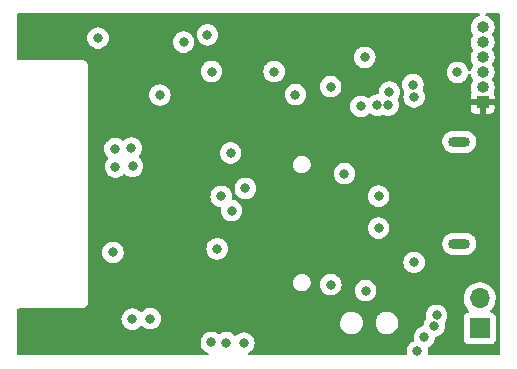
<source format=gbr>
%TF.GenerationSoftware,KiCad,Pcbnew,(6.0.2)*%
%TF.CreationDate,2022-02-22T23:34:33+08:00*%
%TF.ProjectId,screen,73637265-656e-42e6-9b69-6361645f7063,rev?*%
%TF.SameCoordinates,Original*%
%TF.FileFunction,Copper,L3,Inr*%
%TF.FilePolarity,Positive*%
%FSLAX46Y46*%
G04 Gerber Fmt 4.6, Leading zero omitted, Abs format (unit mm)*
G04 Created by KiCad (PCBNEW (6.0.2)) date 2022-02-22 23:34:33*
%MOMM*%
%LPD*%
G01*
G04 APERTURE LIST*
%TA.AperFunction,ComponentPad*%
%ADD10R,1.000000X1.000000*%
%TD*%
%TA.AperFunction,ComponentPad*%
%ADD11O,1.000000X1.000000*%
%TD*%
%TA.AperFunction,ComponentPad*%
%ADD12O,1.850000X0.850000*%
%TD*%
%TA.AperFunction,ComponentPad*%
%ADD13R,1.700000X1.700000*%
%TD*%
%TA.AperFunction,ComponentPad*%
%ADD14O,1.700000X1.700000*%
%TD*%
%TA.AperFunction,ViaPad*%
%ADD15C,0.800000*%
%TD*%
G04 APERTURE END LIST*
D10*
%TO.N,+3V3*%
%TO.C,J1*%
X137420000Y-43740000D03*
D11*
%TO.N,GND*%
X137420000Y-42470000D03*
%TO.N,/nRST*%
X137420000Y-41200000D03*
%TO.N,/GPIO0*%
X137420000Y-39930000D03*
%TO.N,/TXD*%
X137420000Y-38660000D03*
%TO.N,/RXD*%
X137420000Y-37390000D03*
%TD*%
D12*
%TO.N,GND*%
%TO.C,J2*%
X135450000Y-47080000D03*
X135450000Y-55720000D03*
%TD*%
D13*
%TO.N,+BATT*%
%TO.C,J3*%
X137170000Y-62880000D03*
D14*
%TO.N,GND*%
X137170000Y-60340000D03*
%TD*%
D15*
%TO.N,GND*%
X114950000Y-56140000D03*
%TO.N,/GPIO13*%
X117330000Y-51030000D03*
%TO.N,/GPIO5*%
X110090000Y-43120000D03*
X114120000Y-38020000D03*
%TO.N,Net-(U3-Pad2)*%
X124560000Y-42410000D03*
%TO.N,GND*%
X127440000Y-39930000D03*
%TO.N,+3V3*%
X124020000Y-39070000D03*
X126020000Y-57080000D03*
X115130000Y-39070000D03*
X106170000Y-62090000D03*
X110720000Y-62110000D03*
X130820000Y-54330000D03*
X116470000Y-55700000D03*
%TO.N,GND*%
X121570000Y-43080000D03*
X106290000Y-47660000D03*
X107680000Y-47610000D03*
X106330000Y-49200000D03*
X115720000Y-64090000D03*
X128620000Y-51680000D03*
X107760000Y-62100000D03*
X125720000Y-49780000D03*
X131520000Y-42230000D03*
X114450000Y-64070000D03*
X117210000Y-64120000D03*
X107780000Y-49150000D03*
%TO.N,/nRST*%
X135290000Y-41200000D03*
X106120000Y-56450000D03*
%TO.N,Net-(D2-Pad2)*%
X132495000Y-63605000D03*
X128520000Y-43980000D03*
%TO.N,Net-(C2-Pad1)*%
X127520000Y-59680000D03*
X128620000Y-54380000D03*
%TO.N,/GPIO0*%
X114470000Y-41130000D03*
X119770000Y-41130000D03*
X116170000Y-52900000D03*
%TO.N,/GPIO2*%
X116090000Y-48020000D03*
%TO.N,/GPIO14*%
X115290000Y-51700000D03*
%TO.N,Net-(D2-Pad1)*%
X131895000Y-64830000D03*
X127120000Y-44080000D03*
%TO.N,Net-(R7-Pad2)*%
X104860000Y-38300000D03*
X112109488Y-38632690D03*
%TO.N,+BATT*%
X124570000Y-59180000D03*
X131620000Y-57280000D03*
X109270000Y-62050000D03*
X131620000Y-43280000D03*
%TO.N,Net-(D3-Pad1)*%
X129420000Y-43980000D03*
X133320000Y-62680000D03*
%TO.N,Net-(D3-Pad2)*%
X129520000Y-42880000D03*
X133520000Y-61780000D03*
%TD*%
%TA.AperFunction,Conductor*%
%TO.N,+3V3*%
G36*
X137125715Y-36208002D02*
G01*
X137172208Y-36261658D01*
X137182312Y-36331932D01*
X137152818Y-36396512D01*
X137093168Y-36434874D01*
X137067120Y-36442540D01*
X137040381Y-36450410D01*
X137034923Y-36453263D01*
X137034919Y-36453265D01*
X136944147Y-36500720D01*
X136865110Y-36542040D01*
X136710975Y-36665968D01*
X136583846Y-36817474D01*
X136580879Y-36822872D01*
X136580875Y-36822877D01*
X136577397Y-36829204D01*
X136488567Y-36990787D01*
X136486706Y-36996654D01*
X136486705Y-36996656D01*
X136450274Y-37111500D01*
X136428765Y-37179306D01*
X136406719Y-37375851D01*
X136407235Y-37381995D01*
X136417890Y-37508882D01*
X136423268Y-37572934D01*
X136477783Y-37763050D01*
X136480602Y-37768535D01*
X136562785Y-37928444D01*
X136568187Y-37938956D01*
X136572016Y-37943787D01*
X136573839Y-37946088D01*
X136574414Y-37947509D01*
X136575353Y-37948966D01*
X136575076Y-37949144D01*
X136600474Y-38011898D01*
X136587301Y-38081662D01*
X136583846Y-38087474D01*
X136488567Y-38260787D01*
X136486706Y-38266654D01*
X136486705Y-38266656D01*
X136478210Y-38293435D01*
X136428765Y-38449306D01*
X136406719Y-38645851D01*
X136407235Y-38651995D01*
X136420271Y-38807237D01*
X136423268Y-38842934D01*
X136424967Y-38848858D01*
X136471165Y-39009969D01*
X136477783Y-39033050D01*
X136480602Y-39038535D01*
X136548252Y-39170166D01*
X136568187Y-39208956D01*
X136572016Y-39213787D01*
X136573839Y-39216088D01*
X136574414Y-39217509D01*
X136575353Y-39218966D01*
X136575076Y-39219144D01*
X136600474Y-39281898D01*
X136587301Y-39351662D01*
X136583846Y-39357474D01*
X136488567Y-39530787D01*
X136486706Y-39536654D01*
X136486705Y-39536656D01*
X136477800Y-39564729D01*
X136428765Y-39719306D01*
X136406719Y-39915851D01*
X136407235Y-39921995D01*
X136422043Y-40098342D01*
X136423268Y-40112934D01*
X136443835Y-40184658D01*
X136474974Y-40293253D01*
X136477783Y-40303050D01*
X136480602Y-40308535D01*
X136562014Y-40466944D01*
X136568187Y-40478956D01*
X136572016Y-40483787D01*
X136573839Y-40486088D01*
X136574414Y-40487509D01*
X136575353Y-40488966D01*
X136575076Y-40489144D01*
X136600474Y-40551898D01*
X136587301Y-40621662D01*
X136583846Y-40627474D01*
X136488567Y-40800787D01*
X136486706Y-40806654D01*
X136486705Y-40806656D01*
X136430757Y-40983027D01*
X136428765Y-40989306D01*
X136428079Y-40995422D01*
X136427147Y-40999807D01*
X136393419Y-41062281D01*
X136331269Y-41096602D01*
X136260430Y-41091874D01*
X136203393Y-41049598D01*
X136185109Y-41009563D01*
X136183542Y-41010072D01*
X136174754Y-40983027D01*
X136124527Y-40828444D01*
X136029040Y-40663056D01*
X136012465Y-40644647D01*
X135905675Y-40526045D01*
X135905674Y-40526044D01*
X135901253Y-40521134D01*
X135746752Y-40408882D01*
X135740724Y-40406198D01*
X135740722Y-40406197D01*
X135578319Y-40333891D01*
X135578318Y-40333891D01*
X135572288Y-40331206D01*
X135459721Y-40307279D01*
X135391944Y-40292872D01*
X135391939Y-40292872D01*
X135385487Y-40291500D01*
X135194513Y-40291500D01*
X135188061Y-40292872D01*
X135188056Y-40292872D01*
X135120279Y-40307279D01*
X135007712Y-40331206D01*
X135001682Y-40333891D01*
X135001681Y-40333891D01*
X134839278Y-40406197D01*
X134839276Y-40406198D01*
X134833248Y-40408882D01*
X134678747Y-40521134D01*
X134674326Y-40526044D01*
X134674325Y-40526045D01*
X134567536Y-40644647D01*
X134550960Y-40663056D01*
X134455473Y-40828444D01*
X134396458Y-41010072D01*
X134395768Y-41016633D01*
X134395768Y-41016635D01*
X134392304Y-41049598D01*
X134376496Y-41200000D01*
X134377186Y-41206565D01*
X134390814Y-41336224D01*
X134396458Y-41389928D01*
X134455473Y-41571556D01*
X134458776Y-41577278D01*
X134458777Y-41577279D01*
X134482023Y-41617542D01*
X134550960Y-41736944D01*
X134555378Y-41741851D01*
X134555379Y-41741852D01*
X134566125Y-41753787D01*
X134678747Y-41878866D01*
X134704359Y-41897474D01*
X134808135Y-41972872D01*
X134833248Y-41991118D01*
X134839276Y-41993802D01*
X134839278Y-41993803D01*
X135000071Y-42065392D01*
X135007712Y-42068794D01*
X135101112Y-42088647D01*
X135188056Y-42107128D01*
X135188061Y-42107128D01*
X135194513Y-42108500D01*
X135385487Y-42108500D01*
X135391939Y-42107128D01*
X135391944Y-42107128D01*
X135478888Y-42088647D01*
X135572288Y-42068794D01*
X135579929Y-42065392D01*
X135740722Y-41993803D01*
X135740724Y-41993802D01*
X135746752Y-41991118D01*
X135771866Y-41972872D01*
X135875641Y-41897474D01*
X135901253Y-41878866D01*
X136013875Y-41753787D01*
X136024621Y-41741852D01*
X136024622Y-41741851D01*
X136029040Y-41736944D01*
X136097977Y-41617542D01*
X136121223Y-41577279D01*
X136121224Y-41577278D01*
X136124527Y-41571556D01*
X136183542Y-41389928D01*
X136185383Y-41390526D01*
X136214694Y-41336224D01*
X136276841Y-41301898D01*
X136347680Y-41306620D01*
X136404721Y-41348891D01*
X136425339Y-41390157D01*
X136436869Y-41430365D01*
X136477783Y-41573050D01*
X136480602Y-41578535D01*
X136562014Y-41736944D01*
X136568187Y-41748956D01*
X136572016Y-41753787D01*
X136573839Y-41756088D01*
X136574414Y-41757509D01*
X136575353Y-41758966D01*
X136575076Y-41759144D01*
X136600474Y-41821898D01*
X136587301Y-41891662D01*
X136583846Y-41897474D01*
X136488567Y-42070787D01*
X136486706Y-42076654D01*
X136486705Y-42076656D01*
X136441211Y-42220072D01*
X136428765Y-42259306D01*
X136406719Y-42455851D01*
X136407235Y-42461995D01*
X136419941Y-42613307D01*
X136423268Y-42652934D01*
X136445906Y-42731881D01*
X136472688Y-42825281D01*
X136477783Y-42843050D01*
X136480602Y-42848535D01*
X136484402Y-42855929D01*
X136497750Y-42925660D01*
X136477667Y-42977468D01*
X136479521Y-42978483D01*
X136466677Y-43001942D01*
X136421522Y-43122394D01*
X136417895Y-43137649D01*
X136412369Y-43188514D01*
X136412000Y-43195328D01*
X136412000Y-43467885D01*
X136416475Y-43483124D01*
X136417865Y-43484329D01*
X136425548Y-43486000D01*
X138409884Y-43486000D01*
X138425123Y-43481525D01*
X138426328Y-43480135D01*
X138427999Y-43472452D01*
X138427999Y-43195331D01*
X138427629Y-43188510D01*
X138422105Y-43137648D01*
X138418479Y-43122396D01*
X138373324Y-43001946D01*
X138360478Y-42978483D01*
X138362602Y-42977320D01*
X138342313Y-42923007D01*
X138348429Y-42874183D01*
X138384346Y-42766212D01*
X138408197Y-42694513D01*
X138432985Y-42498295D01*
X138433380Y-42470000D01*
X138414080Y-42273167D01*
X138407036Y-42249834D01*
X138363950Y-42107128D01*
X138356916Y-42083831D01*
X138264066Y-41909204D01*
X138260167Y-41904424D01*
X138259715Y-41903743D01*
X138238676Y-41835935D01*
X138255105Y-41771775D01*
X138342723Y-41617542D01*
X138342725Y-41617537D01*
X138345769Y-41612179D01*
X138408197Y-41424513D01*
X138432985Y-41228295D01*
X138433380Y-41200000D01*
X138414080Y-41003167D01*
X138408124Y-40983438D01*
X138361328Y-40828444D01*
X138356916Y-40813831D01*
X138264066Y-40639204D01*
X138260167Y-40634424D01*
X138259715Y-40633743D01*
X138238676Y-40565935D01*
X138255105Y-40501775D01*
X138342723Y-40347542D01*
X138342725Y-40347537D01*
X138345769Y-40342179D01*
X138408197Y-40154513D01*
X138432985Y-39958295D01*
X138433380Y-39930000D01*
X138414080Y-39733167D01*
X138356916Y-39543831D01*
X138264066Y-39369204D01*
X138260167Y-39364424D01*
X138259715Y-39363743D01*
X138238676Y-39295935D01*
X138255105Y-39231775D01*
X138342723Y-39077542D01*
X138342725Y-39077537D01*
X138345769Y-39072179D01*
X138408197Y-38884513D01*
X138432985Y-38688295D01*
X138433219Y-38671556D01*
X138433331Y-38663523D01*
X138433331Y-38663520D01*
X138433380Y-38660000D01*
X138414080Y-38463167D01*
X138407920Y-38442762D01*
X138358697Y-38279731D01*
X138356916Y-38273831D01*
X138264066Y-38099204D01*
X138260167Y-38094424D01*
X138259715Y-38093743D01*
X138238676Y-38025935D01*
X138255105Y-37961775D01*
X138342723Y-37807542D01*
X138342725Y-37807537D01*
X138345769Y-37802179D01*
X138408197Y-37614513D01*
X138432985Y-37418295D01*
X138433380Y-37390000D01*
X138414080Y-37193167D01*
X138356916Y-37003831D01*
X138264066Y-36829204D01*
X138193709Y-36742938D01*
X138142960Y-36680713D01*
X138142957Y-36680710D01*
X138139065Y-36675938D01*
X138132724Y-36670692D01*
X137991425Y-36553799D01*
X137991421Y-36553797D01*
X137986675Y-36549870D01*
X137812701Y-36455802D01*
X137743449Y-36434365D01*
X137684289Y-36395114D01*
X137655742Y-36330109D01*
X137666871Y-36259990D01*
X137714142Y-36207019D01*
X137780708Y-36188000D01*
X138761000Y-36188000D01*
X138829121Y-36208002D01*
X138875614Y-36261658D01*
X138887000Y-36314000D01*
X138887000Y-65046000D01*
X138866998Y-65114121D01*
X138813342Y-65160614D01*
X138761000Y-65172000D01*
X132911110Y-65172000D01*
X132842989Y-65151998D01*
X132796496Y-65098342D01*
X132786392Y-65028068D01*
X132786992Y-65024698D01*
X132788542Y-65019928D01*
X132789231Y-65013373D01*
X132789232Y-65013368D01*
X132807814Y-64836565D01*
X132808504Y-64830000D01*
X132802079Y-64768866D01*
X132789232Y-64646635D01*
X132789232Y-64646633D01*
X132788542Y-64640072D01*
X132774979Y-64598329D01*
X132772951Y-64527363D01*
X132809614Y-64466565D01*
X132843563Y-64444287D01*
X132945722Y-64398803D01*
X132945724Y-64398802D01*
X132951752Y-64396118D01*
X133106253Y-64283866D01*
X133155681Y-64228971D01*
X133229621Y-64146852D01*
X133229622Y-64146851D01*
X133234040Y-64141944D01*
X133295093Y-64036197D01*
X133326223Y-63982279D01*
X133326224Y-63982278D01*
X133329527Y-63976556D01*
X133388542Y-63794928D01*
X133400549Y-63680684D01*
X133427562Y-63615028D01*
X133485783Y-63574398D01*
X133499662Y-63570608D01*
X133508397Y-63568751D01*
X133602288Y-63548794D01*
X133608319Y-63546109D01*
X133770722Y-63473803D01*
X133770724Y-63473802D01*
X133776752Y-63471118D01*
X133931253Y-63358866D01*
X133986558Y-63297444D01*
X134054621Y-63221852D01*
X134054622Y-63221851D01*
X134059040Y-63216944D01*
X134141333Y-63074409D01*
X134151223Y-63057279D01*
X134151224Y-63057278D01*
X134154527Y-63051556D01*
X134213542Y-62869928D01*
X134233504Y-62680000D01*
X134225549Y-62604315D01*
X134214233Y-62496642D01*
X134214232Y-62496635D01*
X134213542Y-62490072D01*
X134207526Y-62471556D01*
X134206750Y-62469167D01*
X134204724Y-62398199D01*
X134232948Y-62345922D01*
X134254621Y-62321852D01*
X134254622Y-62321851D01*
X134259040Y-62316944D01*
X134303505Y-62239928D01*
X134351223Y-62157279D01*
X134351224Y-62157278D01*
X134354527Y-62151556D01*
X134413542Y-61969928D01*
X134419601Y-61912285D01*
X134432814Y-61786565D01*
X134433504Y-61780000D01*
X134421600Y-61666739D01*
X134414232Y-61596635D01*
X134414232Y-61596633D01*
X134413542Y-61590072D01*
X134354527Y-61408444D01*
X134259040Y-61243056D01*
X134244707Y-61227137D01*
X134135675Y-61106045D01*
X134135674Y-61106044D01*
X134131253Y-61101134D01*
X133976752Y-60988882D01*
X133970724Y-60986198D01*
X133970722Y-60986197D01*
X133808319Y-60913891D01*
X133808318Y-60913891D01*
X133802288Y-60911206D01*
X133708887Y-60891353D01*
X133621944Y-60872872D01*
X133621939Y-60872872D01*
X133615487Y-60871500D01*
X133424513Y-60871500D01*
X133418061Y-60872872D01*
X133418056Y-60872872D01*
X133331113Y-60891353D01*
X133237712Y-60911206D01*
X133231682Y-60913891D01*
X133231681Y-60913891D01*
X133069278Y-60986197D01*
X133069276Y-60986198D01*
X133063248Y-60988882D01*
X132908747Y-61101134D01*
X132904326Y-61106044D01*
X132904325Y-61106045D01*
X132795294Y-61227137D01*
X132780960Y-61243056D01*
X132685473Y-61408444D01*
X132626458Y-61590072D01*
X132625768Y-61596633D01*
X132625768Y-61596635D01*
X132618400Y-61666739D01*
X132606496Y-61780000D01*
X132607186Y-61786565D01*
X132620857Y-61916635D01*
X132626458Y-61969928D01*
X132628500Y-61976212D01*
X132633250Y-61990833D01*
X132635276Y-62061801D01*
X132607052Y-62114078D01*
X132580960Y-62143056D01*
X132577657Y-62148777D01*
X132492539Y-62296206D01*
X132485473Y-62308444D01*
X132426458Y-62490072D01*
X132416277Y-62586944D01*
X132414451Y-62604315D01*
X132387438Y-62669972D01*
X132329217Y-62710602D01*
X132315337Y-62714392D01*
X132212712Y-62736206D01*
X132206682Y-62738891D01*
X132206681Y-62738891D01*
X132044278Y-62811197D01*
X132044276Y-62811198D01*
X132038248Y-62813882D01*
X132032907Y-62817762D01*
X132032906Y-62817763D01*
X132006103Y-62837237D01*
X131883747Y-62926134D01*
X131879326Y-62931044D01*
X131879325Y-62931045D01*
X131765664Y-63057279D01*
X131755960Y-63068056D01*
X131712700Y-63142985D01*
X131667166Y-63221852D01*
X131660473Y-63233444D01*
X131601458Y-63415072D01*
X131600768Y-63421633D01*
X131600768Y-63421635D01*
X131587686Y-63546109D01*
X131581496Y-63605000D01*
X131601458Y-63794928D01*
X131603497Y-63801203D01*
X131615021Y-63836669D01*
X131617049Y-63907637D01*
X131580386Y-63968435D01*
X131546437Y-63990713D01*
X131444278Y-64036197D01*
X131444276Y-64036198D01*
X131438248Y-64038882D01*
X131283747Y-64151134D01*
X131279326Y-64156044D01*
X131279325Y-64156045D01*
X131168657Y-64278955D01*
X131155960Y-64293056D01*
X131098698Y-64392237D01*
X131068647Y-64444287D01*
X131060473Y-64458444D01*
X131001458Y-64640072D01*
X131000768Y-64646633D01*
X131000768Y-64646635D01*
X130987921Y-64768866D01*
X130981496Y-64830000D01*
X130982186Y-64836565D01*
X131000768Y-65013368D01*
X131000769Y-65013373D01*
X131001458Y-65019928D01*
X131002000Y-65021597D01*
X130996733Y-65090597D01*
X130953915Y-65147229D01*
X130887277Y-65171721D01*
X130878890Y-65172000D01*
X117673585Y-65172000D01*
X117605464Y-65151998D01*
X117558971Y-65098342D01*
X117548867Y-65028068D01*
X117578361Y-64963488D01*
X117622337Y-64930893D01*
X117660719Y-64913805D01*
X117660726Y-64913801D01*
X117666752Y-64911118D01*
X117821253Y-64798866D01*
X117949040Y-64656944D01*
X118044527Y-64491556D01*
X118103542Y-64309928D01*
X118104715Y-64298774D01*
X118122814Y-64126565D01*
X118123504Y-64120000D01*
X118106814Y-63961206D01*
X118104232Y-63936635D01*
X118104232Y-63936633D01*
X118103542Y-63930072D01*
X118044527Y-63748444D01*
X117949040Y-63583056D01*
X117918191Y-63548794D01*
X117825675Y-63446045D01*
X117825674Y-63446044D01*
X117821253Y-63441134D01*
X117666752Y-63328882D01*
X117660724Y-63326198D01*
X117660722Y-63326197D01*
X117498319Y-63253891D01*
X117498318Y-63253891D01*
X117492288Y-63251206D01*
X117398888Y-63231353D01*
X117311944Y-63212872D01*
X117311939Y-63212872D01*
X117305487Y-63211500D01*
X117114513Y-63211500D01*
X117108061Y-63212872D01*
X117108056Y-63212872D01*
X117021112Y-63231353D01*
X116927712Y-63251206D01*
X116921682Y-63253891D01*
X116921681Y-63253891D01*
X116759278Y-63326197D01*
X116759276Y-63326198D01*
X116753248Y-63328882D01*
X116598747Y-63441134D01*
X116594326Y-63446044D01*
X116594325Y-63446045D01*
X116572142Y-63470682D01*
X116511696Y-63507922D01*
X116440713Y-63506570D01*
X116384870Y-63470682D01*
X116335675Y-63416045D01*
X116335674Y-63416044D01*
X116331253Y-63411134D01*
X116176752Y-63298882D01*
X116170724Y-63296198D01*
X116170722Y-63296197D01*
X116008319Y-63223891D01*
X116008318Y-63223891D01*
X116002288Y-63221206D01*
X115888305Y-63196978D01*
X115821944Y-63182872D01*
X115821939Y-63182872D01*
X115815487Y-63181500D01*
X115624513Y-63181500D01*
X115618061Y-63182872D01*
X115618056Y-63182872D01*
X115551695Y-63196978D01*
X115437712Y-63221206D01*
X115431682Y-63223891D01*
X115431681Y-63223891D01*
X115269278Y-63296197D01*
X115269276Y-63296198D01*
X115263248Y-63298882D01*
X115172822Y-63364580D01*
X115105958Y-63388437D01*
X115036806Y-63372357D01*
X115024703Y-63364579D01*
X115022185Y-63362749D01*
X114906752Y-63278882D01*
X114900724Y-63276198D01*
X114900722Y-63276197D01*
X114738319Y-63203891D01*
X114738318Y-63203891D01*
X114732288Y-63201206D01*
X114638887Y-63181353D01*
X114551944Y-63162872D01*
X114551939Y-63162872D01*
X114545487Y-63161500D01*
X114354513Y-63161500D01*
X114348061Y-63162872D01*
X114348056Y-63162872D01*
X114261113Y-63181353D01*
X114167712Y-63201206D01*
X114161682Y-63203891D01*
X114161681Y-63203891D01*
X113999278Y-63276197D01*
X113999276Y-63276198D01*
X113993248Y-63278882D01*
X113838747Y-63391134D01*
X113834326Y-63396044D01*
X113834325Y-63396045D01*
X113764312Y-63473803D01*
X113710960Y-63533056D01*
X113615473Y-63698444D01*
X113556458Y-63880072D01*
X113555768Y-63886633D01*
X113555768Y-63886635D01*
X113545716Y-63982279D01*
X113536496Y-64070000D01*
X113537186Y-64076565D01*
X113553586Y-64232598D01*
X113556458Y-64259928D01*
X113615473Y-64441556D01*
X113710960Y-64606944D01*
X113715378Y-64611851D01*
X113715379Y-64611852D01*
X113755980Y-64656944D01*
X113838747Y-64748866D01*
X113993248Y-64861118D01*
X113999276Y-64863802D01*
X113999278Y-64863803D01*
X114149966Y-64930893D01*
X114204062Y-64976873D01*
X114224711Y-65044800D01*
X114205359Y-65113108D01*
X114152148Y-65160110D01*
X114098717Y-65172000D01*
X98129000Y-65172000D01*
X98060879Y-65151998D01*
X98014386Y-65098342D01*
X98003000Y-65046000D01*
X98003000Y-62100000D01*
X106846496Y-62100000D01*
X106866458Y-62289928D01*
X106925473Y-62471556D01*
X106928776Y-62477278D01*
X106928777Y-62477279D01*
X106936163Y-62490072D01*
X107020960Y-62636944D01*
X107025378Y-62641851D01*
X107025379Y-62641852D01*
X107059728Y-62680000D01*
X107148747Y-62778866D01*
X107229818Y-62837768D01*
X107274083Y-62869928D01*
X107303248Y-62891118D01*
X107309276Y-62893802D01*
X107309278Y-62893803D01*
X107454591Y-62958500D01*
X107477712Y-62968794D01*
X107571113Y-62988647D01*
X107658056Y-63007128D01*
X107658061Y-63007128D01*
X107664513Y-63008500D01*
X107855487Y-63008500D01*
X107861939Y-63007128D01*
X107861944Y-63007128D01*
X107948887Y-62988647D01*
X108042288Y-62968794D01*
X108065409Y-62958500D01*
X108210722Y-62893803D01*
X108210724Y-62893802D01*
X108216752Y-62891118D01*
X108245918Y-62869928D01*
X108290182Y-62837768D01*
X108371253Y-62778866D01*
X108443874Y-62698212D01*
X108504320Y-62660972D01*
X108575303Y-62662324D01*
X108631146Y-62698212D01*
X108645715Y-62714392D01*
X108658747Y-62728866D01*
X108813248Y-62841118D01*
X108819276Y-62843802D01*
X108819278Y-62843803D01*
X108892057Y-62876206D01*
X108987712Y-62918794D01*
X109081112Y-62938647D01*
X109168056Y-62957128D01*
X109168061Y-62957128D01*
X109174513Y-62958500D01*
X109365487Y-62958500D01*
X109371939Y-62957128D01*
X109371944Y-62957128D01*
X109458888Y-62938647D01*
X109552288Y-62918794D01*
X109647943Y-62876206D01*
X109720722Y-62843803D01*
X109720724Y-62843802D01*
X109726752Y-62841118D01*
X109881253Y-62728866D01*
X109885675Y-62723955D01*
X110004621Y-62591852D01*
X110004622Y-62591851D01*
X110009040Y-62586944D01*
X110084026Y-62457064D01*
X125357707Y-62457064D01*
X125386825Y-62649599D01*
X125389028Y-62655585D01*
X125389029Y-62655591D01*
X125451860Y-62826360D01*
X125451862Y-62826365D01*
X125454063Y-62832346D01*
X125556674Y-62997840D01*
X125561055Y-63002473D01*
X125561056Y-63002474D01*
X125624312Y-63069366D01*
X125690466Y-63139322D01*
X125695696Y-63142984D01*
X125695697Y-63142985D01*
X125724099Y-63162872D01*
X125849975Y-63251011D01*
X125897987Y-63271788D01*
X126022825Y-63325810D01*
X126022829Y-63325811D01*
X126028684Y-63328345D01*
X126034931Y-63329650D01*
X126034934Y-63329651D01*
X126214557Y-63367176D01*
X126214562Y-63367177D01*
X126219293Y-63368165D01*
X126225685Y-63368500D01*
X126368663Y-63368500D01*
X126437951Y-63361462D01*
X126507378Y-63354410D01*
X126507379Y-63354410D01*
X126513727Y-63353765D01*
X126594843Y-63328345D01*
X126693451Y-63297444D01*
X126693456Y-63297442D01*
X126699541Y-63295535D01*
X126786475Y-63247346D01*
X126864271Y-63204223D01*
X126864274Y-63204221D01*
X126869850Y-63201130D01*
X126874691Y-63196981D01*
X126874695Y-63196978D01*
X127012855Y-63078560D01*
X127017698Y-63074409D01*
X127030986Y-63057279D01*
X127101704Y-62966109D01*
X127137046Y-62920547D01*
X127158865Y-62876206D01*
X127220200Y-62751556D01*
X127223018Y-62745829D01*
X127232194Y-62710602D01*
X127270492Y-62563575D01*
X127270492Y-62563572D01*
X127272102Y-62557393D01*
X127277360Y-62457064D01*
X128357707Y-62457064D01*
X128386825Y-62649599D01*
X128389028Y-62655585D01*
X128389029Y-62655591D01*
X128451860Y-62826360D01*
X128451862Y-62826365D01*
X128454063Y-62832346D01*
X128556674Y-62997840D01*
X128561055Y-63002473D01*
X128561056Y-63002474D01*
X128624312Y-63069366D01*
X128690466Y-63139322D01*
X128695696Y-63142984D01*
X128695697Y-63142985D01*
X128724099Y-63162872D01*
X128849975Y-63251011D01*
X128897987Y-63271788D01*
X129022825Y-63325810D01*
X129022829Y-63325811D01*
X129028684Y-63328345D01*
X129034931Y-63329650D01*
X129034934Y-63329651D01*
X129214557Y-63367176D01*
X129214562Y-63367177D01*
X129219293Y-63368165D01*
X129225685Y-63368500D01*
X129368663Y-63368500D01*
X129437951Y-63361462D01*
X129507378Y-63354410D01*
X129507379Y-63354410D01*
X129513727Y-63353765D01*
X129594843Y-63328345D01*
X129693451Y-63297444D01*
X129693456Y-63297442D01*
X129699541Y-63295535D01*
X129786475Y-63247346D01*
X129864271Y-63204223D01*
X129864274Y-63204221D01*
X129869850Y-63201130D01*
X129874691Y-63196981D01*
X129874695Y-63196978D01*
X130012855Y-63078560D01*
X130017698Y-63074409D01*
X130030986Y-63057279D01*
X130101704Y-62966109D01*
X130137046Y-62920547D01*
X130158865Y-62876206D01*
X130220200Y-62751556D01*
X130223018Y-62745829D01*
X130232194Y-62710602D01*
X130270492Y-62563575D01*
X130270492Y-62563572D01*
X130272102Y-62557393D01*
X130279550Y-62415271D01*
X130281959Y-62369317D01*
X130281959Y-62369313D01*
X130282293Y-62362936D01*
X130253175Y-62170401D01*
X130250972Y-62164415D01*
X130250971Y-62164409D01*
X130188140Y-61993640D01*
X130188138Y-61993635D01*
X130185937Y-61987654D01*
X130083326Y-61822160D01*
X130054525Y-61791703D01*
X129953919Y-61685315D01*
X129949534Y-61680678D01*
X129790025Y-61568989D01*
X129742013Y-61548212D01*
X129617175Y-61494190D01*
X129617171Y-61494189D01*
X129611316Y-61491655D01*
X129605069Y-61490350D01*
X129605066Y-61490349D01*
X129425443Y-61452824D01*
X129425438Y-61452823D01*
X129420707Y-61451835D01*
X129414315Y-61451500D01*
X129271337Y-61451500D01*
X129220813Y-61456632D01*
X129132622Y-61465590D01*
X129132621Y-61465590D01*
X129126273Y-61466235D01*
X129069939Y-61483889D01*
X128946549Y-61522556D01*
X128946544Y-61522558D01*
X128940459Y-61524465D01*
X128860137Y-61568989D01*
X128775729Y-61615777D01*
X128775726Y-61615779D01*
X128770150Y-61618870D01*
X128765309Y-61623019D01*
X128765305Y-61623022D01*
X128698037Y-61680678D01*
X128622302Y-61745591D01*
X128618391Y-61750633D01*
X128618390Y-61750634D01*
X128593056Y-61783295D01*
X128502954Y-61899453D01*
X128500138Y-61905176D01*
X128500136Y-61905179D01*
X128457989Y-61990833D01*
X128416982Y-62074171D01*
X128415373Y-62080349D01*
X128415372Y-62080351D01*
X128393477Y-62164409D01*
X128367898Y-62262607D01*
X128357707Y-62457064D01*
X127277360Y-62457064D01*
X127279550Y-62415271D01*
X127281959Y-62369317D01*
X127281959Y-62369313D01*
X127282293Y-62362936D01*
X127253175Y-62170401D01*
X127250972Y-62164415D01*
X127250971Y-62164409D01*
X127188140Y-61993640D01*
X127188138Y-61993635D01*
X127185937Y-61987654D01*
X127083326Y-61822160D01*
X127054525Y-61791703D01*
X126953919Y-61685315D01*
X126949534Y-61680678D01*
X126790025Y-61568989D01*
X126742013Y-61548212D01*
X126617175Y-61494190D01*
X126617171Y-61494189D01*
X126611316Y-61491655D01*
X126605069Y-61490350D01*
X126605066Y-61490349D01*
X126425443Y-61452824D01*
X126425438Y-61452823D01*
X126420707Y-61451835D01*
X126414315Y-61451500D01*
X126271337Y-61451500D01*
X126220813Y-61456632D01*
X126132622Y-61465590D01*
X126132621Y-61465590D01*
X126126273Y-61466235D01*
X126069939Y-61483889D01*
X125946549Y-61522556D01*
X125946544Y-61522558D01*
X125940459Y-61524465D01*
X125860137Y-61568989D01*
X125775729Y-61615777D01*
X125775726Y-61615779D01*
X125770150Y-61618870D01*
X125765309Y-61623019D01*
X125765305Y-61623022D01*
X125698037Y-61680678D01*
X125622302Y-61745591D01*
X125618391Y-61750633D01*
X125618390Y-61750634D01*
X125593056Y-61783295D01*
X125502954Y-61899453D01*
X125500138Y-61905176D01*
X125500136Y-61905179D01*
X125457989Y-61990833D01*
X125416982Y-62074171D01*
X125415373Y-62080349D01*
X125415372Y-62080351D01*
X125393477Y-62164409D01*
X125367898Y-62262607D01*
X125357707Y-62457064D01*
X110084026Y-62457064D01*
X110101223Y-62427279D01*
X110101224Y-62427278D01*
X110104527Y-62421556D01*
X110163542Y-62239928D01*
X110170850Y-62170401D01*
X110182814Y-62056565D01*
X110183504Y-62050000D01*
X110170633Y-61927540D01*
X110164232Y-61866635D01*
X110164232Y-61866633D01*
X110163542Y-61860072D01*
X110104527Y-61678444D01*
X110094663Y-61661358D01*
X110039868Y-61566452D01*
X110009040Y-61513056D01*
X109990368Y-61492318D01*
X109885675Y-61376045D01*
X109885674Y-61376044D01*
X109881253Y-61371134D01*
X109726752Y-61258882D01*
X109720724Y-61256198D01*
X109720722Y-61256197D01*
X109558319Y-61183891D01*
X109558318Y-61183891D01*
X109552288Y-61181206D01*
X109458887Y-61161353D01*
X109371944Y-61142872D01*
X109371939Y-61142872D01*
X109365487Y-61141500D01*
X109174513Y-61141500D01*
X109168061Y-61142872D01*
X109168056Y-61142872D01*
X109081113Y-61161353D01*
X108987712Y-61181206D01*
X108981682Y-61183891D01*
X108981681Y-61183891D01*
X108819278Y-61256197D01*
X108819276Y-61256198D01*
X108813248Y-61258882D01*
X108658747Y-61371134D01*
X108586772Y-61451071D01*
X108586126Y-61451788D01*
X108525680Y-61489028D01*
X108454697Y-61487676D01*
X108398854Y-61451788D01*
X108375675Y-61426045D01*
X108375674Y-61426044D01*
X108371253Y-61421134D01*
X108242690Y-61327727D01*
X108222094Y-61312763D01*
X108222093Y-61312762D01*
X108216752Y-61308882D01*
X108210724Y-61306198D01*
X108210722Y-61306197D01*
X108048319Y-61233891D01*
X108048318Y-61233891D01*
X108042288Y-61231206D01*
X107948887Y-61211353D01*
X107861944Y-61192872D01*
X107861939Y-61192872D01*
X107855487Y-61191500D01*
X107664513Y-61191500D01*
X107658061Y-61192872D01*
X107658056Y-61192872D01*
X107571113Y-61211353D01*
X107477712Y-61231206D01*
X107471682Y-61233891D01*
X107471681Y-61233891D01*
X107309278Y-61306197D01*
X107309276Y-61306198D01*
X107303248Y-61308882D01*
X107297907Y-61312762D01*
X107297906Y-61312763D01*
X107277310Y-61327727D01*
X107148747Y-61421134D01*
X107144326Y-61426044D01*
X107144325Y-61426045D01*
X107052923Y-61527558D01*
X107020960Y-61563056D01*
X106925473Y-61728444D01*
X106866458Y-61910072D01*
X106846496Y-62100000D01*
X98003000Y-62100000D01*
X98003000Y-61314000D01*
X98023002Y-61245879D01*
X98076658Y-61199386D01*
X98129000Y-61188000D01*
X103486298Y-61188000D01*
X103487069Y-61188002D01*
X103564652Y-61188476D01*
X103573281Y-61186010D01*
X103573286Y-61186009D01*
X103593048Y-61180361D01*
X103609809Y-61176783D01*
X103630152Y-61173870D01*
X103630162Y-61173867D01*
X103639045Y-61172595D01*
X103662395Y-61161979D01*
X103679907Y-61155536D01*
X103695937Y-61150954D01*
X103704565Y-61148488D01*
X103729548Y-61132726D01*
X103744614Y-61124596D01*
X103771510Y-61112367D01*
X103790939Y-61095626D01*
X103805947Y-61084521D01*
X103820039Y-61075630D01*
X103827631Y-61070840D01*
X103847182Y-61048703D01*
X103859374Y-61036659D01*
X103874949Y-61023239D01*
X103874950Y-61023237D01*
X103881747Y-61017381D01*
X103886626Y-61009853D01*
X103886629Y-61009850D01*
X103895696Y-60995861D01*
X103906986Y-60980987D01*
X103918012Y-60968502D01*
X103923956Y-60961772D01*
X103936510Y-60935034D01*
X103944824Y-60920065D01*
X103960893Y-60895273D01*
X103968239Y-60870709D01*
X103974901Y-60853264D01*
X103981983Y-60838179D01*
X103985799Y-60830052D01*
X103990343Y-60800870D01*
X103994126Y-60784151D01*
X104000014Y-60764464D01*
X104000015Y-60764461D01*
X104002587Y-60755859D01*
X104002797Y-60721444D01*
X104002830Y-60720672D01*
X104003000Y-60719577D01*
X104003000Y-60688702D01*
X104003002Y-60687932D01*
X104003452Y-60614284D01*
X104003452Y-60614283D01*
X104003476Y-60610348D01*
X104003092Y-60609004D01*
X104003000Y-60607659D01*
X104003000Y-59040862D01*
X121355497Y-59040862D01*
X121356737Y-59048078D01*
X121356737Y-59048080D01*
X121378277Y-59173435D01*
X121385134Y-59213340D01*
X121422560Y-59301298D01*
X121438964Y-59339848D01*
X121453654Y-59374373D01*
X121557383Y-59515324D01*
X121562961Y-59520063D01*
X121562964Y-59520066D01*
X121685176Y-59623893D01*
X121685180Y-59623896D01*
X121690755Y-59628632D01*
X121756887Y-59662401D01*
X121831676Y-59700590D01*
X121846616Y-59708219D01*
X121853721Y-59709958D01*
X121853725Y-59709959D01*
X121934858Y-59729811D01*
X122016606Y-59749815D01*
X122022206Y-59750162D01*
X122022210Y-59750163D01*
X122025709Y-59750380D01*
X122025718Y-59750380D01*
X122027648Y-59750500D01*
X122153822Y-59750500D01*
X122245369Y-59739827D01*
X122276556Y-59736191D01*
X122276558Y-59736191D01*
X122283828Y-59735343D01*
X122290705Y-59732847D01*
X122290708Y-59732846D01*
X122441452Y-59678128D01*
X122448331Y-59675631D01*
X122594685Y-59579677D01*
X122715040Y-59452628D01*
X122802939Y-59301298D01*
X122839677Y-59180000D01*
X123656496Y-59180000D01*
X123657186Y-59186565D01*
X123674035Y-59346870D01*
X123676458Y-59369928D01*
X123735473Y-59551556D01*
X123830960Y-59716944D01*
X123835378Y-59721851D01*
X123835379Y-59721852D01*
X123848290Y-59736191D01*
X123958747Y-59858866D01*
X124113248Y-59971118D01*
X124119276Y-59973802D01*
X124119278Y-59973803D01*
X124279799Y-60045271D01*
X124287712Y-60048794D01*
X124381112Y-60068647D01*
X124468056Y-60087128D01*
X124468061Y-60087128D01*
X124474513Y-60088500D01*
X124665487Y-60088500D01*
X124671939Y-60087128D01*
X124671944Y-60087128D01*
X124758888Y-60068647D01*
X124852288Y-60048794D01*
X124860201Y-60045271D01*
X125020722Y-59973803D01*
X125020724Y-59973802D01*
X125026752Y-59971118D01*
X125181253Y-59858866D01*
X125291710Y-59736191D01*
X125304621Y-59721852D01*
X125304622Y-59721851D01*
X125309040Y-59716944D01*
X125330370Y-59680000D01*
X126606496Y-59680000D01*
X126626458Y-59869928D01*
X126685473Y-60051556D01*
X126688776Y-60057278D01*
X126688777Y-60057279D01*
X126720568Y-60112342D01*
X126780960Y-60216944D01*
X126785378Y-60221851D01*
X126785379Y-60221852D01*
X126888740Y-60336646D01*
X126908747Y-60358866D01*
X126974433Y-60406590D01*
X127054452Y-60464727D01*
X127063248Y-60471118D01*
X127069276Y-60473802D01*
X127069278Y-60473803D01*
X127231681Y-60546109D01*
X127237712Y-60548794D01*
X127331112Y-60568647D01*
X127418056Y-60587128D01*
X127418061Y-60587128D01*
X127424513Y-60588500D01*
X127615487Y-60588500D01*
X127621939Y-60587128D01*
X127621944Y-60587128D01*
X127708888Y-60568647D01*
X127802288Y-60548794D01*
X127808319Y-60546109D01*
X127970722Y-60473803D01*
X127970724Y-60473802D01*
X127976752Y-60471118D01*
X127985549Y-60464727D01*
X128065567Y-60406590D01*
X128131253Y-60358866D01*
X128151260Y-60336646D01*
X128178228Y-60306695D01*
X135807251Y-60306695D01*
X135807548Y-60311848D01*
X135807548Y-60311851D01*
X135813011Y-60406590D01*
X135820110Y-60529715D01*
X135821247Y-60534761D01*
X135821248Y-60534767D01*
X135833358Y-60588500D01*
X135869222Y-60747639D01*
X135930673Y-60898976D01*
X135942160Y-60927264D01*
X135953266Y-60954616D01*
X135978541Y-60995861D01*
X136062415Y-61132731D01*
X136069987Y-61145088D01*
X136216250Y-61313938D01*
X136220230Y-61317242D01*
X136224981Y-61321187D01*
X136264616Y-61380090D01*
X136266113Y-61451071D01*
X136228997Y-61511593D01*
X136188725Y-61536112D01*
X136109802Y-61565699D01*
X136073295Y-61579385D01*
X135956739Y-61666739D01*
X135869385Y-61783295D01*
X135818255Y-61919684D01*
X135811500Y-61981866D01*
X135811500Y-63778134D01*
X135818255Y-63840316D01*
X135869385Y-63976705D01*
X135956739Y-64093261D01*
X136073295Y-64180615D01*
X136209684Y-64231745D01*
X136271866Y-64238500D01*
X138068134Y-64238500D01*
X138130316Y-64231745D01*
X138266705Y-64180615D01*
X138383261Y-64093261D01*
X138470615Y-63976705D01*
X138521745Y-63840316D01*
X138528500Y-63778134D01*
X138528500Y-61981866D01*
X138521745Y-61919684D01*
X138470615Y-61783295D01*
X138383261Y-61666739D01*
X138266705Y-61579385D01*
X138238400Y-61568774D01*
X138148203Y-61534960D01*
X138091439Y-61492318D01*
X138066739Y-61425756D01*
X138081947Y-61356408D01*
X138103493Y-61327727D01*
X138125098Y-61306197D01*
X138208096Y-61223489D01*
X138230097Y-61192872D01*
X138335435Y-61046277D01*
X138338453Y-61042077D01*
X138347764Y-61023239D01*
X138435136Y-60846453D01*
X138435137Y-60846451D01*
X138437430Y-60841811D01*
X138474568Y-60719577D01*
X138500865Y-60633023D01*
X138500865Y-60633021D01*
X138502370Y-60628069D01*
X138531529Y-60406590D01*
X138533156Y-60340000D01*
X138514852Y-60117361D01*
X138460431Y-59900702D01*
X138371354Y-59695840D01*
X138281715Y-59557279D01*
X138252822Y-59512617D01*
X138252820Y-59512614D01*
X138250014Y-59508277D01*
X138099670Y-59343051D01*
X138095619Y-59339852D01*
X138095615Y-59339848D01*
X137928414Y-59207800D01*
X137928410Y-59207798D01*
X137924359Y-59204598D01*
X137728789Y-59096638D01*
X137723920Y-59094914D01*
X137723916Y-59094912D01*
X137523087Y-59023795D01*
X137523083Y-59023794D01*
X137518212Y-59022069D01*
X137513119Y-59021162D01*
X137513116Y-59021161D01*
X137303373Y-58983800D01*
X137303367Y-58983799D01*
X137298284Y-58982894D01*
X137224452Y-58981992D01*
X137080081Y-58980228D01*
X137080079Y-58980228D01*
X137074911Y-58980165D01*
X136854091Y-59013955D01*
X136641756Y-59083357D01*
X136443607Y-59186507D01*
X136439474Y-59189610D01*
X136439471Y-59189612D01*
X136272831Y-59314729D01*
X136264965Y-59320635D01*
X136110629Y-59482138D01*
X135984743Y-59666680D01*
X135945992Y-59750163D01*
X135895534Y-59858866D01*
X135890688Y-59869305D01*
X135830989Y-60084570D01*
X135807251Y-60306695D01*
X128178228Y-60306695D01*
X128254621Y-60221852D01*
X128254622Y-60221851D01*
X128259040Y-60216944D01*
X128319432Y-60112342D01*
X128351223Y-60057279D01*
X128351224Y-60057278D01*
X128354527Y-60051556D01*
X128413542Y-59869928D01*
X128433504Y-59680000D01*
X128427607Y-59623893D01*
X128414232Y-59496635D01*
X128414232Y-59496633D01*
X128413542Y-59490072D01*
X128354527Y-59308444D01*
X128259040Y-59143056D01*
X128131253Y-59001134D01*
X127976752Y-58888882D01*
X127970724Y-58886198D01*
X127970722Y-58886197D01*
X127808319Y-58813891D01*
X127808318Y-58813891D01*
X127802288Y-58811206D01*
X127686809Y-58786660D01*
X127621944Y-58772872D01*
X127621939Y-58772872D01*
X127615487Y-58771500D01*
X127424513Y-58771500D01*
X127418061Y-58772872D01*
X127418056Y-58772872D01*
X127353191Y-58786660D01*
X127237712Y-58811206D01*
X127231682Y-58813891D01*
X127231681Y-58813891D01*
X127069278Y-58886197D01*
X127069276Y-58886198D01*
X127063248Y-58888882D01*
X126908747Y-59001134D01*
X126780960Y-59143056D01*
X126685473Y-59308444D01*
X126626458Y-59490072D01*
X126625768Y-59496633D01*
X126625768Y-59496635D01*
X126612393Y-59623893D01*
X126606496Y-59680000D01*
X125330370Y-59680000D01*
X125404527Y-59551556D01*
X125463542Y-59369928D01*
X125465966Y-59346870D01*
X125482814Y-59186565D01*
X125483504Y-59180000D01*
X125468112Y-59033551D01*
X125464232Y-58996635D01*
X125464232Y-58996633D01*
X125463542Y-58990072D01*
X125404527Y-58808444D01*
X125383990Y-58772872D01*
X125312341Y-58648774D01*
X125309040Y-58643056D01*
X125181253Y-58501134D01*
X125026752Y-58388882D01*
X125020724Y-58386198D01*
X125020722Y-58386197D01*
X124858319Y-58313891D01*
X124858318Y-58313891D01*
X124852288Y-58311206D01*
X124752715Y-58290041D01*
X124671944Y-58272872D01*
X124671939Y-58272872D01*
X124665487Y-58271500D01*
X124474513Y-58271500D01*
X124468061Y-58272872D01*
X124468056Y-58272872D01*
X124387285Y-58290041D01*
X124287712Y-58311206D01*
X124281682Y-58313891D01*
X124281681Y-58313891D01*
X124119278Y-58386197D01*
X124119276Y-58386198D01*
X124113248Y-58388882D01*
X123958747Y-58501134D01*
X123830960Y-58643056D01*
X123827659Y-58648774D01*
X123756011Y-58772872D01*
X123735473Y-58808444D01*
X123676458Y-58990072D01*
X123675768Y-58996633D01*
X123675768Y-58996635D01*
X123671888Y-59033551D01*
X123656496Y-59180000D01*
X122839677Y-59180000D01*
X122853667Y-59133807D01*
X122864503Y-58959138D01*
X122849788Y-58873498D01*
X122836106Y-58793875D01*
X122836105Y-58793873D01*
X122834866Y-58786660D01*
X122766346Y-58625627D01*
X122662617Y-58484676D01*
X122657039Y-58479937D01*
X122657036Y-58479934D01*
X122534824Y-58376107D01*
X122534820Y-58376104D01*
X122529245Y-58371368D01*
X122445062Y-58328382D01*
X122379900Y-58295108D01*
X122379898Y-58295107D01*
X122373384Y-58291781D01*
X122366279Y-58290042D01*
X122366275Y-58290041D01*
X122272741Y-58267154D01*
X122203394Y-58250185D01*
X122197794Y-58249838D01*
X122197790Y-58249837D01*
X122194291Y-58249620D01*
X122194282Y-58249620D01*
X122192352Y-58249500D01*
X122066178Y-58249500D01*
X121974631Y-58260173D01*
X121943444Y-58263809D01*
X121943442Y-58263809D01*
X121936172Y-58264657D01*
X121929295Y-58267153D01*
X121929292Y-58267154D01*
X121852281Y-58295108D01*
X121771669Y-58324369D01*
X121625315Y-58420323D01*
X121504960Y-58547372D01*
X121417061Y-58698702D01*
X121366333Y-58866193D01*
X121355497Y-59040862D01*
X104003000Y-59040862D01*
X104003000Y-56450000D01*
X105206496Y-56450000D01*
X105207186Y-56456565D01*
X105222381Y-56601134D01*
X105226458Y-56639928D01*
X105285473Y-56821556D01*
X105380960Y-56986944D01*
X105508747Y-57128866D01*
X105663248Y-57241118D01*
X105669276Y-57243802D01*
X105669278Y-57243803D01*
X105765324Y-57286565D01*
X105837712Y-57318794D01*
X105931112Y-57338647D01*
X106018056Y-57357128D01*
X106018061Y-57357128D01*
X106024513Y-57358500D01*
X106215487Y-57358500D01*
X106221939Y-57357128D01*
X106221944Y-57357128D01*
X106308888Y-57338647D01*
X106402288Y-57318794D01*
X106474676Y-57286565D01*
X106489421Y-57280000D01*
X130706496Y-57280000D01*
X130707186Y-57286565D01*
X130714747Y-57358500D01*
X130726458Y-57469928D01*
X130785473Y-57651556D01*
X130880960Y-57816944D01*
X131008747Y-57958866D01*
X131163248Y-58071118D01*
X131169276Y-58073802D01*
X131169278Y-58073803D01*
X131331681Y-58146109D01*
X131337712Y-58148794D01*
X131431112Y-58168647D01*
X131518056Y-58187128D01*
X131518061Y-58187128D01*
X131524513Y-58188500D01*
X131715487Y-58188500D01*
X131721939Y-58187128D01*
X131721944Y-58187128D01*
X131808888Y-58168647D01*
X131902288Y-58148794D01*
X131908319Y-58146109D01*
X132070722Y-58073803D01*
X132070724Y-58073802D01*
X132076752Y-58071118D01*
X132231253Y-57958866D01*
X132359040Y-57816944D01*
X132454527Y-57651556D01*
X132513542Y-57469928D01*
X132525254Y-57358500D01*
X132532814Y-57286565D01*
X132533504Y-57280000D01*
X132529417Y-57241118D01*
X132514232Y-57096635D01*
X132514232Y-57096633D01*
X132513542Y-57090072D01*
X132454527Y-56908444D01*
X132359040Y-56743056D01*
X132262728Y-56636090D01*
X132235675Y-56606045D01*
X132235674Y-56606044D01*
X132231253Y-56601134D01*
X132107960Y-56511556D01*
X132082094Y-56492763D01*
X132082093Y-56492762D01*
X132076752Y-56488882D01*
X132070724Y-56486198D01*
X132070722Y-56486197D01*
X131908319Y-56413891D01*
X131908318Y-56413891D01*
X131902288Y-56411206D01*
X131808887Y-56391353D01*
X131721944Y-56372872D01*
X131721939Y-56372872D01*
X131715487Y-56371500D01*
X131524513Y-56371500D01*
X131518061Y-56372872D01*
X131518056Y-56372872D01*
X131431113Y-56391353D01*
X131337712Y-56411206D01*
X131331682Y-56413891D01*
X131331681Y-56413891D01*
X131169278Y-56486197D01*
X131169276Y-56486198D01*
X131163248Y-56488882D01*
X131157907Y-56492762D01*
X131157906Y-56492763D01*
X131132040Y-56511556D01*
X131008747Y-56601134D01*
X131004326Y-56606044D01*
X131004325Y-56606045D01*
X130977273Y-56636090D01*
X130880960Y-56743056D01*
X130785473Y-56908444D01*
X130726458Y-57090072D01*
X130725768Y-57096633D01*
X130725768Y-57096635D01*
X130710583Y-57241118D01*
X130706496Y-57280000D01*
X106489421Y-57280000D01*
X106570722Y-57243803D01*
X106570724Y-57243802D01*
X106576752Y-57241118D01*
X106731253Y-57128866D01*
X106859040Y-56986944D01*
X106954527Y-56821556D01*
X107013542Y-56639928D01*
X107017620Y-56601134D01*
X107032814Y-56456565D01*
X107033504Y-56450000D01*
X107025398Y-56372872D01*
X107014232Y-56266635D01*
X107014232Y-56266633D01*
X107013542Y-56260072D01*
X106974528Y-56140000D01*
X114036496Y-56140000D01*
X114056458Y-56329928D01*
X114115473Y-56511556D01*
X114210960Y-56676944D01*
X114338747Y-56818866D01*
X114437843Y-56890864D01*
X114470691Y-56914729D01*
X114493248Y-56931118D01*
X114499276Y-56933802D01*
X114499278Y-56933803D01*
X114629659Y-56991852D01*
X114667712Y-57008794D01*
X114761113Y-57028647D01*
X114848056Y-57047128D01*
X114848061Y-57047128D01*
X114854513Y-57048500D01*
X115045487Y-57048500D01*
X115051939Y-57047128D01*
X115051944Y-57047128D01*
X115138887Y-57028647D01*
X115232288Y-57008794D01*
X115270341Y-56991852D01*
X115400722Y-56933803D01*
X115400724Y-56933802D01*
X115406752Y-56931118D01*
X115429310Y-56914729D01*
X115462157Y-56890864D01*
X115561253Y-56818866D01*
X115689040Y-56676944D01*
X115784527Y-56511556D01*
X115843542Y-56329928D01*
X115863504Y-56140000D01*
X115856433Y-56072721D01*
X115844232Y-55956635D01*
X115844232Y-55956633D01*
X115843542Y-55950072D01*
X115800666Y-55818115D01*
X134016500Y-55818115D01*
X134057298Y-56010056D01*
X134059983Y-56016086D01*
X134059983Y-56016087D01*
X134090545Y-56084729D01*
X134137112Y-56189321D01*
X134140992Y-56194662D01*
X134140993Y-56194663D01*
X134188516Y-56260072D01*
X134252453Y-56348074D01*
X134257363Y-56352495D01*
X134257364Y-56352496D01*
X134372945Y-56456565D01*
X134398280Y-56479377D01*
X134568220Y-56577492D01*
X134574506Y-56579534D01*
X134574505Y-56579534D01*
X134748566Y-56636090D01*
X134748567Y-56636090D01*
X134754845Y-56638130D01*
X134761408Y-56638820D01*
X134761409Y-56638820D01*
X134784405Y-56641237D01*
X134901078Y-56653500D01*
X135998922Y-56653500D01*
X136115595Y-56641237D01*
X136138591Y-56638820D01*
X136138592Y-56638820D01*
X136145155Y-56638130D01*
X136151433Y-56636090D01*
X136151434Y-56636090D01*
X136325495Y-56579534D01*
X136325494Y-56579534D01*
X136331780Y-56577492D01*
X136501720Y-56479377D01*
X136527056Y-56456565D01*
X136642636Y-56352496D01*
X136642637Y-56352495D01*
X136647547Y-56348074D01*
X136711485Y-56260072D01*
X136759007Y-56194663D01*
X136759008Y-56194662D01*
X136762888Y-56189321D01*
X136809456Y-56084729D01*
X136840017Y-56016087D01*
X136840017Y-56016086D01*
X136842702Y-56010056D01*
X136883500Y-55818115D01*
X136883500Y-55621885D01*
X136880714Y-55608774D01*
X136850375Y-55466045D01*
X136842702Y-55429944D01*
X136806611Y-55348882D01*
X136765573Y-55256709D01*
X136765572Y-55256707D01*
X136762888Y-55250679D01*
X136759007Y-55245337D01*
X136651430Y-55097270D01*
X136651428Y-55097268D01*
X136647547Y-55091926D01*
X136501720Y-54960623D01*
X136331780Y-54862508D01*
X136254059Y-54837255D01*
X136151434Y-54803910D01*
X136151433Y-54803910D01*
X136145155Y-54801870D01*
X136138592Y-54801180D01*
X136138591Y-54801180D01*
X136115595Y-54798763D01*
X135998922Y-54786500D01*
X134901078Y-54786500D01*
X134784405Y-54798763D01*
X134761409Y-54801180D01*
X134761408Y-54801180D01*
X134754845Y-54801870D01*
X134748567Y-54803910D01*
X134748566Y-54803910D01*
X134645941Y-54837255D01*
X134568220Y-54862508D01*
X134398280Y-54960623D01*
X134252453Y-55091926D01*
X134248572Y-55097268D01*
X134248570Y-55097270D01*
X134140993Y-55245337D01*
X134137112Y-55250679D01*
X134134428Y-55256707D01*
X134134427Y-55256709D01*
X134093389Y-55348882D01*
X134057298Y-55429944D01*
X134049625Y-55466045D01*
X134019287Y-55608774D01*
X134016500Y-55621885D01*
X134016500Y-55818115D01*
X115800666Y-55818115D01*
X115784527Y-55768444D01*
X115689040Y-55603056D01*
X115561253Y-55461134D01*
X115406752Y-55348882D01*
X115400724Y-55346198D01*
X115400722Y-55346197D01*
X115238319Y-55273891D01*
X115238318Y-55273891D01*
X115232288Y-55271206D01*
X115133303Y-55250166D01*
X115051944Y-55232872D01*
X115051939Y-55232872D01*
X115045487Y-55231500D01*
X114854513Y-55231500D01*
X114848061Y-55232872D01*
X114848056Y-55232872D01*
X114766697Y-55250166D01*
X114667712Y-55271206D01*
X114661682Y-55273891D01*
X114661681Y-55273891D01*
X114499278Y-55346197D01*
X114499276Y-55346198D01*
X114493248Y-55348882D01*
X114338747Y-55461134D01*
X114210960Y-55603056D01*
X114115473Y-55768444D01*
X114056458Y-55950072D01*
X114055768Y-55956633D01*
X114055768Y-55956635D01*
X114043567Y-56072721D01*
X114036496Y-56140000D01*
X106974528Y-56140000D01*
X106954527Y-56078444D01*
X106859040Y-55913056D01*
X106767610Y-55811512D01*
X106735675Y-55776045D01*
X106735674Y-55776044D01*
X106731253Y-55771134D01*
X106576752Y-55658882D01*
X106570724Y-55656198D01*
X106570722Y-55656197D01*
X106408319Y-55583891D01*
X106408318Y-55583891D01*
X106402288Y-55581206D01*
X106308888Y-55561353D01*
X106221944Y-55542872D01*
X106221939Y-55542872D01*
X106215487Y-55541500D01*
X106024513Y-55541500D01*
X106018061Y-55542872D01*
X106018056Y-55542872D01*
X105931112Y-55561353D01*
X105837712Y-55581206D01*
X105831682Y-55583891D01*
X105831681Y-55583891D01*
X105669278Y-55656197D01*
X105669276Y-55656198D01*
X105663248Y-55658882D01*
X105508747Y-55771134D01*
X105504326Y-55776044D01*
X105504325Y-55776045D01*
X105472391Y-55811512D01*
X105380960Y-55913056D01*
X105285473Y-56078444D01*
X105226458Y-56260072D01*
X105225768Y-56266633D01*
X105225768Y-56266635D01*
X105214602Y-56372872D01*
X105206496Y-56450000D01*
X104003000Y-56450000D01*
X104003000Y-54380000D01*
X127706496Y-54380000D01*
X127726458Y-54569928D01*
X127785473Y-54751556D01*
X127788776Y-54757278D01*
X127788777Y-54757279D01*
X127814123Y-54801180D01*
X127880960Y-54916944D01*
X127885378Y-54921851D01*
X127885379Y-54921852D01*
X128004325Y-55053955D01*
X128008747Y-55058866D01*
X128163248Y-55171118D01*
X128169276Y-55173802D01*
X128169278Y-55173803D01*
X128301950Y-55232872D01*
X128337712Y-55248794D01*
X128431113Y-55268647D01*
X128518056Y-55287128D01*
X128518061Y-55287128D01*
X128524513Y-55288500D01*
X128715487Y-55288500D01*
X128721939Y-55287128D01*
X128721944Y-55287128D01*
X128808888Y-55268647D01*
X128902288Y-55248794D01*
X128938050Y-55232872D01*
X129070722Y-55173803D01*
X129070724Y-55173802D01*
X129076752Y-55171118D01*
X129231253Y-55058866D01*
X129235675Y-55053955D01*
X129354621Y-54921852D01*
X129354622Y-54921851D01*
X129359040Y-54916944D01*
X129425877Y-54801180D01*
X129451223Y-54757279D01*
X129451224Y-54757278D01*
X129454527Y-54751556D01*
X129513542Y-54569928D01*
X129533504Y-54380000D01*
X129513542Y-54190072D01*
X129454527Y-54008444D01*
X129359040Y-53843056D01*
X129231253Y-53701134D01*
X129076752Y-53588882D01*
X129070724Y-53586198D01*
X129070722Y-53586197D01*
X128908319Y-53513891D01*
X128908318Y-53513891D01*
X128902288Y-53511206D01*
X128808888Y-53491353D01*
X128721944Y-53472872D01*
X128721939Y-53472872D01*
X128715487Y-53471500D01*
X128524513Y-53471500D01*
X128518061Y-53472872D01*
X128518056Y-53472872D01*
X128431112Y-53491353D01*
X128337712Y-53511206D01*
X128331682Y-53513891D01*
X128331681Y-53513891D01*
X128169278Y-53586197D01*
X128169276Y-53586198D01*
X128163248Y-53588882D01*
X128008747Y-53701134D01*
X127880960Y-53843056D01*
X127785473Y-54008444D01*
X127726458Y-54190072D01*
X127706496Y-54380000D01*
X104003000Y-54380000D01*
X104003000Y-51700000D01*
X114376496Y-51700000D01*
X114396458Y-51889928D01*
X114455473Y-52071556D01*
X114550960Y-52236944D01*
X114678747Y-52378866D01*
X114833248Y-52491118D01*
X114839276Y-52493802D01*
X114839278Y-52493803D01*
X115001681Y-52566109D01*
X115007712Y-52568794D01*
X115174138Y-52604169D01*
X115236611Y-52637897D01*
X115270933Y-52700047D01*
X115273251Y-52740586D01*
X115256496Y-52900000D01*
X115276458Y-53089928D01*
X115335473Y-53271556D01*
X115430960Y-53436944D01*
X115558747Y-53578866D01*
X115713248Y-53691118D01*
X115719276Y-53693802D01*
X115719278Y-53693803D01*
X115881681Y-53766109D01*
X115887712Y-53768794D01*
X115981113Y-53788647D01*
X116068056Y-53807128D01*
X116068061Y-53807128D01*
X116074513Y-53808500D01*
X116265487Y-53808500D01*
X116271939Y-53807128D01*
X116271944Y-53807128D01*
X116358887Y-53788647D01*
X116452288Y-53768794D01*
X116458319Y-53766109D01*
X116620722Y-53693803D01*
X116620724Y-53693802D01*
X116626752Y-53691118D01*
X116781253Y-53578866D01*
X116909040Y-53436944D01*
X117004527Y-53271556D01*
X117063542Y-53089928D01*
X117083504Y-52900000D01*
X117063542Y-52710072D01*
X117004527Y-52528444D01*
X116909040Y-52363056D01*
X116900846Y-52353955D01*
X116785675Y-52226045D01*
X116785674Y-52226044D01*
X116781253Y-52221134D01*
X116626752Y-52108882D01*
X116620724Y-52106198D01*
X116620722Y-52106197D01*
X116458319Y-52033891D01*
X116458318Y-52033891D01*
X116452288Y-52031206D01*
X116285862Y-51995831D01*
X116223389Y-51962103D01*
X116189067Y-51899953D01*
X116186749Y-51859413D01*
X116202814Y-51706564D01*
X116203504Y-51700000D01*
X116190035Y-51571852D01*
X116184232Y-51516635D01*
X116184232Y-51516633D01*
X116183542Y-51510072D01*
X116124527Y-51328444D01*
X116029040Y-51163056D01*
X116016181Y-51148774D01*
X115909236Y-51030000D01*
X116416496Y-51030000D01*
X116417186Y-51036565D01*
X116431082Y-51168774D01*
X116436458Y-51219928D01*
X116495473Y-51401556D01*
X116590960Y-51566944D01*
X116718747Y-51708866D01*
X116873248Y-51821118D01*
X116879276Y-51823802D01*
X116879278Y-51823803D01*
X117041681Y-51896109D01*
X117047712Y-51898794D01*
X117141113Y-51918647D01*
X117228056Y-51937128D01*
X117228061Y-51937128D01*
X117234513Y-51938500D01*
X117425487Y-51938500D01*
X117431939Y-51937128D01*
X117431944Y-51937128D01*
X117518888Y-51918647D01*
X117612288Y-51898794D01*
X117618319Y-51896109D01*
X117780722Y-51823803D01*
X117780724Y-51823802D01*
X117786752Y-51821118D01*
X117941253Y-51708866D01*
X117967244Y-51680000D01*
X127706496Y-51680000D01*
X127726458Y-51869928D01*
X127785473Y-52051556D01*
X127880960Y-52216944D01*
X127885378Y-52221851D01*
X127885379Y-52221852D01*
X127898968Y-52236944D01*
X128008747Y-52358866D01*
X128163248Y-52471118D01*
X128169276Y-52473802D01*
X128169278Y-52473803D01*
X128292005Y-52528444D01*
X128337712Y-52548794D01*
X128431113Y-52568647D01*
X128518056Y-52587128D01*
X128518061Y-52587128D01*
X128524513Y-52588500D01*
X128715487Y-52588500D01*
X128721939Y-52587128D01*
X128721944Y-52587128D01*
X128808887Y-52568647D01*
X128902288Y-52548794D01*
X128947995Y-52528444D01*
X129070722Y-52473803D01*
X129070724Y-52473802D01*
X129076752Y-52471118D01*
X129231253Y-52358866D01*
X129341032Y-52236944D01*
X129354621Y-52221852D01*
X129354622Y-52221851D01*
X129359040Y-52216944D01*
X129454527Y-52051556D01*
X129513542Y-51869928D01*
X129533504Y-51680000D01*
X129522137Y-51571852D01*
X129514232Y-51496635D01*
X129514232Y-51496633D01*
X129513542Y-51490072D01*
X129454527Y-51308444D01*
X129359040Y-51143056D01*
X129231253Y-51001134D01*
X129076752Y-50888882D01*
X129070724Y-50886198D01*
X129070722Y-50886197D01*
X128908319Y-50813891D01*
X128908318Y-50813891D01*
X128902288Y-50811206D01*
X128808888Y-50791353D01*
X128721944Y-50772872D01*
X128721939Y-50772872D01*
X128715487Y-50771500D01*
X128524513Y-50771500D01*
X128518061Y-50772872D01*
X128518056Y-50772872D01*
X128431112Y-50791353D01*
X128337712Y-50811206D01*
X128331682Y-50813891D01*
X128331681Y-50813891D01*
X128169278Y-50886197D01*
X128169276Y-50886198D01*
X128163248Y-50888882D01*
X128008747Y-51001134D01*
X127880960Y-51143056D01*
X127785473Y-51308444D01*
X127726458Y-51490072D01*
X127725768Y-51496633D01*
X127725768Y-51496635D01*
X127717863Y-51571852D01*
X127706496Y-51680000D01*
X117967244Y-51680000D01*
X118069040Y-51566944D01*
X118164527Y-51401556D01*
X118223542Y-51219928D01*
X118228919Y-51168774D01*
X118242814Y-51036565D01*
X118243504Y-51030000D01*
X118223542Y-50840072D01*
X118164527Y-50658444D01*
X118157406Y-50646109D01*
X118114109Y-50571118D01*
X118069040Y-50493056D01*
X118041752Y-50462749D01*
X117945675Y-50356045D01*
X117945674Y-50356044D01*
X117941253Y-50351134D01*
X117786752Y-50238882D01*
X117780724Y-50236198D01*
X117780722Y-50236197D01*
X117618319Y-50163891D01*
X117618318Y-50163891D01*
X117612288Y-50161206D01*
X117518888Y-50141353D01*
X117431944Y-50122872D01*
X117431939Y-50122872D01*
X117425487Y-50121500D01*
X117234513Y-50121500D01*
X117228061Y-50122872D01*
X117228056Y-50122872D01*
X117141112Y-50141353D01*
X117047712Y-50161206D01*
X117041682Y-50163891D01*
X117041681Y-50163891D01*
X116879278Y-50236197D01*
X116879276Y-50236198D01*
X116873248Y-50238882D01*
X116718747Y-50351134D01*
X116714326Y-50356044D01*
X116714325Y-50356045D01*
X116618249Y-50462749D01*
X116590960Y-50493056D01*
X116545891Y-50571118D01*
X116502595Y-50646109D01*
X116495473Y-50658444D01*
X116436458Y-50840072D01*
X116416496Y-51030000D01*
X115909236Y-51030000D01*
X115905675Y-51026045D01*
X115905674Y-51026044D01*
X115901253Y-51021134D01*
X115746752Y-50908882D01*
X115740724Y-50906198D01*
X115740722Y-50906197D01*
X115578319Y-50833891D01*
X115578318Y-50833891D01*
X115572288Y-50831206D01*
X115471741Y-50809834D01*
X115391944Y-50792872D01*
X115391939Y-50792872D01*
X115385487Y-50791500D01*
X115194513Y-50791500D01*
X115188061Y-50792872D01*
X115188056Y-50792872D01*
X115108259Y-50809834D01*
X115007712Y-50831206D01*
X115001682Y-50833891D01*
X115001681Y-50833891D01*
X114839278Y-50906197D01*
X114839276Y-50906198D01*
X114833248Y-50908882D01*
X114678747Y-51021134D01*
X114674326Y-51026044D01*
X114674325Y-51026045D01*
X114563820Y-51148774D01*
X114550960Y-51163056D01*
X114455473Y-51328444D01*
X114396458Y-51510072D01*
X114395768Y-51516633D01*
X114395768Y-51516635D01*
X114389965Y-51571852D01*
X114376496Y-51700000D01*
X104003000Y-51700000D01*
X104003000Y-47660000D01*
X105376496Y-47660000D01*
X105377186Y-47666565D01*
X105394885Y-47834958D01*
X105396458Y-47849928D01*
X105455473Y-48031556D01*
X105550960Y-48196944D01*
X105555378Y-48201851D01*
X105555379Y-48201852D01*
X105669307Y-48328382D01*
X105678747Y-48338866D01*
X105684090Y-48342748D01*
X105688931Y-48346265D01*
X105732284Y-48402489D01*
X105738358Y-48473225D01*
X105708504Y-48532510D01*
X105590960Y-48663056D01*
X105570380Y-48698702D01*
X105523486Y-48779925D01*
X105495473Y-48828444D01*
X105436458Y-49010072D01*
X105416496Y-49200000D01*
X105436458Y-49389928D01*
X105495473Y-49571556D01*
X105498776Y-49577278D01*
X105498777Y-49577279D01*
X105506163Y-49590072D01*
X105590960Y-49736944D01*
X105595378Y-49741851D01*
X105595379Y-49741852D01*
X105667477Y-49821925D01*
X105718747Y-49878866D01*
X105804429Y-49941118D01*
X105844083Y-49969928D01*
X105873248Y-49991118D01*
X105879276Y-49993802D01*
X105879278Y-49993803D01*
X106024591Y-50058500D01*
X106047712Y-50068794D01*
X106141113Y-50088647D01*
X106228056Y-50107128D01*
X106228061Y-50107128D01*
X106234513Y-50108500D01*
X106425487Y-50108500D01*
X106431939Y-50107128D01*
X106431944Y-50107128D01*
X106518887Y-50088647D01*
X106612288Y-50068794D01*
X106635409Y-50058500D01*
X106780722Y-49993803D01*
X106780724Y-49993802D01*
X106786752Y-49991118D01*
X106815918Y-49969928D01*
X106855571Y-49941118D01*
X106941253Y-49878866D01*
X106984127Y-49831250D01*
X107044569Y-49794012D01*
X107115552Y-49795363D01*
X107162070Y-49821925D01*
X107164328Y-49823958D01*
X107168747Y-49828866D01*
X107174089Y-49832747D01*
X107174091Y-49832749D01*
X107242910Y-49882749D01*
X107323248Y-49941118D01*
X107329276Y-49943802D01*
X107329278Y-49943803D01*
X107402057Y-49976206D01*
X107497712Y-50018794D01*
X107591113Y-50038647D01*
X107678056Y-50057128D01*
X107678061Y-50057128D01*
X107684513Y-50058500D01*
X107875487Y-50058500D01*
X107881939Y-50057128D01*
X107881944Y-50057128D01*
X107968887Y-50038647D01*
X108062288Y-50018794D01*
X108157943Y-49976206D01*
X108230722Y-49943803D01*
X108230724Y-49943802D01*
X108236752Y-49941118D01*
X108391253Y-49828866D01*
X108435252Y-49780000D01*
X124806496Y-49780000D01*
X124826458Y-49969928D01*
X124885473Y-50151556D01*
X124888776Y-50157278D01*
X124888777Y-50157279D01*
X124922686Y-50216010D01*
X124980960Y-50316944D01*
X124985378Y-50321851D01*
X124985379Y-50321852D01*
X125104325Y-50453955D01*
X125108747Y-50458866D01*
X125263248Y-50571118D01*
X125269276Y-50573802D01*
X125269278Y-50573803D01*
X125431681Y-50646109D01*
X125437712Y-50648794D01*
X125512680Y-50664729D01*
X125618056Y-50687128D01*
X125618061Y-50687128D01*
X125624513Y-50688500D01*
X125815487Y-50688500D01*
X125821939Y-50687128D01*
X125821944Y-50687128D01*
X125927320Y-50664729D01*
X126002288Y-50648794D01*
X126008319Y-50646109D01*
X126170722Y-50573803D01*
X126170724Y-50573802D01*
X126176752Y-50571118D01*
X126331253Y-50458866D01*
X126335675Y-50453955D01*
X126454621Y-50321852D01*
X126454622Y-50321851D01*
X126459040Y-50316944D01*
X126517314Y-50216010D01*
X126551223Y-50157279D01*
X126551224Y-50157278D01*
X126554527Y-50151556D01*
X126613542Y-49969928D01*
X126633504Y-49780000D01*
X126627774Y-49725481D01*
X126614232Y-49596635D01*
X126614232Y-49596633D01*
X126613542Y-49590072D01*
X126554527Y-49408444D01*
X126547462Y-49396206D01*
X126462341Y-49248774D01*
X126459040Y-49243056D01*
X126426184Y-49206565D01*
X126335675Y-49106045D01*
X126335674Y-49106044D01*
X126331253Y-49101134D01*
X126214951Y-49016635D01*
X126182094Y-48992763D01*
X126182093Y-48992762D01*
X126176752Y-48988882D01*
X126170724Y-48986198D01*
X126170722Y-48986197D01*
X126008319Y-48913891D01*
X126008318Y-48913891D01*
X126002288Y-48911206D01*
X125903303Y-48890166D01*
X125821944Y-48872872D01*
X125821939Y-48872872D01*
X125815487Y-48871500D01*
X125624513Y-48871500D01*
X125618061Y-48872872D01*
X125618056Y-48872872D01*
X125536697Y-48890166D01*
X125437712Y-48911206D01*
X125431682Y-48913891D01*
X125431681Y-48913891D01*
X125269278Y-48986197D01*
X125269276Y-48986198D01*
X125263248Y-48988882D01*
X125257907Y-48992762D01*
X125257906Y-48992763D01*
X125225049Y-49016635D01*
X125108747Y-49101134D01*
X125104326Y-49106044D01*
X125104325Y-49106045D01*
X125013817Y-49206565D01*
X124980960Y-49243056D01*
X124977659Y-49248774D01*
X124892539Y-49396206D01*
X124885473Y-49408444D01*
X124826458Y-49590072D01*
X124825768Y-49596633D01*
X124825768Y-49596635D01*
X124812226Y-49725481D01*
X124806496Y-49780000D01*
X108435252Y-49780000D01*
X108461922Y-49750380D01*
X108514621Y-49691852D01*
X108514622Y-49691851D01*
X108519040Y-49686944D01*
X108614527Y-49521556D01*
X108673542Y-49339928D01*
X108693504Y-49150000D01*
X108682033Y-49040862D01*
X121355497Y-49040862D01*
X121356737Y-49048078D01*
X121356737Y-49048080D01*
X121382842Y-49200000D01*
X121385134Y-49213340D01*
X121453654Y-49374373D01*
X121557383Y-49515324D01*
X121562961Y-49520063D01*
X121562964Y-49520066D01*
X121685176Y-49623893D01*
X121685180Y-49623896D01*
X121690755Y-49628632D01*
X121771572Y-49669899D01*
X121804952Y-49686944D01*
X121846616Y-49708219D01*
X121853721Y-49709958D01*
X121853725Y-49709959D01*
X121917160Y-49725481D01*
X122016606Y-49749815D01*
X122022206Y-49750162D01*
X122022210Y-49750163D01*
X122025709Y-49750380D01*
X122025718Y-49750380D01*
X122027648Y-49750500D01*
X122153822Y-49750500D01*
X122245369Y-49739827D01*
X122276556Y-49736191D01*
X122276558Y-49736191D01*
X122283828Y-49735343D01*
X122290705Y-49732847D01*
X122290708Y-49732846D01*
X122441452Y-49678128D01*
X122448331Y-49675631D01*
X122594685Y-49579677D01*
X122715040Y-49452628D01*
X122802939Y-49301298D01*
X122853667Y-49133807D01*
X122864503Y-48959138D01*
X122859239Y-48928500D01*
X122836106Y-48793875D01*
X122836105Y-48793873D01*
X122834866Y-48786660D01*
X122766346Y-48625627D01*
X122662617Y-48484676D01*
X122657039Y-48479937D01*
X122657036Y-48479934D01*
X122534824Y-48376107D01*
X122534820Y-48376104D01*
X122529245Y-48371368D01*
X122443323Y-48327494D01*
X122379900Y-48295108D01*
X122379898Y-48295107D01*
X122373384Y-48291781D01*
X122366279Y-48290042D01*
X122366275Y-48290041D01*
X122272741Y-48267154D01*
X122203394Y-48250185D01*
X122197794Y-48249838D01*
X122197790Y-48249837D01*
X122194291Y-48249620D01*
X122194282Y-48249620D01*
X122192352Y-48249500D01*
X122066178Y-48249500D01*
X121974631Y-48260173D01*
X121943444Y-48263809D01*
X121943442Y-48263809D01*
X121936172Y-48264657D01*
X121929295Y-48267153D01*
X121929292Y-48267154D01*
X121785391Y-48319388D01*
X121771669Y-48324369D01*
X121625315Y-48420323D01*
X121504960Y-48547372D01*
X121417061Y-48698702D01*
X121366333Y-48866193D01*
X121355497Y-49040862D01*
X108682033Y-49040862D01*
X108673542Y-48960072D01*
X108614527Y-48778444D01*
X108519040Y-48613056D01*
X108466440Y-48554637D01*
X108395675Y-48476045D01*
X108395674Y-48476044D01*
X108391253Y-48471134D01*
X108344799Y-48437383D01*
X108301445Y-48381160D01*
X108295370Y-48310424D01*
X108325222Y-48251139D01*
X108419040Y-48146944D01*
X108492331Y-48020000D01*
X115176496Y-48020000D01*
X115177186Y-48026565D01*
X115190354Y-48151847D01*
X115196458Y-48209928D01*
X115255473Y-48391556D01*
X115258776Y-48397278D01*
X115258777Y-48397279D01*
X115281931Y-48437383D01*
X115350960Y-48556944D01*
X115355378Y-48561851D01*
X115355379Y-48561852D01*
X115451652Y-48668774D01*
X115478747Y-48698866D01*
X115488167Y-48705710D01*
X115599585Y-48786660D01*
X115633248Y-48811118D01*
X115639276Y-48813802D01*
X115639278Y-48813803D01*
X115771950Y-48872872D01*
X115807712Y-48888794D01*
X115901113Y-48908647D01*
X115988056Y-48927128D01*
X115988061Y-48927128D01*
X115994513Y-48928500D01*
X116185487Y-48928500D01*
X116191939Y-48927128D01*
X116191944Y-48927128D01*
X116278887Y-48908647D01*
X116372288Y-48888794D01*
X116408050Y-48872872D01*
X116540722Y-48813803D01*
X116540724Y-48813802D01*
X116546752Y-48811118D01*
X116580416Y-48786660D01*
X116691833Y-48705710D01*
X116701253Y-48698866D01*
X116728348Y-48668774D01*
X116824621Y-48561852D01*
X116824622Y-48561851D01*
X116829040Y-48556944D01*
X116898069Y-48437383D01*
X116921223Y-48397279D01*
X116921224Y-48397278D01*
X116924527Y-48391556D01*
X116983542Y-48209928D01*
X116989647Y-48151847D01*
X117002814Y-48026565D01*
X117003504Y-48020000D01*
X116983542Y-47830072D01*
X116924527Y-47648444D01*
X116829040Y-47483056D01*
X116811697Y-47463794D01*
X116705675Y-47346045D01*
X116705674Y-47346044D01*
X116701253Y-47341134D01*
X116602157Y-47269136D01*
X116552094Y-47232763D01*
X116552093Y-47232762D01*
X116546752Y-47228882D01*
X116540724Y-47226198D01*
X116540722Y-47226197D01*
X116432727Y-47178115D01*
X134016500Y-47178115D01*
X134017872Y-47184568D01*
X134017872Y-47184572D01*
X134029323Y-47238444D01*
X134057298Y-47370056D01*
X134059983Y-47376086D01*
X134059983Y-47376087D01*
X134110155Y-47488774D01*
X134137112Y-47549321D01*
X134140992Y-47554662D01*
X134140993Y-47554663D01*
X134213696Y-47654729D01*
X134252453Y-47708074D01*
X134398280Y-47839377D01*
X134568220Y-47937492D01*
X134574506Y-47939534D01*
X134574505Y-47939534D01*
X134748566Y-47996090D01*
X134748567Y-47996090D01*
X134754845Y-47998130D01*
X134761408Y-47998820D01*
X134761409Y-47998820D01*
X134784405Y-48001237D01*
X134901078Y-48013500D01*
X135998922Y-48013500D01*
X136115595Y-48001237D01*
X136138591Y-47998820D01*
X136138592Y-47998820D01*
X136145155Y-47998130D01*
X136151433Y-47996090D01*
X136151434Y-47996090D01*
X136325495Y-47939534D01*
X136325494Y-47939534D01*
X136331780Y-47937492D01*
X136501720Y-47839377D01*
X136647547Y-47708074D01*
X136686305Y-47654729D01*
X136759007Y-47554663D01*
X136759008Y-47554662D01*
X136762888Y-47549321D01*
X136789846Y-47488774D01*
X136840017Y-47376087D01*
X136840017Y-47376086D01*
X136842702Y-47370056D01*
X136870677Y-47238444D01*
X136882128Y-47184572D01*
X136882128Y-47184568D01*
X136883500Y-47178115D01*
X136883500Y-46981885D01*
X136880601Y-46968242D01*
X136844074Y-46796401D01*
X136842702Y-46789944D01*
X136840017Y-46783913D01*
X136765573Y-46616709D01*
X136765572Y-46616707D01*
X136762888Y-46610679D01*
X136647547Y-46451926D01*
X136501720Y-46320623D01*
X136331780Y-46222508D01*
X136254059Y-46197255D01*
X136151434Y-46163910D01*
X136151433Y-46163910D01*
X136145155Y-46161870D01*
X136138592Y-46161180D01*
X136138591Y-46161180D01*
X136115595Y-46158763D01*
X135998922Y-46146500D01*
X134901078Y-46146500D01*
X134784405Y-46158763D01*
X134761409Y-46161180D01*
X134761408Y-46161180D01*
X134754845Y-46161870D01*
X134748567Y-46163910D01*
X134748566Y-46163910D01*
X134645941Y-46197255D01*
X134568220Y-46222508D01*
X134398280Y-46320623D01*
X134252453Y-46451926D01*
X134137112Y-46610679D01*
X134134428Y-46616707D01*
X134134427Y-46616709D01*
X134059983Y-46783913D01*
X134057298Y-46789944D01*
X134055926Y-46796401D01*
X134019400Y-46968242D01*
X134016500Y-46981885D01*
X134016500Y-47178115D01*
X116432727Y-47178115D01*
X116378319Y-47153891D01*
X116378318Y-47153891D01*
X116372288Y-47151206D01*
X116278888Y-47131353D01*
X116191944Y-47112872D01*
X116191939Y-47112872D01*
X116185487Y-47111500D01*
X115994513Y-47111500D01*
X115988061Y-47112872D01*
X115988056Y-47112872D01*
X115901112Y-47131353D01*
X115807712Y-47151206D01*
X115801682Y-47153891D01*
X115801681Y-47153891D01*
X115639278Y-47226197D01*
X115639276Y-47226198D01*
X115633248Y-47228882D01*
X115627907Y-47232762D01*
X115627906Y-47232763D01*
X115577843Y-47269136D01*
X115478747Y-47341134D01*
X115474326Y-47346044D01*
X115474325Y-47346045D01*
X115368304Y-47463794D01*
X115350960Y-47483056D01*
X115255473Y-47648444D01*
X115196458Y-47830072D01*
X115176496Y-48020000D01*
X108492331Y-48020000D01*
X108514527Y-47981556D01*
X108573542Y-47799928D01*
X108593504Y-47610000D01*
X108587688Y-47554663D01*
X108574232Y-47426635D01*
X108574232Y-47426633D01*
X108573542Y-47420072D01*
X108514527Y-47238444D01*
X108509007Y-47228882D01*
X108451209Y-47128774D01*
X108419040Y-47073056D01*
X108397511Y-47049145D01*
X108295675Y-46936045D01*
X108295674Y-46936044D01*
X108291253Y-46931134D01*
X108136752Y-46818882D01*
X108130724Y-46816198D01*
X108130722Y-46816197D01*
X107968319Y-46743891D01*
X107968318Y-46743891D01*
X107962288Y-46741206D01*
X107868888Y-46721353D01*
X107781944Y-46702872D01*
X107781939Y-46702872D01*
X107775487Y-46701500D01*
X107584513Y-46701500D01*
X107578061Y-46702872D01*
X107578056Y-46702872D01*
X107491112Y-46721353D01*
X107397712Y-46741206D01*
X107391682Y-46743891D01*
X107391681Y-46743891D01*
X107229278Y-46816197D01*
X107229276Y-46816198D01*
X107223248Y-46818882D01*
X107068747Y-46931134D01*
X107051204Y-46950617D01*
X106990762Y-46987855D01*
X106919779Y-46986505D01*
X106883509Y-46968242D01*
X106752094Y-46872763D01*
X106752093Y-46872762D01*
X106746752Y-46868882D01*
X106740724Y-46866198D01*
X106740722Y-46866197D01*
X106578319Y-46793891D01*
X106578318Y-46793891D01*
X106572288Y-46791206D01*
X106478888Y-46771353D01*
X106391944Y-46752872D01*
X106391939Y-46752872D01*
X106385487Y-46751500D01*
X106194513Y-46751500D01*
X106188061Y-46752872D01*
X106188056Y-46752872D01*
X106101112Y-46771353D01*
X106007712Y-46791206D01*
X106001682Y-46793891D01*
X106001681Y-46793891D01*
X105839278Y-46866197D01*
X105839276Y-46866198D01*
X105833248Y-46868882D01*
X105678747Y-46981134D01*
X105674326Y-46986044D01*
X105674325Y-46986045D01*
X105590832Y-47078774D01*
X105550960Y-47123056D01*
X105522984Y-47171512D01*
X105487621Y-47232763D01*
X105455473Y-47288444D01*
X105396458Y-47470072D01*
X105376496Y-47660000D01*
X104003000Y-47660000D01*
X104003000Y-44080000D01*
X126206496Y-44080000D01*
X126207186Y-44086565D01*
X126216608Y-44176206D01*
X126226458Y-44269928D01*
X126285473Y-44451556D01*
X126380960Y-44616944D01*
X126385378Y-44621851D01*
X126385379Y-44621852D01*
X126490390Y-44738479D01*
X126508747Y-44758866D01*
X126663248Y-44871118D01*
X126669276Y-44873802D01*
X126669278Y-44873803D01*
X126831681Y-44946109D01*
X126837712Y-44948794D01*
X126931112Y-44968647D01*
X127018056Y-44987128D01*
X127018061Y-44987128D01*
X127024513Y-44988500D01*
X127215487Y-44988500D01*
X127221939Y-44987128D01*
X127221944Y-44987128D01*
X127308888Y-44968647D01*
X127402288Y-44948794D01*
X127408319Y-44946109D01*
X127570722Y-44873803D01*
X127570724Y-44873802D01*
X127576752Y-44871118D01*
X127731253Y-44758866D01*
X127779967Y-44704764D01*
X127840411Y-44667526D01*
X127911395Y-44668878D01*
X127947662Y-44687140D01*
X128051729Y-44762749D01*
X128063248Y-44771118D01*
X128069276Y-44773802D01*
X128069278Y-44773803D01*
X128231681Y-44846109D01*
X128237712Y-44848794D01*
X128324479Y-44867237D01*
X128418056Y-44887128D01*
X128418061Y-44887128D01*
X128424513Y-44888500D01*
X128615487Y-44888500D01*
X128621939Y-44887128D01*
X128621944Y-44887128D01*
X128715521Y-44867237D01*
X128802288Y-44848794D01*
X128918752Y-44796941D01*
X128989118Y-44787507D01*
X129021246Y-44796940D01*
X129137712Y-44848794D01*
X129224479Y-44867237D01*
X129318056Y-44887128D01*
X129318061Y-44887128D01*
X129324513Y-44888500D01*
X129515487Y-44888500D01*
X129521939Y-44887128D01*
X129521944Y-44887128D01*
X129615521Y-44867237D01*
X129702288Y-44848794D01*
X129708319Y-44846109D01*
X129870722Y-44773803D01*
X129870724Y-44773802D01*
X129876752Y-44771118D01*
X129893616Y-44758866D01*
X129932157Y-44730864D01*
X130031253Y-44658866D01*
X130159040Y-44516944D01*
X130254527Y-44351556D01*
X130276260Y-44284669D01*
X136412001Y-44284669D01*
X136412371Y-44291490D01*
X136417895Y-44342352D01*
X136421521Y-44357604D01*
X136466676Y-44478054D01*
X136475214Y-44493649D01*
X136551715Y-44595724D01*
X136564276Y-44608285D01*
X136666351Y-44684786D01*
X136681946Y-44693324D01*
X136802394Y-44738478D01*
X136817649Y-44742105D01*
X136868514Y-44747631D01*
X136875328Y-44748000D01*
X137147885Y-44748000D01*
X137163124Y-44743525D01*
X137164329Y-44742135D01*
X137166000Y-44734452D01*
X137166000Y-44729884D01*
X137674000Y-44729884D01*
X137678475Y-44745123D01*
X137679865Y-44746328D01*
X137687548Y-44747999D01*
X137964669Y-44747999D01*
X137971490Y-44747629D01*
X138022352Y-44742105D01*
X138037604Y-44738479D01*
X138158054Y-44693324D01*
X138173649Y-44684786D01*
X138275724Y-44608285D01*
X138288285Y-44595724D01*
X138364786Y-44493649D01*
X138373324Y-44478054D01*
X138418478Y-44357606D01*
X138422105Y-44342351D01*
X138427631Y-44291486D01*
X138428000Y-44284672D01*
X138428000Y-44012115D01*
X138423525Y-43996876D01*
X138422135Y-43995671D01*
X138414452Y-43994000D01*
X137692115Y-43994000D01*
X137676876Y-43998475D01*
X137675671Y-43999865D01*
X137674000Y-44007548D01*
X137674000Y-44729884D01*
X137166000Y-44729884D01*
X137166000Y-44012115D01*
X137161525Y-43996876D01*
X137160135Y-43995671D01*
X137152452Y-43994000D01*
X136430116Y-43994000D01*
X136414877Y-43998475D01*
X136413672Y-43999865D01*
X136412001Y-44007548D01*
X136412001Y-44284669D01*
X130276260Y-44284669D01*
X130313542Y-44169928D01*
X130316046Y-44146109D01*
X130332814Y-43986565D01*
X130333504Y-43980000D01*
X130329942Y-43946109D01*
X130314232Y-43796635D01*
X130314232Y-43796633D01*
X130313542Y-43790072D01*
X130254527Y-43608444D01*
X130234695Y-43574094D01*
X130217958Y-43505099D01*
X130241179Y-43438007D01*
X130250170Y-43426795D01*
X130259040Y-43416944D01*
X130354527Y-43251556D01*
X130413542Y-43069928D01*
X130427552Y-42936635D01*
X130432814Y-42886565D01*
X130433504Y-42880000D01*
X130429620Y-42843050D01*
X130414232Y-42696635D01*
X130414232Y-42696633D01*
X130413542Y-42690072D01*
X130354527Y-42508444D01*
X130350691Y-42501799D01*
X130303422Y-42419928D01*
X130259040Y-42343056D01*
X130157245Y-42230000D01*
X130606496Y-42230000D01*
X130607186Y-42236565D01*
X130625415Y-42410000D01*
X130626458Y-42419928D01*
X130685473Y-42601556D01*
X130780960Y-42766944D01*
X130781924Y-42768015D01*
X130805137Y-42833080D01*
X130790160Y-42896114D01*
X130791461Y-42896693D01*
X130788777Y-42902721D01*
X130785473Y-42908444D01*
X130726458Y-43090072D01*
X130725768Y-43096633D01*
X130725768Y-43096635D01*
X130714498Y-43203861D01*
X130706496Y-43280000D01*
X130707186Y-43286565D01*
X130725129Y-43457279D01*
X130726458Y-43469928D01*
X130785473Y-43651556D01*
X130880960Y-43816944D01*
X130885378Y-43821851D01*
X130885379Y-43821852D01*
X130999678Y-43948794D01*
X131008747Y-43958866D01*
X131163248Y-44071118D01*
X131169276Y-44073802D01*
X131169278Y-44073803D01*
X131331681Y-44146109D01*
X131337712Y-44148794D01*
X131406263Y-44163365D01*
X131518056Y-44187128D01*
X131518061Y-44187128D01*
X131524513Y-44188500D01*
X131715487Y-44188500D01*
X131721939Y-44187128D01*
X131721944Y-44187128D01*
X131833737Y-44163365D01*
X131902288Y-44148794D01*
X131908319Y-44146109D01*
X132070722Y-44073803D01*
X132070724Y-44073802D01*
X132076752Y-44071118D01*
X132231253Y-43958866D01*
X132240322Y-43948794D01*
X132354621Y-43821852D01*
X132354622Y-43821851D01*
X132359040Y-43816944D01*
X132454527Y-43651556D01*
X132513542Y-43469928D01*
X132514872Y-43457279D01*
X132532814Y-43286565D01*
X132533504Y-43280000D01*
X132525502Y-43203861D01*
X132514232Y-43096635D01*
X132514232Y-43096633D01*
X132513542Y-43090072D01*
X132454527Y-42908444D01*
X132359040Y-42743056D01*
X132358076Y-42741985D01*
X132334863Y-42676920D01*
X132349840Y-42613886D01*
X132348539Y-42613307D01*
X132351223Y-42607279D01*
X132354527Y-42601556D01*
X132413542Y-42419928D01*
X132414586Y-42410000D01*
X132432814Y-42236565D01*
X132433504Y-42230000D01*
X132431529Y-42211206D01*
X132414232Y-42046635D01*
X132414232Y-42046633D01*
X132413542Y-42040072D01*
X132354527Y-41858444D01*
X132341532Y-41835935D01*
X132311630Y-41784145D01*
X132259040Y-41693056D01*
X132131253Y-41551134D01*
X131976752Y-41438882D01*
X131970724Y-41436198D01*
X131970722Y-41436197D01*
X131808319Y-41363891D01*
X131808318Y-41363891D01*
X131802288Y-41361206D01*
X131684758Y-41336224D01*
X131621944Y-41322872D01*
X131621939Y-41322872D01*
X131615487Y-41321500D01*
X131424513Y-41321500D01*
X131418061Y-41322872D01*
X131418056Y-41322872D01*
X131355242Y-41336224D01*
X131237712Y-41361206D01*
X131231682Y-41363891D01*
X131231681Y-41363891D01*
X131069278Y-41436197D01*
X131069276Y-41436198D01*
X131063248Y-41438882D01*
X130908747Y-41551134D01*
X130780960Y-41693056D01*
X130728370Y-41784145D01*
X130698469Y-41835935D01*
X130685473Y-41858444D01*
X130626458Y-42040072D01*
X130625768Y-42046633D01*
X130625768Y-42046635D01*
X130608471Y-42211206D01*
X130606496Y-42230000D01*
X130157245Y-42230000D01*
X130142740Y-42213891D01*
X130135675Y-42206045D01*
X130135674Y-42206044D01*
X130131253Y-42201134D01*
X130003754Y-42108500D01*
X129982094Y-42092763D01*
X129982093Y-42092762D01*
X129976752Y-42088882D01*
X129970724Y-42086198D01*
X129970722Y-42086197D01*
X129808319Y-42013891D01*
X129808318Y-42013891D01*
X129802288Y-42011206D01*
X129707782Y-41991118D01*
X129621944Y-41972872D01*
X129621939Y-41972872D01*
X129615487Y-41971500D01*
X129424513Y-41971500D01*
X129418061Y-41972872D01*
X129418056Y-41972872D01*
X129332218Y-41991118D01*
X129237712Y-42011206D01*
X129231682Y-42013891D01*
X129231681Y-42013891D01*
X129069278Y-42086197D01*
X129069276Y-42086198D01*
X129063248Y-42088882D01*
X129057907Y-42092762D01*
X129057906Y-42092763D01*
X129036246Y-42108500D01*
X128908747Y-42201134D01*
X128904326Y-42206044D01*
X128904325Y-42206045D01*
X128897261Y-42213891D01*
X128780960Y-42343056D01*
X128736578Y-42419928D01*
X128689310Y-42501799D01*
X128685473Y-42508444D01*
X128626458Y-42690072D01*
X128625768Y-42696633D01*
X128625768Y-42696635D01*
X128610380Y-42843050D01*
X128606496Y-42880000D01*
X128607186Y-42886565D01*
X128611996Y-42932330D01*
X128599224Y-43002168D01*
X128550722Y-43054015D01*
X128486686Y-43071500D01*
X128424513Y-43071500D01*
X128418061Y-43072872D01*
X128418056Y-43072872D01*
X128353638Y-43086565D01*
X128237712Y-43111206D01*
X128231682Y-43113891D01*
X128231681Y-43113891D01*
X128069278Y-43186197D01*
X128069276Y-43186198D01*
X128063248Y-43188882D01*
X128057907Y-43192762D01*
X128057906Y-43192763D01*
X128042711Y-43203803D01*
X127908747Y-43301134D01*
X127860033Y-43355236D01*
X127799589Y-43392474D01*
X127728605Y-43391122D01*
X127692338Y-43372860D01*
X127582094Y-43292763D01*
X127582093Y-43292762D01*
X127576752Y-43288882D01*
X127570724Y-43286198D01*
X127570722Y-43286197D01*
X127408319Y-43213891D01*
X127408318Y-43213891D01*
X127402288Y-43211206D01*
X127308887Y-43191353D01*
X127221944Y-43172872D01*
X127221939Y-43172872D01*
X127215487Y-43171500D01*
X127024513Y-43171500D01*
X127018061Y-43172872D01*
X127018056Y-43172872D01*
X126931113Y-43191353D01*
X126837712Y-43211206D01*
X126831682Y-43213891D01*
X126831681Y-43213891D01*
X126669278Y-43286197D01*
X126669276Y-43286198D01*
X126663248Y-43288882D01*
X126657907Y-43292762D01*
X126657906Y-43292763D01*
X126643314Y-43303365D01*
X126508747Y-43401134D01*
X126504326Y-43406044D01*
X126504325Y-43406045D01*
X126415137Y-43505099D01*
X126380960Y-43543056D01*
X126285473Y-43708444D01*
X126226458Y-43890072D01*
X126225768Y-43896633D01*
X126225768Y-43896635D01*
X126214918Y-43999865D01*
X126206496Y-44080000D01*
X104003000Y-44080000D01*
X104003000Y-43120000D01*
X109176496Y-43120000D01*
X109177186Y-43126565D01*
X109195126Y-43297251D01*
X109196458Y-43309928D01*
X109255473Y-43491556D01*
X109350960Y-43656944D01*
X109478747Y-43798866D01*
X109572851Y-43867237D01*
X109581889Y-43873803D01*
X109633248Y-43911118D01*
X109639276Y-43913802D01*
X109639278Y-43913803D01*
X109773215Y-43973435D01*
X109807712Y-43988794D01*
X109895942Y-44007548D01*
X109988056Y-44027128D01*
X109988061Y-44027128D01*
X109994513Y-44028500D01*
X110185487Y-44028500D01*
X110191939Y-44027128D01*
X110191944Y-44027128D01*
X110284058Y-44007548D01*
X110372288Y-43988794D01*
X110406785Y-43973435D01*
X110540722Y-43913803D01*
X110540724Y-43913802D01*
X110546752Y-43911118D01*
X110598112Y-43873803D01*
X110607149Y-43867237D01*
X110701253Y-43798866D01*
X110829040Y-43656944D01*
X110924527Y-43491556D01*
X110983542Y-43309928D01*
X110984875Y-43297251D01*
X111002814Y-43126565D01*
X111003504Y-43120000D01*
X111000640Y-43092749D01*
X110999300Y-43080000D01*
X120656496Y-43080000D01*
X120657186Y-43086565D01*
X120675129Y-43257279D01*
X120676458Y-43269928D01*
X120735473Y-43451556D01*
X120738776Y-43457278D01*
X120738777Y-43457279D01*
X120754938Y-43485271D01*
X120830960Y-43616944D01*
X120835378Y-43621851D01*
X120835379Y-43621852D01*
X120862125Y-43651556D01*
X120958747Y-43758866D01*
X121113248Y-43871118D01*
X121119276Y-43873802D01*
X121119278Y-43873803D01*
X121281681Y-43946109D01*
X121287712Y-43948794D01*
X121353365Y-43962749D01*
X121468056Y-43987128D01*
X121468061Y-43987128D01*
X121474513Y-43988500D01*
X121665487Y-43988500D01*
X121671939Y-43987128D01*
X121671944Y-43987128D01*
X121786635Y-43962749D01*
X121852288Y-43948794D01*
X121858319Y-43946109D01*
X122020722Y-43873803D01*
X122020724Y-43873802D01*
X122026752Y-43871118D01*
X122181253Y-43758866D01*
X122277875Y-43651556D01*
X122304621Y-43621852D01*
X122304622Y-43621851D01*
X122309040Y-43616944D01*
X122385062Y-43485271D01*
X122401223Y-43457279D01*
X122401224Y-43457278D01*
X122404527Y-43451556D01*
X122463542Y-43269928D01*
X122464872Y-43257279D01*
X122482814Y-43086565D01*
X122483504Y-43080000D01*
X122470035Y-42951852D01*
X122464232Y-42896635D01*
X122464232Y-42896633D01*
X122463542Y-42890072D01*
X122404527Y-42708444D01*
X122309040Y-42543056D01*
X122236053Y-42461995D01*
X122189236Y-42410000D01*
X123646496Y-42410000D01*
X123647186Y-42416565D01*
X123665286Y-42588774D01*
X123666458Y-42599928D01*
X123725473Y-42781556D01*
X123820960Y-42946944D01*
X123825378Y-42951851D01*
X123825379Y-42951852D01*
X123934346Y-43072872D01*
X123948747Y-43088866D01*
X124015891Y-43137649D01*
X124086407Y-43188882D01*
X124103248Y-43201118D01*
X124109276Y-43203802D01*
X124109278Y-43203803D01*
X124265675Y-43273435D01*
X124277712Y-43278794D01*
X124343431Y-43292763D01*
X124458056Y-43317128D01*
X124458061Y-43317128D01*
X124464513Y-43318500D01*
X124655487Y-43318500D01*
X124661939Y-43317128D01*
X124661944Y-43317128D01*
X124776569Y-43292763D01*
X124842288Y-43278794D01*
X124854325Y-43273435D01*
X125010722Y-43203803D01*
X125010724Y-43203802D01*
X125016752Y-43201118D01*
X125033594Y-43188882D01*
X125104109Y-43137649D01*
X125171253Y-43088866D01*
X125185654Y-43072872D01*
X125294621Y-42951852D01*
X125294622Y-42951851D01*
X125299040Y-42946944D01*
X125394527Y-42781556D01*
X125453542Y-42599928D01*
X125454715Y-42588774D01*
X125472814Y-42416565D01*
X125473504Y-42410000D01*
X125459767Y-42279301D01*
X125454232Y-42226635D01*
X125454232Y-42226633D01*
X125453542Y-42220072D01*
X125394527Y-42038444D01*
X125368754Y-41993803D01*
X125324548Y-41917237D01*
X125299040Y-41873056D01*
X125291543Y-41864729D01*
X125175675Y-41736045D01*
X125175674Y-41736044D01*
X125171253Y-41731134D01*
X125016752Y-41618882D01*
X125010724Y-41616198D01*
X125010722Y-41616197D01*
X124848319Y-41543891D01*
X124848318Y-41543891D01*
X124842288Y-41541206D01*
X124748887Y-41521353D01*
X124661944Y-41502872D01*
X124661939Y-41502872D01*
X124655487Y-41501500D01*
X124464513Y-41501500D01*
X124458061Y-41502872D01*
X124458056Y-41502872D01*
X124371113Y-41521353D01*
X124277712Y-41541206D01*
X124271682Y-41543891D01*
X124271681Y-41543891D01*
X124109278Y-41616197D01*
X124109276Y-41616198D01*
X124103248Y-41618882D01*
X123948747Y-41731134D01*
X123944326Y-41736044D01*
X123944325Y-41736045D01*
X123828458Y-41864729D01*
X123820960Y-41873056D01*
X123795452Y-41917237D01*
X123751247Y-41993803D01*
X123725473Y-42038444D01*
X123666458Y-42220072D01*
X123665768Y-42226633D01*
X123665768Y-42226635D01*
X123660233Y-42279301D01*
X123646496Y-42410000D01*
X122189236Y-42410000D01*
X122185675Y-42406045D01*
X122185674Y-42406044D01*
X122181253Y-42401134D01*
X122081807Y-42328882D01*
X122032094Y-42292763D01*
X122032093Y-42292762D01*
X122026752Y-42288882D01*
X122020724Y-42286198D01*
X122020722Y-42286197D01*
X121858319Y-42213891D01*
X121858318Y-42213891D01*
X121852288Y-42211206D01*
X121758887Y-42191353D01*
X121671944Y-42172872D01*
X121671939Y-42172872D01*
X121665487Y-42171500D01*
X121474513Y-42171500D01*
X121468061Y-42172872D01*
X121468056Y-42172872D01*
X121381112Y-42191353D01*
X121287712Y-42211206D01*
X121281682Y-42213891D01*
X121281681Y-42213891D01*
X121119278Y-42286197D01*
X121119276Y-42286198D01*
X121113248Y-42288882D01*
X121107907Y-42292762D01*
X121107906Y-42292763D01*
X121058193Y-42328882D01*
X120958747Y-42401134D01*
X120954326Y-42406044D01*
X120954325Y-42406045D01*
X120903948Y-42461995D01*
X120830960Y-42543056D01*
X120735473Y-42708444D01*
X120676458Y-42890072D01*
X120675768Y-42896633D01*
X120675768Y-42896635D01*
X120669965Y-42951852D01*
X120656496Y-43080000D01*
X110999300Y-43080000D01*
X110984232Y-42936635D01*
X110984232Y-42936633D01*
X110983542Y-42930072D01*
X110924527Y-42748444D01*
X110829040Y-42583056D01*
X110798173Y-42548774D01*
X110705675Y-42446045D01*
X110705674Y-42446044D01*
X110701253Y-42441134D01*
X110546752Y-42328882D01*
X110540724Y-42326198D01*
X110540722Y-42326197D01*
X110378319Y-42253891D01*
X110378318Y-42253891D01*
X110372288Y-42251206D01*
X110272522Y-42230000D01*
X110191944Y-42212872D01*
X110191939Y-42212872D01*
X110185487Y-42211500D01*
X109994513Y-42211500D01*
X109988061Y-42212872D01*
X109988056Y-42212872D01*
X109907478Y-42230000D01*
X109807712Y-42251206D01*
X109801682Y-42253891D01*
X109801681Y-42253891D01*
X109639278Y-42326197D01*
X109639276Y-42326198D01*
X109633248Y-42328882D01*
X109478747Y-42441134D01*
X109474326Y-42446044D01*
X109474325Y-42446045D01*
X109381828Y-42548774D01*
X109350960Y-42583056D01*
X109255473Y-42748444D01*
X109196458Y-42930072D01*
X109195768Y-42936633D01*
X109195768Y-42936635D01*
X109179360Y-43092749D01*
X109176496Y-43120000D01*
X104003000Y-43120000D01*
X104003000Y-41130000D01*
X113556496Y-41130000D01*
X113557186Y-41136565D01*
X113561401Y-41176664D01*
X113576458Y-41319928D01*
X113635473Y-41501556D01*
X113730960Y-41666944D01*
X113735378Y-41671851D01*
X113735379Y-41671852D01*
X113812505Y-41757509D01*
X113858747Y-41808866D01*
X114013248Y-41921118D01*
X114019276Y-41923802D01*
X114019278Y-41923803D01*
X114126408Y-41971500D01*
X114187712Y-41998794D01*
X114281112Y-42018647D01*
X114368056Y-42037128D01*
X114368061Y-42037128D01*
X114374513Y-42038500D01*
X114565487Y-42038500D01*
X114571939Y-42037128D01*
X114571944Y-42037128D01*
X114658887Y-42018647D01*
X114752288Y-41998794D01*
X114813592Y-41971500D01*
X114920722Y-41923803D01*
X114920724Y-41923802D01*
X114926752Y-41921118D01*
X115081253Y-41808866D01*
X115127495Y-41757509D01*
X115204621Y-41671852D01*
X115204622Y-41671851D01*
X115209040Y-41666944D01*
X115304527Y-41501556D01*
X115363542Y-41319928D01*
X115378600Y-41176664D01*
X115382814Y-41136565D01*
X115383504Y-41130000D01*
X118856496Y-41130000D01*
X118857186Y-41136565D01*
X118861401Y-41176664D01*
X118876458Y-41319928D01*
X118935473Y-41501556D01*
X119030960Y-41666944D01*
X119035378Y-41671851D01*
X119035379Y-41671852D01*
X119112505Y-41757509D01*
X119158747Y-41808866D01*
X119313248Y-41921118D01*
X119319276Y-41923802D01*
X119319278Y-41923803D01*
X119426408Y-41971500D01*
X119487712Y-41998794D01*
X119581112Y-42018647D01*
X119668056Y-42037128D01*
X119668061Y-42037128D01*
X119674513Y-42038500D01*
X119865487Y-42038500D01*
X119871939Y-42037128D01*
X119871944Y-42037128D01*
X119958887Y-42018647D01*
X120052288Y-41998794D01*
X120113592Y-41971500D01*
X120220722Y-41923803D01*
X120220724Y-41923802D01*
X120226752Y-41921118D01*
X120381253Y-41808866D01*
X120427495Y-41757509D01*
X120504621Y-41671852D01*
X120504622Y-41671851D01*
X120509040Y-41666944D01*
X120604527Y-41501556D01*
X120663542Y-41319928D01*
X120678600Y-41176664D01*
X120682814Y-41136565D01*
X120683504Y-41130000D01*
X120670818Y-41009301D01*
X120664232Y-40946635D01*
X120664232Y-40946633D01*
X120663542Y-40940072D01*
X120604527Y-40758444D01*
X120509040Y-40593056D01*
X120483715Y-40564929D01*
X120385675Y-40456045D01*
X120385674Y-40456044D01*
X120381253Y-40451134D01*
X120248883Y-40354961D01*
X120232094Y-40342763D01*
X120232093Y-40342762D01*
X120226752Y-40338882D01*
X120220724Y-40336198D01*
X120220722Y-40336197D01*
X120058319Y-40263891D01*
X120058318Y-40263891D01*
X120052288Y-40261206D01*
X119945437Y-40238494D01*
X119871944Y-40222872D01*
X119871939Y-40222872D01*
X119865487Y-40221500D01*
X119674513Y-40221500D01*
X119668061Y-40222872D01*
X119668056Y-40222872D01*
X119594563Y-40238494D01*
X119487712Y-40261206D01*
X119481682Y-40263891D01*
X119481681Y-40263891D01*
X119319278Y-40336197D01*
X119319276Y-40336198D01*
X119313248Y-40338882D01*
X119307907Y-40342762D01*
X119307906Y-40342763D01*
X119291117Y-40354961D01*
X119158747Y-40451134D01*
X119154326Y-40456044D01*
X119154325Y-40456045D01*
X119056286Y-40564929D01*
X119030960Y-40593056D01*
X118935473Y-40758444D01*
X118876458Y-40940072D01*
X118875768Y-40946633D01*
X118875768Y-40946635D01*
X118869182Y-41009301D01*
X118856496Y-41130000D01*
X115383504Y-41130000D01*
X115370818Y-41009301D01*
X115364232Y-40946635D01*
X115364232Y-40946633D01*
X115363542Y-40940072D01*
X115304527Y-40758444D01*
X115209040Y-40593056D01*
X115183715Y-40564929D01*
X115085675Y-40456045D01*
X115085674Y-40456044D01*
X115081253Y-40451134D01*
X114948883Y-40354961D01*
X114932094Y-40342763D01*
X114932093Y-40342762D01*
X114926752Y-40338882D01*
X114920724Y-40336198D01*
X114920722Y-40336197D01*
X114758319Y-40263891D01*
X114758318Y-40263891D01*
X114752288Y-40261206D01*
X114645437Y-40238494D01*
X114571944Y-40222872D01*
X114571939Y-40222872D01*
X114565487Y-40221500D01*
X114374513Y-40221500D01*
X114368061Y-40222872D01*
X114368056Y-40222872D01*
X114294563Y-40238494D01*
X114187712Y-40261206D01*
X114181682Y-40263891D01*
X114181681Y-40263891D01*
X114019278Y-40336197D01*
X114019276Y-40336198D01*
X114013248Y-40338882D01*
X114007907Y-40342762D01*
X114007906Y-40342763D01*
X113991117Y-40354961D01*
X113858747Y-40451134D01*
X113854326Y-40456044D01*
X113854325Y-40456045D01*
X113756286Y-40564929D01*
X113730960Y-40593056D01*
X113635473Y-40758444D01*
X113576458Y-40940072D01*
X113575768Y-40946633D01*
X113575768Y-40946635D01*
X113569182Y-41009301D01*
X113556496Y-41130000D01*
X104003000Y-41130000D01*
X104003000Y-40688702D01*
X104003002Y-40687932D01*
X104003421Y-40619322D01*
X104003476Y-40610348D01*
X104001010Y-40601719D01*
X104001009Y-40601714D01*
X103995361Y-40581952D01*
X103991783Y-40565191D01*
X103988870Y-40544848D01*
X103988867Y-40544838D01*
X103987595Y-40535955D01*
X103976979Y-40512605D01*
X103970536Y-40495093D01*
X103965954Y-40479063D01*
X103963488Y-40470435D01*
X103947726Y-40445452D01*
X103939596Y-40430386D01*
X103927367Y-40403490D01*
X103910626Y-40384061D01*
X103899521Y-40369053D01*
X103890630Y-40354961D01*
X103885840Y-40347369D01*
X103863703Y-40327818D01*
X103851659Y-40315626D01*
X103838239Y-40300051D01*
X103838237Y-40300050D01*
X103832381Y-40293253D01*
X103824853Y-40288374D01*
X103824850Y-40288371D01*
X103810861Y-40279304D01*
X103795987Y-40268014D01*
X103783502Y-40256988D01*
X103776772Y-40251044D01*
X103768646Y-40247229D01*
X103768645Y-40247228D01*
X103762979Y-40244568D01*
X103750034Y-40238490D01*
X103735065Y-40230176D01*
X103710273Y-40214107D01*
X103685709Y-40206761D01*
X103668264Y-40200099D01*
X103645052Y-40189201D01*
X103615870Y-40184657D01*
X103599151Y-40180874D01*
X103579464Y-40174986D01*
X103579461Y-40174985D01*
X103570859Y-40172413D01*
X103561884Y-40172358D01*
X103561883Y-40172358D01*
X103555190Y-40172317D01*
X103536444Y-40172203D01*
X103535672Y-40172170D01*
X103534577Y-40172000D01*
X103503702Y-40172000D01*
X103502932Y-40171998D01*
X103429284Y-40171548D01*
X103429283Y-40171548D01*
X103425348Y-40171524D01*
X103424004Y-40171908D01*
X103422659Y-40172000D01*
X98129000Y-40172000D01*
X98060879Y-40151998D01*
X98014386Y-40098342D01*
X98003000Y-40046000D01*
X98003000Y-39930000D01*
X126526496Y-39930000D01*
X126527186Y-39936565D01*
X126529100Y-39954771D01*
X126546458Y-40119928D01*
X126605473Y-40301556D01*
X126608776Y-40307278D01*
X126608777Y-40307279D01*
X126627023Y-40338882D01*
X126700960Y-40466944D01*
X126705378Y-40471851D01*
X126705379Y-40471852D01*
X126810092Y-40588148D01*
X126828747Y-40608866D01*
X126983248Y-40721118D01*
X126989276Y-40723802D01*
X126989278Y-40723803D01*
X127081200Y-40764729D01*
X127157712Y-40798794D01*
X127251112Y-40818647D01*
X127338056Y-40837128D01*
X127338061Y-40837128D01*
X127344513Y-40838500D01*
X127535487Y-40838500D01*
X127541939Y-40837128D01*
X127541944Y-40837128D01*
X127628888Y-40818647D01*
X127722288Y-40798794D01*
X127798800Y-40764729D01*
X127890722Y-40723803D01*
X127890724Y-40723802D01*
X127896752Y-40721118D01*
X128051253Y-40608866D01*
X128069908Y-40588148D01*
X128174621Y-40471852D01*
X128174622Y-40471851D01*
X128179040Y-40466944D01*
X128252977Y-40338882D01*
X128271223Y-40307279D01*
X128271224Y-40307278D01*
X128274527Y-40301556D01*
X128333542Y-40119928D01*
X128350901Y-39954771D01*
X128352814Y-39936565D01*
X128353504Y-39930000D01*
X128333542Y-39740072D01*
X128274527Y-39558444D01*
X128264566Y-39541190D01*
X128198345Y-39426493D01*
X128179040Y-39393056D01*
X128162465Y-39374647D01*
X128055675Y-39256045D01*
X128055674Y-39256044D01*
X128051253Y-39251134D01*
X127896752Y-39138882D01*
X127890724Y-39136198D01*
X127890722Y-39136197D01*
X127728319Y-39063891D01*
X127728318Y-39063891D01*
X127722288Y-39061206D01*
X127615630Y-39038535D01*
X127541944Y-39022872D01*
X127541939Y-39022872D01*
X127535487Y-39021500D01*
X127344513Y-39021500D01*
X127338061Y-39022872D01*
X127338056Y-39022872D01*
X127264370Y-39038535D01*
X127157712Y-39061206D01*
X127151682Y-39063891D01*
X127151681Y-39063891D01*
X126989278Y-39136197D01*
X126989276Y-39136198D01*
X126983248Y-39138882D01*
X126828747Y-39251134D01*
X126824326Y-39256044D01*
X126824325Y-39256045D01*
X126717536Y-39374647D01*
X126700960Y-39393056D01*
X126681655Y-39426493D01*
X126615435Y-39541190D01*
X126605473Y-39558444D01*
X126546458Y-39740072D01*
X126526496Y-39930000D01*
X98003000Y-39930000D01*
X98003000Y-38300000D01*
X103946496Y-38300000D01*
X103947186Y-38306565D01*
X103962832Y-38455425D01*
X103966458Y-38489928D01*
X104025473Y-38671556D01*
X104120960Y-38836944D01*
X104248747Y-38978866D01*
X104403248Y-39091118D01*
X104409276Y-39093802D01*
X104409278Y-39093803D01*
X104571681Y-39166109D01*
X104577712Y-39168794D01*
X104671113Y-39188647D01*
X104758056Y-39207128D01*
X104758061Y-39207128D01*
X104764513Y-39208500D01*
X104955487Y-39208500D01*
X104961939Y-39207128D01*
X104961944Y-39207128D01*
X105048887Y-39188647D01*
X105142288Y-39168794D01*
X105148319Y-39166109D01*
X105310722Y-39093803D01*
X105310724Y-39093802D01*
X105316752Y-39091118D01*
X105471253Y-38978866D01*
X105599040Y-38836944D01*
X105694527Y-38671556D01*
X105707155Y-38632690D01*
X111195984Y-38632690D01*
X111196674Y-38639255D01*
X111215020Y-38813803D01*
X111215946Y-38822618D01*
X111274961Y-39004246D01*
X111278264Y-39009968D01*
X111278265Y-39009969D01*
X111285715Y-39022872D01*
X111370448Y-39169634D01*
X111374866Y-39174541D01*
X111374867Y-39174542D01*
X111443831Y-39251134D01*
X111498235Y-39311556D01*
X111652736Y-39423808D01*
X111658764Y-39426492D01*
X111658766Y-39426493D01*
X111821169Y-39498799D01*
X111827200Y-39501484D01*
X111920600Y-39521337D01*
X112007544Y-39539818D01*
X112007549Y-39539818D01*
X112014001Y-39541190D01*
X112204975Y-39541190D01*
X112211427Y-39539818D01*
X112211432Y-39539818D01*
X112298376Y-39521337D01*
X112391776Y-39501484D01*
X112397807Y-39498799D01*
X112560210Y-39426493D01*
X112560212Y-39426492D01*
X112566240Y-39423808D01*
X112720741Y-39311556D01*
X112775145Y-39251134D01*
X112844109Y-39174542D01*
X112844110Y-39174541D01*
X112848528Y-39169634D01*
X112933261Y-39022872D01*
X112940711Y-39009969D01*
X112940712Y-39009968D01*
X112944015Y-39004246D01*
X113003030Y-38822618D01*
X113003957Y-38813803D01*
X113022302Y-38639255D01*
X113022992Y-38632690D01*
X113007987Y-38489928D01*
X113003720Y-38449325D01*
X113003720Y-38449323D01*
X113003030Y-38442762D01*
X112944015Y-38261134D01*
X112848528Y-38095746D01*
X112785169Y-38025378D01*
X112780327Y-38020000D01*
X113206496Y-38020000D01*
X113207186Y-38026565D01*
X113214821Y-38099204D01*
X113226458Y-38209928D01*
X113285473Y-38391556D01*
X113380960Y-38556944D01*
X113508747Y-38698866D01*
X113663248Y-38811118D01*
X113669276Y-38813802D01*
X113669278Y-38813803D01*
X113831681Y-38886109D01*
X113837712Y-38888794D01*
X113931112Y-38908647D01*
X114018056Y-38927128D01*
X114018061Y-38927128D01*
X114024513Y-38928500D01*
X114215487Y-38928500D01*
X114221939Y-38927128D01*
X114221944Y-38927128D01*
X114308888Y-38908647D01*
X114402288Y-38888794D01*
X114408319Y-38886109D01*
X114570722Y-38813803D01*
X114570724Y-38813802D01*
X114576752Y-38811118D01*
X114731253Y-38698866D01*
X114859040Y-38556944D01*
X114954527Y-38391556D01*
X115013542Y-38209928D01*
X115025180Y-38099204D01*
X115032814Y-38026565D01*
X115033504Y-38020000D01*
X115014751Y-37841572D01*
X115014232Y-37836635D01*
X115014232Y-37836633D01*
X115013542Y-37830072D01*
X114954527Y-37648444D01*
X114931404Y-37608393D01*
X114876191Y-37512763D01*
X114859040Y-37483056D01*
X114768045Y-37381995D01*
X114735675Y-37346045D01*
X114735674Y-37346044D01*
X114731253Y-37341134D01*
X114576752Y-37228882D01*
X114570724Y-37226198D01*
X114570722Y-37226197D01*
X114408319Y-37153891D01*
X114408318Y-37153891D01*
X114402288Y-37151206D01*
X114308887Y-37131353D01*
X114221944Y-37112872D01*
X114221939Y-37112872D01*
X114215487Y-37111500D01*
X114024513Y-37111500D01*
X114018061Y-37112872D01*
X114018056Y-37112872D01*
X113931113Y-37131353D01*
X113837712Y-37151206D01*
X113831682Y-37153891D01*
X113831681Y-37153891D01*
X113669278Y-37226197D01*
X113669276Y-37226198D01*
X113663248Y-37228882D01*
X113508747Y-37341134D01*
X113504326Y-37346044D01*
X113504325Y-37346045D01*
X113471956Y-37381995D01*
X113380960Y-37483056D01*
X113363809Y-37512763D01*
X113308597Y-37608393D01*
X113285473Y-37648444D01*
X113226458Y-37830072D01*
X113225768Y-37836633D01*
X113225768Y-37836635D01*
X113225249Y-37841572D01*
X113206496Y-38020000D01*
X112780327Y-38020000D01*
X112725163Y-37958735D01*
X112725162Y-37958734D01*
X112720741Y-37953824D01*
X112566240Y-37841572D01*
X112560212Y-37838888D01*
X112560210Y-37838887D01*
X112397807Y-37766581D01*
X112397806Y-37766581D01*
X112391776Y-37763896D01*
X112298375Y-37744043D01*
X112211432Y-37725562D01*
X112211427Y-37725562D01*
X112204975Y-37724190D01*
X112014001Y-37724190D01*
X112007549Y-37725562D01*
X112007544Y-37725562D01*
X111920601Y-37744043D01*
X111827200Y-37763896D01*
X111821170Y-37766581D01*
X111821169Y-37766581D01*
X111658766Y-37838887D01*
X111658764Y-37838888D01*
X111652736Y-37841572D01*
X111498235Y-37953824D01*
X111493814Y-37958734D01*
X111493813Y-37958735D01*
X111433808Y-38025378D01*
X111370448Y-38095746D01*
X111274961Y-38261134D01*
X111215946Y-38442762D01*
X111215256Y-38449323D01*
X111215256Y-38449325D01*
X111210989Y-38489928D01*
X111195984Y-38632690D01*
X105707155Y-38632690D01*
X105753542Y-38489928D01*
X105757169Y-38455425D01*
X105772814Y-38306565D01*
X105773504Y-38300000D01*
X105753542Y-38110072D01*
X105694527Y-37928444D01*
X105599040Y-37763056D01*
X105471253Y-37621134D01*
X105316752Y-37508882D01*
X105310724Y-37506198D01*
X105310722Y-37506197D01*
X105148319Y-37433891D01*
X105148318Y-37433891D01*
X105142288Y-37431206D01*
X105048888Y-37411353D01*
X104961944Y-37392872D01*
X104961939Y-37392872D01*
X104955487Y-37391500D01*
X104764513Y-37391500D01*
X104758061Y-37392872D01*
X104758056Y-37392872D01*
X104671112Y-37411353D01*
X104577712Y-37431206D01*
X104571682Y-37433891D01*
X104571681Y-37433891D01*
X104409278Y-37506197D01*
X104409276Y-37506198D01*
X104403248Y-37508882D01*
X104248747Y-37621134D01*
X104120960Y-37763056D01*
X104025473Y-37928444D01*
X103966458Y-38110072D01*
X103946496Y-38300000D01*
X98003000Y-38300000D01*
X98003000Y-36314000D01*
X98023002Y-36245879D01*
X98076658Y-36199386D01*
X98129000Y-36188000D01*
X137057594Y-36188000D01*
X137125715Y-36208002D01*
G37*
%TD.AperFunction*%
%TD*%
%TA.AperFunction,Conductor*%
%TO.N,+3V3*%
G36*
X137125715Y-36208002D02*
G01*
X137172208Y-36261658D01*
X137182312Y-36331932D01*
X137152818Y-36396512D01*
X137093168Y-36434874D01*
X137067120Y-36442540D01*
X137040381Y-36450410D01*
X137034923Y-36453263D01*
X137034919Y-36453265D01*
X136944147Y-36500720D01*
X136865110Y-36542040D01*
X136710975Y-36665968D01*
X136583846Y-36817474D01*
X136580879Y-36822872D01*
X136580875Y-36822877D01*
X136577397Y-36829204D01*
X136488567Y-36990787D01*
X136486706Y-36996654D01*
X136486705Y-36996656D01*
X136450274Y-37111500D01*
X136428765Y-37179306D01*
X136406719Y-37375851D01*
X136407235Y-37381995D01*
X136417890Y-37508882D01*
X136423268Y-37572934D01*
X136477783Y-37763050D01*
X136480602Y-37768535D01*
X136562785Y-37928444D01*
X136568187Y-37938956D01*
X136572016Y-37943787D01*
X136573839Y-37946088D01*
X136574414Y-37947509D01*
X136575353Y-37948966D01*
X136575076Y-37949144D01*
X136600474Y-38011898D01*
X136587301Y-38081662D01*
X136583846Y-38087474D01*
X136488567Y-38260787D01*
X136486706Y-38266654D01*
X136486705Y-38266656D01*
X136478210Y-38293435D01*
X136428765Y-38449306D01*
X136406719Y-38645851D01*
X136407235Y-38651995D01*
X136420271Y-38807237D01*
X136423268Y-38842934D01*
X136424967Y-38848858D01*
X136471165Y-39009969D01*
X136477783Y-39033050D01*
X136480602Y-39038535D01*
X136548252Y-39170166D01*
X136568187Y-39208956D01*
X136572016Y-39213787D01*
X136573839Y-39216088D01*
X136574414Y-39217509D01*
X136575353Y-39218966D01*
X136575076Y-39219144D01*
X136600474Y-39281898D01*
X136587301Y-39351662D01*
X136583846Y-39357474D01*
X136488567Y-39530787D01*
X136486706Y-39536654D01*
X136486705Y-39536656D01*
X136477800Y-39564729D01*
X136428765Y-39719306D01*
X136406719Y-39915851D01*
X136407235Y-39921995D01*
X136422043Y-40098342D01*
X136423268Y-40112934D01*
X136443835Y-40184658D01*
X136474974Y-40293253D01*
X136477783Y-40303050D01*
X136480602Y-40308535D01*
X136562014Y-40466944D01*
X136568187Y-40478956D01*
X136572016Y-40483787D01*
X136573839Y-40486088D01*
X136574414Y-40487509D01*
X136575353Y-40488966D01*
X136575076Y-40489144D01*
X136600474Y-40551898D01*
X136587301Y-40621662D01*
X136583846Y-40627474D01*
X136488567Y-40800787D01*
X136486706Y-40806654D01*
X136486705Y-40806656D01*
X136430757Y-40983027D01*
X136428765Y-40989306D01*
X136428079Y-40995422D01*
X136427147Y-40999807D01*
X136393419Y-41062281D01*
X136331269Y-41096602D01*
X136260430Y-41091874D01*
X136203393Y-41049598D01*
X136185109Y-41009563D01*
X136183542Y-41010072D01*
X136174754Y-40983027D01*
X136124527Y-40828444D01*
X136029040Y-40663056D01*
X136012465Y-40644647D01*
X135905675Y-40526045D01*
X135905674Y-40526044D01*
X135901253Y-40521134D01*
X135746752Y-40408882D01*
X135740724Y-40406198D01*
X135740722Y-40406197D01*
X135578319Y-40333891D01*
X135578318Y-40333891D01*
X135572288Y-40331206D01*
X135459721Y-40307279D01*
X135391944Y-40292872D01*
X135391939Y-40292872D01*
X135385487Y-40291500D01*
X135194513Y-40291500D01*
X135188061Y-40292872D01*
X135188056Y-40292872D01*
X135120279Y-40307279D01*
X135007712Y-40331206D01*
X135001682Y-40333891D01*
X135001681Y-40333891D01*
X134839278Y-40406197D01*
X134839276Y-40406198D01*
X134833248Y-40408882D01*
X134678747Y-40521134D01*
X134674326Y-40526044D01*
X134674325Y-40526045D01*
X134567536Y-40644647D01*
X134550960Y-40663056D01*
X134455473Y-40828444D01*
X134396458Y-41010072D01*
X134395768Y-41016633D01*
X134395768Y-41016635D01*
X134392304Y-41049598D01*
X134376496Y-41200000D01*
X134377186Y-41206565D01*
X134390814Y-41336224D01*
X134396458Y-41389928D01*
X134455473Y-41571556D01*
X134458776Y-41577278D01*
X134458777Y-41577279D01*
X134482023Y-41617542D01*
X134550960Y-41736944D01*
X134555378Y-41741851D01*
X134555379Y-41741852D01*
X134566125Y-41753787D01*
X134678747Y-41878866D01*
X134704359Y-41897474D01*
X134808135Y-41972872D01*
X134833248Y-41991118D01*
X134839276Y-41993802D01*
X134839278Y-41993803D01*
X135000071Y-42065392D01*
X135007712Y-42068794D01*
X135101112Y-42088647D01*
X135188056Y-42107128D01*
X135188061Y-42107128D01*
X135194513Y-42108500D01*
X135385487Y-42108500D01*
X135391939Y-42107128D01*
X135391944Y-42107128D01*
X135478888Y-42088647D01*
X135572288Y-42068794D01*
X135579929Y-42065392D01*
X135740722Y-41993803D01*
X135740724Y-41993802D01*
X135746752Y-41991118D01*
X135771866Y-41972872D01*
X135875641Y-41897474D01*
X135901253Y-41878866D01*
X136013875Y-41753787D01*
X136024621Y-41741852D01*
X136024622Y-41741851D01*
X136029040Y-41736944D01*
X136097977Y-41617542D01*
X136121223Y-41577279D01*
X136121224Y-41577278D01*
X136124527Y-41571556D01*
X136183542Y-41389928D01*
X136185383Y-41390526D01*
X136214694Y-41336224D01*
X136276841Y-41301898D01*
X136347680Y-41306620D01*
X136404721Y-41348891D01*
X136425339Y-41390157D01*
X136436869Y-41430365D01*
X136477783Y-41573050D01*
X136480602Y-41578535D01*
X136562014Y-41736944D01*
X136568187Y-41748956D01*
X136572016Y-41753787D01*
X136573839Y-41756088D01*
X136574414Y-41757509D01*
X136575353Y-41758966D01*
X136575076Y-41759144D01*
X136600474Y-41821898D01*
X136587301Y-41891662D01*
X136583846Y-41897474D01*
X136488567Y-42070787D01*
X136486706Y-42076654D01*
X136486705Y-42076656D01*
X136441211Y-42220072D01*
X136428765Y-42259306D01*
X136406719Y-42455851D01*
X136407235Y-42461995D01*
X136419941Y-42613307D01*
X136423268Y-42652934D01*
X136445906Y-42731881D01*
X136472688Y-42825281D01*
X136477783Y-42843050D01*
X136480602Y-42848535D01*
X136484402Y-42855929D01*
X136497750Y-42925660D01*
X136477667Y-42977468D01*
X136479521Y-42978483D01*
X136466677Y-43001942D01*
X136421522Y-43122394D01*
X136417895Y-43137649D01*
X136412369Y-43188514D01*
X136412000Y-43195328D01*
X136412000Y-43467885D01*
X136416475Y-43483124D01*
X136417865Y-43484329D01*
X136425548Y-43486000D01*
X138409884Y-43486000D01*
X138425123Y-43481525D01*
X138426328Y-43480135D01*
X138427999Y-43472452D01*
X138427999Y-43195331D01*
X138427629Y-43188510D01*
X138422105Y-43137648D01*
X138418479Y-43122396D01*
X138373324Y-43001946D01*
X138360478Y-42978483D01*
X138362602Y-42977320D01*
X138342313Y-42923007D01*
X138348429Y-42874183D01*
X138384346Y-42766212D01*
X138408197Y-42694513D01*
X138432985Y-42498295D01*
X138433380Y-42470000D01*
X138414080Y-42273167D01*
X138407036Y-42249834D01*
X138363950Y-42107128D01*
X138356916Y-42083831D01*
X138264066Y-41909204D01*
X138260167Y-41904424D01*
X138259715Y-41903743D01*
X138238676Y-41835935D01*
X138255105Y-41771775D01*
X138342723Y-41617542D01*
X138342725Y-41617537D01*
X138345769Y-41612179D01*
X138408197Y-41424513D01*
X138432985Y-41228295D01*
X138433380Y-41200000D01*
X138414080Y-41003167D01*
X138408124Y-40983438D01*
X138361328Y-40828444D01*
X138356916Y-40813831D01*
X138264066Y-40639204D01*
X138260167Y-40634424D01*
X138259715Y-40633743D01*
X138238676Y-40565935D01*
X138255105Y-40501775D01*
X138342723Y-40347542D01*
X138342725Y-40347537D01*
X138345769Y-40342179D01*
X138408197Y-40154513D01*
X138432985Y-39958295D01*
X138433380Y-39930000D01*
X138414080Y-39733167D01*
X138356916Y-39543831D01*
X138264066Y-39369204D01*
X138260167Y-39364424D01*
X138259715Y-39363743D01*
X138238676Y-39295935D01*
X138255105Y-39231775D01*
X138342723Y-39077542D01*
X138342725Y-39077537D01*
X138345769Y-39072179D01*
X138408197Y-38884513D01*
X138432985Y-38688295D01*
X138433219Y-38671556D01*
X138433331Y-38663523D01*
X138433331Y-38663520D01*
X138433380Y-38660000D01*
X138414080Y-38463167D01*
X138407920Y-38442762D01*
X138358697Y-38279731D01*
X138356916Y-38273831D01*
X138264066Y-38099204D01*
X138260167Y-38094424D01*
X138259715Y-38093743D01*
X138238676Y-38025935D01*
X138255105Y-37961775D01*
X138342723Y-37807542D01*
X138342725Y-37807537D01*
X138345769Y-37802179D01*
X138408197Y-37614513D01*
X138432985Y-37418295D01*
X138433380Y-37390000D01*
X138414080Y-37193167D01*
X138356916Y-37003831D01*
X138264066Y-36829204D01*
X138193709Y-36742938D01*
X138142960Y-36680713D01*
X138142957Y-36680710D01*
X138139065Y-36675938D01*
X138132724Y-36670692D01*
X137991425Y-36553799D01*
X137991421Y-36553797D01*
X137986675Y-36549870D01*
X137812701Y-36455802D01*
X137743449Y-36434365D01*
X137684289Y-36395114D01*
X137655742Y-36330109D01*
X137666871Y-36259990D01*
X137714142Y-36207019D01*
X137780708Y-36188000D01*
X138761000Y-36188000D01*
X138829121Y-36208002D01*
X138875614Y-36261658D01*
X138887000Y-36314000D01*
X138887000Y-65046000D01*
X138866998Y-65114121D01*
X138813342Y-65160614D01*
X138761000Y-65172000D01*
X132911110Y-65172000D01*
X132842989Y-65151998D01*
X132796496Y-65098342D01*
X132786392Y-65028068D01*
X132786992Y-65024698D01*
X132788542Y-65019928D01*
X132789231Y-65013373D01*
X132789232Y-65013368D01*
X132807814Y-64836565D01*
X132808504Y-64830000D01*
X132802079Y-64768866D01*
X132789232Y-64646635D01*
X132789232Y-64646633D01*
X132788542Y-64640072D01*
X132774979Y-64598329D01*
X132772951Y-64527363D01*
X132809614Y-64466565D01*
X132843563Y-64444287D01*
X132945722Y-64398803D01*
X132945724Y-64398802D01*
X132951752Y-64396118D01*
X133106253Y-64283866D01*
X133155681Y-64228971D01*
X133229621Y-64146852D01*
X133229622Y-64146851D01*
X133234040Y-64141944D01*
X133295093Y-64036197D01*
X133326223Y-63982279D01*
X133326224Y-63982278D01*
X133329527Y-63976556D01*
X133388542Y-63794928D01*
X133400549Y-63680684D01*
X133427562Y-63615028D01*
X133485783Y-63574398D01*
X133499662Y-63570608D01*
X133508397Y-63568751D01*
X133602288Y-63548794D01*
X133608319Y-63546109D01*
X133770722Y-63473803D01*
X133770724Y-63473802D01*
X133776752Y-63471118D01*
X133931253Y-63358866D01*
X133986558Y-63297444D01*
X134054621Y-63221852D01*
X134054622Y-63221851D01*
X134059040Y-63216944D01*
X134141333Y-63074409D01*
X134151223Y-63057279D01*
X134151224Y-63057278D01*
X134154527Y-63051556D01*
X134213542Y-62869928D01*
X134233504Y-62680000D01*
X134225549Y-62604315D01*
X134214233Y-62496642D01*
X134214232Y-62496635D01*
X134213542Y-62490072D01*
X134207526Y-62471556D01*
X134206750Y-62469167D01*
X134204724Y-62398199D01*
X134232948Y-62345922D01*
X134254621Y-62321852D01*
X134254622Y-62321851D01*
X134259040Y-62316944D01*
X134303505Y-62239928D01*
X134351223Y-62157279D01*
X134351224Y-62157278D01*
X134354527Y-62151556D01*
X134413542Y-61969928D01*
X134419601Y-61912285D01*
X134432814Y-61786565D01*
X134433504Y-61780000D01*
X134421600Y-61666739D01*
X134414232Y-61596635D01*
X134414232Y-61596633D01*
X134413542Y-61590072D01*
X134354527Y-61408444D01*
X134259040Y-61243056D01*
X134244707Y-61227137D01*
X134135675Y-61106045D01*
X134135674Y-61106044D01*
X134131253Y-61101134D01*
X133976752Y-60988882D01*
X133970724Y-60986198D01*
X133970722Y-60986197D01*
X133808319Y-60913891D01*
X133808318Y-60913891D01*
X133802288Y-60911206D01*
X133708887Y-60891353D01*
X133621944Y-60872872D01*
X133621939Y-60872872D01*
X133615487Y-60871500D01*
X133424513Y-60871500D01*
X133418061Y-60872872D01*
X133418056Y-60872872D01*
X133331113Y-60891353D01*
X133237712Y-60911206D01*
X133231682Y-60913891D01*
X133231681Y-60913891D01*
X133069278Y-60986197D01*
X133069276Y-60986198D01*
X133063248Y-60988882D01*
X132908747Y-61101134D01*
X132904326Y-61106044D01*
X132904325Y-61106045D01*
X132795294Y-61227137D01*
X132780960Y-61243056D01*
X132685473Y-61408444D01*
X132626458Y-61590072D01*
X132625768Y-61596633D01*
X132625768Y-61596635D01*
X132618400Y-61666739D01*
X132606496Y-61780000D01*
X132607186Y-61786565D01*
X132620857Y-61916635D01*
X132626458Y-61969928D01*
X132628500Y-61976212D01*
X132633250Y-61990833D01*
X132635276Y-62061801D01*
X132607052Y-62114078D01*
X132580960Y-62143056D01*
X132577657Y-62148777D01*
X132492539Y-62296206D01*
X132485473Y-62308444D01*
X132426458Y-62490072D01*
X132416277Y-62586944D01*
X132414451Y-62604315D01*
X132387438Y-62669972D01*
X132329217Y-62710602D01*
X132315337Y-62714392D01*
X132212712Y-62736206D01*
X132206682Y-62738891D01*
X132206681Y-62738891D01*
X132044278Y-62811197D01*
X132044276Y-62811198D01*
X132038248Y-62813882D01*
X132032907Y-62817762D01*
X132032906Y-62817763D01*
X132006103Y-62837237D01*
X131883747Y-62926134D01*
X131879326Y-62931044D01*
X131879325Y-62931045D01*
X131765664Y-63057279D01*
X131755960Y-63068056D01*
X131712700Y-63142985D01*
X131667166Y-63221852D01*
X131660473Y-63233444D01*
X131601458Y-63415072D01*
X131600768Y-63421633D01*
X131600768Y-63421635D01*
X131587686Y-63546109D01*
X131581496Y-63605000D01*
X131601458Y-63794928D01*
X131603497Y-63801203D01*
X131615021Y-63836669D01*
X131617049Y-63907637D01*
X131580386Y-63968435D01*
X131546437Y-63990713D01*
X131444278Y-64036197D01*
X131444276Y-64036198D01*
X131438248Y-64038882D01*
X131283747Y-64151134D01*
X131279326Y-64156044D01*
X131279325Y-64156045D01*
X131168657Y-64278955D01*
X131155960Y-64293056D01*
X131098698Y-64392237D01*
X131068647Y-64444287D01*
X131060473Y-64458444D01*
X131001458Y-64640072D01*
X131000768Y-64646633D01*
X131000768Y-64646635D01*
X130987921Y-64768866D01*
X130981496Y-64830000D01*
X130982186Y-64836565D01*
X131000768Y-65013368D01*
X131000769Y-65013373D01*
X131001458Y-65019928D01*
X131002000Y-65021597D01*
X130996733Y-65090597D01*
X130953915Y-65147229D01*
X130887277Y-65171721D01*
X130878890Y-65172000D01*
X117673585Y-65172000D01*
X117605464Y-65151998D01*
X117558971Y-65098342D01*
X117548867Y-65028068D01*
X117578361Y-64963488D01*
X117622337Y-64930893D01*
X117660719Y-64913805D01*
X117660726Y-64913801D01*
X117666752Y-64911118D01*
X117821253Y-64798866D01*
X117949040Y-64656944D01*
X118044527Y-64491556D01*
X118103542Y-64309928D01*
X118104715Y-64298774D01*
X118122814Y-64126565D01*
X118123504Y-64120000D01*
X118106814Y-63961206D01*
X118104232Y-63936635D01*
X118104232Y-63936633D01*
X118103542Y-63930072D01*
X118044527Y-63748444D01*
X117949040Y-63583056D01*
X117918191Y-63548794D01*
X117825675Y-63446045D01*
X117825674Y-63446044D01*
X117821253Y-63441134D01*
X117666752Y-63328882D01*
X117660724Y-63326198D01*
X117660722Y-63326197D01*
X117498319Y-63253891D01*
X117498318Y-63253891D01*
X117492288Y-63251206D01*
X117398888Y-63231353D01*
X117311944Y-63212872D01*
X117311939Y-63212872D01*
X117305487Y-63211500D01*
X117114513Y-63211500D01*
X117108061Y-63212872D01*
X117108056Y-63212872D01*
X117021112Y-63231353D01*
X116927712Y-63251206D01*
X116921682Y-63253891D01*
X116921681Y-63253891D01*
X116759278Y-63326197D01*
X116759276Y-63326198D01*
X116753248Y-63328882D01*
X116598747Y-63441134D01*
X116594326Y-63446044D01*
X116594325Y-63446045D01*
X116572142Y-63470682D01*
X116511696Y-63507922D01*
X116440713Y-63506570D01*
X116384870Y-63470682D01*
X116335675Y-63416045D01*
X116335674Y-63416044D01*
X116331253Y-63411134D01*
X116176752Y-63298882D01*
X116170724Y-63296198D01*
X116170722Y-63296197D01*
X116008319Y-63223891D01*
X116008318Y-63223891D01*
X116002288Y-63221206D01*
X115888305Y-63196978D01*
X115821944Y-63182872D01*
X115821939Y-63182872D01*
X115815487Y-63181500D01*
X115624513Y-63181500D01*
X115618061Y-63182872D01*
X115618056Y-63182872D01*
X115551695Y-63196978D01*
X115437712Y-63221206D01*
X115431682Y-63223891D01*
X115431681Y-63223891D01*
X115269278Y-63296197D01*
X115269276Y-63296198D01*
X115263248Y-63298882D01*
X115172822Y-63364580D01*
X115105958Y-63388437D01*
X115036806Y-63372357D01*
X115024703Y-63364579D01*
X115022185Y-63362749D01*
X114906752Y-63278882D01*
X114900724Y-63276198D01*
X114900722Y-63276197D01*
X114738319Y-63203891D01*
X114738318Y-63203891D01*
X114732288Y-63201206D01*
X114638887Y-63181353D01*
X114551944Y-63162872D01*
X114551939Y-63162872D01*
X114545487Y-63161500D01*
X114354513Y-63161500D01*
X114348061Y-63162872D01*
X114348056Y-63162872D01*
X114261113Y-63181353D01*
X114167712Y-63201206D01*
X114161682Y-63203891D01*
X114161681Y-63203891D01*
X113999278Y-63276197D01*
X113999276Y-63276198D01*
X113993248Y-63278882D01*
X113838747Y-63391134D01*
X113834326Y-63396044D01*
X113834325Y-63396045D01*
X113764312Y-63473803D01*
X113710960Y-63533056D01*
X113615473Y-63698444D01*
X113556458Y-63880072D01*
X113555768Y-63886633D01*
X113555768Y-63886635D01*
X113545716Y-63982279D01*
X113536496Y-64070000D01*
X113537186Y-64076565D01*
X113553586Y-64232598D01*
X113556458Y-64259928D01*
X113615473Y-64441556D01*
X113710960Y-64606944D01*
X113715378Y-64611851D01*
X113715379Y-64611852D01*
X113755980Y-64656944D01*
X113838747Y-64748866D01*
X113993248Y-64861118D01*
X113999276Y-64863802D01*
X113999278Y-64863803D01*
X114149966Y-64930893D01*
X114204062Y-64976873D01*
X114224711Y-65044800D01*
X114205359Y-65113108D01*
X114152148Y-65160110D01*
X114098717Y-65172000D01*
X98129000Y-65172000D01*
X98060879Y-65151998D01*
X98014386Y-65098342D01*
X98003000Y-65046000D01*
X98003000Y-62100000D01*
X106846496Y-62100000D01*
X106866458Y-62289928D01*
X106925473Y-62471556D01*
X106928776Y-62477278D01*
X106928777Y-62477279D01*
X106936163Y-62490072D01*
X107020960Y-62636944D01*
X107025378Y-62641851D01*
X107025379Y-62641852D01*
X107059728Y-62680000D01*
X107148747Y-62778866D01*
X107229818Y-62837768D01*
X107274083Y-62869928D01*
X107303248Y-62891118D01*
X107309276Y-62893802D01*
X107309278Y-62893803D01*
X107454591Y-62958500D01*
X107477712Y-62968794D01*
X107571113Y-62988647D01*
X107658056Y-63007128D01*
X107658061Y-63007128D01*
X107664513Y-63008500D01*
X107855487Y-63008500D01*
X107861939Y-63007128D01*
X107861944Y-63007128D01*
X107948887Y-62988647D01*
X108042288Y-62968794D01*
X108065409Y-62958500D01*
X108210722Y-62893803D01*
X108210724Y-62893802D01*
X108216752Y-62891118D01*
X108245918Y-62869928D01*
X108290182Y-62837768D01*
X108371253Y-62778866D01*
X108443874Y-62698212D01*
X108504320Y-62660972D01*
X108575303Y-62662324D01*
X108631146Y-62698212D01*
X108645715Y-62714392D01*
X108658747Y-62728866D01*
X108813248Y-62841118D01*
X108819276Y-62843802D01*
X108819278Y-62843803D01*
X108892057Y-62876206D01*
X108987712Y-62918794D01*
X109081112Y-62938647D01*
X109168056Y-62957128D01*
X109168061Y-62957128D01*
X109174513Y-62958500D01*
X109365487Y-62958500D01*
X109371939Y-62957128D01*
X109371944Y-62957128D01*
X109458888Y-62938647D01*
X109552288Y-62918794D01*
X109647943Y-62876206D01*
X109720722Y-62843803D01*
X109720724Y-62843802D01*
X109726752Y-62841118D01*
X109881253Y-62728866D01*
X109885675Y-62723955D01*
X110004621Y-62591852D01*
X110004622Y-62591851D01*
X110009040Y-62586944D01*
X110084026Y-62457064D01*
X125357707Y-62457064D01*
X125386825Y-62649599D01*
X125389028Y-62655585D01*
X125389029Y-62655591D01*
X125451860Y-62826360D01*
X125451862Y-62826365D01*
X125454063Y-62832346D01*
X125556674Y-62997840D01*
X125561055Y-63002473D01*
X125561056Y-63002474D01*
X125624312Y-63069366D01*
X125690466Y-63139322D01*
X125695696Y-63142984D01*
X125695697Y-63142985D01*
X125724099Y-63162872D01*
X125849975Y-63251011D01*
X125897987Y-63271788D01*
X126022825Y-63325810D01*
X126022829Y-63325811D01*
X126028684Y-63328345D01*
X126034931Y-63329650D01*
X126034934Y-63329651D01*
X126214557Y-63367176D01*
X126214562Y-63367177D01*
X126219293Y-63368165D01*
X126225685Y-63368500D01*
X126368663Y-63368500D01*
X126437951Y-63361462D01*
X126507378Y-63354410D01*
X126507379Y-63354410D01*
X126513727Y-63353765D01*
X126594843Y-63328345D01*
X126693451Y-63297444D01*
X126693456Y-63297442D01*
X126699541Y-63295535D01*
X126786475Y-63247346D01*
X126864271Y-63204223D01*
X126864274Y-63204221D01*
X126869850Y-63201130D01*
X126874691Y-63196981D01*
X126874695Y-63196978D01*
X127012855Y-63078560D01*
X127017698Y-63074409D01*
X127030986Y-63057279D01*
X127101704Y-62966109D01*
X127137046Y-62920547D01*
X127158865Y-62876206D01*
X127220200Y-62751556D01*
X127223018Y-62745829D01*
X127232194Y-62710602D01*
X127270492Y-62563575D01*
X127270492Y-62563572D01*
X127272102Y-62557393D01*
X127277360Y-62457064D01*
X128357707Y-62457064D01*
X128386825Y-62649599D01*
X128389028Y-62655585D01*
X128389029Y-62655591D01*
X128451860Y-62826360D01*
X128451862Y-62826365D01*
X128454063Y-62832346D01*
X128556674Y-62997840D01*
X128561055Y-63002473D01*
X128561056Y-63002474D01*
X128624312Y-63069366D01*
X128690466Y-63139322D01*
X128695696Y-63142984D01*
X128695697Y-63142985D01*
X128724099Y-63162872D01*
X128849975Y-63251011D01*
X128897987Y-63271788D01*
X129022825Y-63325810D01*
X129022829Y-63325811D01*
X129028684Y-63328345D01*
X129034931Y-63329650D01*
X129034934Y-63329651D01*
X129214557Y-63367176D01*
X129214562Y-63367177D01*
X129219293Y-63368165D01*
X129225685Y-63368500D01*
X129368663Y-63368500D01*
X129437951Y-63361462D01*
X129507378Y-63354410D01*
X129507379Y-63354410D01*
X129513727Y-63353765D01*
X129594843Y-63328345D01*
X129693451Y-63297444D01*
X129693456Y-63297442D01*
X129699541Y-63295535D01*
X129786475Y-63247346D01*
X129864271Y-63204223D01*
X129864274Y-63204221D01*
X129869850Y-63201130D01*
X129874691Y-63196981D01*
X129874695Y-63196978D01*
X130012855Y-63078560D01*
X130017698Y-63074409D01*
X130030986Y-63057279D01*
X130101704Y-62966109D01*
X130137046Y-62920547D01*
X130158865Y-62876206D01*
X130220200Y-62751556D01*
X130223018Y-62745829D01*
X130232194Y-62710602D01*
X130270492Y-62563575D01*
X130270492Y-62563572D01*
X130272102Y-62557393D01*
X130279550Y-62415271D01*
X130281959Y-62369317D01*
X130281959Y-62369313D01*
X130282293Y-62362936D01*
X130253175Y-62170401D01*
X130250972Y-62164415D01*
X130250971Y-62164409D01*
X130188140Y-61993640D01*
X130188138Y-61993635D01*
X130185937Y-61987654D01*
X130083326Y-61822160D01*
X130054525Y-61791703D01*
X129953919Y-61685315D01*
X129949534Y-61680678D01*
X129790025Y-61568989D01*
X129742013Y-61548212D01*
X129617175Y-61494190D01*
X129617171Y-61494189D01*
X129611316Y-61491655D01*
X129605069Y-61490350D01*
X129605066Y-61490349D01*
X129425443Y-61452824D01*
X129425438Y-61452823D01*
X129420707Y-61451835D01*
X129414315Y-61451500D01*
X129271337Y-61451500D01*
X129220813Y-61456632D01*
X129132622Y-61465590D01*
X129132621Y-61465590D01*
X129126273Y-61466235D01*
X129069939Y-61483889D01*
X128946549Y-61522556D01*
X128946544Y-61522558D01*
X128940459Y-61524465D01*
X128860137Y-61568989D01*
X128775729Y-61615777D01*
X128775726Y-61615779D01*
X128770150Y-61618870D01*
X128765309Y-61623019D01*
X128765305Y-61623022D01*
X128698037Y-61680678D01*
X128622302Y-61745591D01*
X128618391Y-61750633D01*
X128618390Y-61750634D01*
X128593056Y-61783295D01*
X128502954Y-61899453D01*
X128500138Y-61905176D01*
X128500136Y-61905179D01*
X128457989Y-61990833D01*
X128416982Y-62074171D01*
X128415373Y-62080349D01*
X128415372Y-62080351D01*
X128393477Y-62164409D01*
X128367898Y-62262607D01*
X128357707Y-62457064D01*
X127277360Y-62457064D01*
X127279550Y-62415271D01*
X127281959Y-62369317D01*
X127281959Y-62369313D01*
X127282293Y-62362936D01*
X127253175Y-62170401D01*
X127250972Y-62164415D01*
X127250971Y-62164409D01*
X127188140Y-61993640D01*
X127188138Y-61993635D01*
X127185937Y-61987654D01*
X127083326Y-61822160D01*
X127054525Y-61791703D01*
X126953919Y-61685315D01*
X126949534Y-61680678D01*
X126790025Y-61568989D01*
X126742013Y-61548212D01*
X126617175Y-61494190D01*
X126617171Y-61494189D01*
X126611316Y-61491655D01*
X126605069Y-61490350D01*
X126605066Y-61490349D01*
X126425443Y-61452824D01*
X126425438Y-61452823D01*
X126420707Y-61451835D01*
X126414315Y-61451500D01*
X126271337Y-61451500D01*
X126220813Y-61456632D01*
X126132622Y-61465590D01*
X126132621Y-61465590D01*
X126126273Y-61466235D01*
X126069939Y-61483889D01*
X125946549Y-61522556D01*
X125946544Y-61522558D01*
X125940459Y-61524465D01*
X125860137Y-61568989D01*
X125775729Y-61615777D01*
X125775726Y-61615779D01*
X125770150Y-61618870D01*
X125765309Y-61623019D01*
X125765305Y-61623022D01*
X125698037Y-61680678D01*
X125622302Y-61745591D01*
X125618391Y-61750633D01*
X125618390Y-61750634D01*
X125593056Y-61783295D01*
X125502954Y-61899453D01*
X125500138Y-61905176D01*
X125500136Y-61905179D01*
X125457989Y-61990833D01*
X125416982Y-62074171D01*
X125415373Y-62080349D01*
X125415372Y-62080351D01*
X125393477Y-62164409D01*
X125367898Y-62262607D01*
X125357707Y-62457064D01*
X110084026Y-62457064D01*
X110101223Y-62427279D01*
X110101224Y-62427278D01*
X110104527Y-62421556D01*
X110163542Y-62239928D01*
X110170850Y-62170401D01*
X110182814Y-62056565D01*
X110183504Y-62050000D01*
X110170633Y-61927540D01*
X110164232Y-61866635D01*
X110164232Y-61866633D01*
X110163542Y-61860072D01*
X110104527Y-61678444D01*
X110094663Y-61661358D01*
X110039868Y-61566452D01*
X110009040Y-61513056D01*
X109990368Y-61492318D01*
X109885675Y-61376045D01*
X109885674Y-61376044D01*
X109881253Y-61371134D01*
X109726752Y-61258882D01*
X109720724Y-61256198D01*
X109720722Y-61256197D01*
X109558319Y-61183891D01*
X109558318Y-61183891D01*
X109552288Y-61181206D01*
X109458887Y-61161353D01*
X109371944Y-61142872D01*
X109371939Y-61142872D01*
X109365487Y-61141500D01*
X109174513Y-61141500D01*
X109168061Y-61142872D01*
X109168056Y-61142872D01*
X109081113Y-61161353D01*
X108987712Y-61181206D01*
X108981682Y-61183891D01*
X108981681Y-61183891D01*
X108819278Y-61256197D01*
X108819276Y-61256198D01*
X108813248Y-61258882D01*
X108658747Y-61371134D01*
X108586772Y-61451071D01*
X108586126Y-61451788D01*
X108525680Y-61489028D01*
X108454697Y-61487676D01*
X108398854Y-61451788D01*
X108375675Y-61426045D01*
X108375674Y-61426044D01*
X108371253Y-61421134D01*
X108242690Y-61327727D01*
X108222094Y-61312763D01*
X108222093Y-61312762D01*
X108216752Y-61308882D01*
X108210724Y-61306198D01*
X108210722Y-61306197D01*
X108048319Y-61233891D01*
X108048318Y-61233891D01*
X108042288Y-61231206D01*
X107948887Y-61211353D01*
X107861944Y-61192872D01*
X107861939Y-61192872D01*
X107855487Y-61191500D01*
X107664513Y-61191500D01*
X107658061Y-61192872D01*
X107658056Y-61192872D01*
X107571113Y-61211353D01*
X107477712Y-61231206D01*
X107471682Y-61233891D01*
X107471681Y-61233891D01*
X107309278Y-61306197D01*
X107309276Y-61306198D01*
X107303248Y-61308882D01*
X107297907Y-61312762D01*
X107297906Y-61312763D01*
X107277310Y-61327727D01*
X107148747Y-61421134D01*
X107144326Y-61426044D01*
X107144325Y-61426045D01*
X107052923Y-61527558D01*
X107020960Y-61563056D01*
X106925473Y-61728444D01*
X106866458Y-61910072D01*
X106846496Y-62100000D01*
X98003000Y-62100000D01*
X98003000Y-61314000D01*
X98023002Y-61245879D01*
X98076658Y-61199386D01*
X98129000Y-61188000D01*
X103486298Y-61188000D01*
X103487069Y-61188002D01*
X103564652Y-61188476D01*
X103573281Y-61186010D01*
X103573286Y-61186009D01*
X103593048Y-61180361D01*
X103609809Y-61176783D01*
X103630152Y-61173870D01*
X103630162Y-61173867D01*
X103639045Y-61172595D01*
X103662395Y-61161979D01*
X103679907Y-61155536D01*
X103695937Y-61150954D01*
X103704565Y-61148488D01*
X103729548Y-61132726D01*
X103744614Y-61124596D01*
X103771510Y-61112367D01*
X103790939Y-61095626D01*
X103805947Y-61084521D01*
X103813113Y-61080000D01*
X103820000Y-61080000D01*
X103820000Y-61075655D01*
X103820039Y-61075630D01*
X103827631Y-61070840D01*
X103847182Y-61048703D01*
X103859374Y-61036659D01*
X103874949Y-61023239D01*
X103874950Y-61023237D01*
X103881747Y-61017381D01*
X103886626Y-61009853D01*
X103886629Y-61009850D01*
X103895696Y-60995861D01*
X103906986Y-60980987D01*
X103918012Y-60968502D01*
X103923956Y-60961772D01*
X103936510Y-60935034D01*
X103944824Y-60920065D01*
X103960893Y-60895273D01*
X103968239Y-60870709D01*
X103974901Y-60853264D01*
X103981983Y-60838179D01*
X103985799Y-60830052D01*
X103990343Y-60800870D01*
X103994126Y-60784151D01*
X104000014Y-60764464D01*
X104000015Y-60764461D01*
X104002587Y-60755859D01*
X104002797Y-60721444D01*
X104002830Y-60720672D01*
X104003000Y-60719577D01*
X104003000Y-60688702D01*
X104003002Y-60687932D01*
X104003452Y-60614284D01*
X104003452Y-60614283D01*
X104003476Y-60610348D01*
X104003092Y-60609004D01*
X104003000Y-60607659D01*
X104003000Y-59040862D01*
X121355497Y-59040862D01*
X121356737Y-59048078D01*
X121356737Y-59048080D01*
X121378277Y-59173435D01*
X121385134Y-59213340D01*
X121422560Y-59301298D01*
X121438964Y-59339848D01*
X121453654Y-59374373D01*
X121557383Y-59515324D01*
X121562961Y-59520063D01*
X121562964Y-59520066D01*
X121685176Y-59623893D01*
X121685180Y-59623896D01*
X121690755Y-59628632D01*
X121756887Y-59662401D01*
X121831676Y-59700590D01*
X121846616Y-59708219D01*
X121853721Y-59709958D01*
X121853725Y-59709959D01*
X121934858Y-59729811D01*
X122016606Y-59749815D01*
X122022206Y-59750162D01*
X122022210Y-59750163D01*
X122025709Y-59750380D01*
X122025718Y-59750380D01*
X122027648Y-59750500D01*
X122153822Y-59750500D01*
X122245369Y-59739827D01*
X122276556Y-59736191D01*
X122276558Y-59736191D01*
X122283828Y-59735343D01*
X122290705Y-59732847D01*
X122290708Y-59732846D01*
X122441452Y-59678128D01*
X122448331Y-59675631D01*
X122594685Y-59579677D01*
X122715040Y-59452628D01*
X122802939Y-59301298D01*
X122839677Y-59180000D01*
X123656496Y-59180000D01*
X123657186Y-59186565D01*
X123674035Y-59346870D01*
X123676458Y-59369928D01*
X123735473Y-59551556D01*
X123830960Y-59716944D01*
X123835378Y-59721851D01*
X123835379Y-59721852D01*
X123848290Y-59736191D01*
X123958747Y-59858866D01*
X124113248Y-59971118D01*
X124119276Y-59973802D01*
X124119278Y-59973803D01*
X124279799Y-60045271D01*
X124287712Y-60048794D01*
X124381112Y-60068647D01*
X124468056Y-60087128D01*
X124468061Y-60087128D01*
X124474513Y-60088500D01*
X124665487Y-60088500D01*
X124671939Y-60087128D01*
X124671944Y-60087128D01*
X124758888Y-60068647D01*
X124852288Y-60048794D01*
X124860201Y-60045271D01*
X125020722Y-59973803D01*
X125020724Y-59973802D01*
X125026752Y-59971118D01*
X125181253Y-59858866D01*
X125291710Y-59736191D01*
X125304621Y-59721852D01*
X125304622Y-59721851D01*
X125309040Y-59716944D01*
X125330370Y-59680000D01*
X126606496Y-59680000D01*
X126626458Y-59869928D01*
X126685473Y-60051556D01*
X126688776Y-60057278D01*
X126688777Y-60057279D01*
X126720568Y-60112342D01*
X126780960Y-60216944D01*
X126785378Y-60221851D01*
X126785379Y-60221852D01*
X126888740Y-60336646D01*
X126908747Y-60358866D01*
X126974433Y-60406590D01*
X127054452Y-60464727D01*
X127063248Y-60471118D01*
X127069276Y-60473802D01*
X127069278Y-60473803D01*
X127231681Y-60546109D01*
X127237712Y-60548794D01*
X127331112Y-60568647D01*
X127418056Y-60587128D01*
X127418061Y-60587128D01*
X127424513Y-60588500D01*
X127615487Y-60588500D01*
X127621939Y-60587128D01*
X127621944Y-60587128D01*
X127708888Y-60568647D01*
X127802288Y-60548794D01*
X127808319Y-60546109D01*
X127970722Y-60473803D01*
X127970724Y-60473802D01*
X127976752Y-60471118D01*
X127985549Y-60464727D01*
X128065567Y-60406590D01*
X128131253Y-60358866D01*
X128151260Y-60336646D01*
X128178228Y-60306695D01*
X135807251Y-60306695D01*
X135807548Y-60311848D01*
X135807548Y-60311851D01*
X135813011Y-60406590D01*
X135820110Y-60529715D01*
X135821247Y-60534761D01*
X135821248Y-60534767D01*
X135833358Y-60588500D01*
X135869222Y-60747639D01*
X135930673Y-60898976D01*
X135942160Y-60927264D01*
X135953266Y-60954616D01*
X135978541Y-60995861D01*
X136062415Y-61132731D01*
X136069987Y-61145088D01*
X136216250Y-61313938D01*
X136220230Y-61317242D01*
X136224981Y-61321187D01*
X136264616Y-61380090D01*
X136266113Y-61451071D01*
X136228997Y-61511593D01*
X136188725Y-61536112D01*
X136109802Y-61565699D01*
X136073295Y-61579385D01*
X135956739Y-61666739D01*
X135869385Y-61783295D01*
X135818255Y-61919684D01*
X135811500Y-61981866D01*
X135811500Y-63778134D01*
X135818255Y-63840316D01*
X135869385Y-63976705D01*
X135956739Y-64093261D01*
X136073295Y-64180615D01*
X136209684Y-64231745D01*
X136271866Y-64238500D01*
X138068134Y-64238500D01*
X138130316Y-64231745D01*
X138266705Y-64180615D01*
X138383261Y-64093261D01*
X138470615Y-63976705D01*
X138521745Y-63840316D01*
X138528500Y-63778134D01*
X138528500Y-61981866D01*
X138521745Y-61919684D01*
X138470615Y-61783295D01*
X138383261Y-61666739D01*
X138266705Y-61579385D01*
X138238400Y-61568774D01*
X138148203Y-61534960D01*
X138091439Y-61492318D01*
X138066739Y-61425756D01*
X138081947Y-61356408D01*
X138103493Y-61327727D01*
X138125098Y-61306197D01*
X138208096Y-61223489D01*
X138230097Y-61192872D01*
X138335435Y-61046277D01*
X138338453Y-61042077D01*
X138347764Y-61023239D01*
X138435136Y-60846453D01*
X138435137Y-60846451D01*
X138437430Y-60841811D01*
X138474568Y-60719577D01*
X138500865Y-60633023D01*
X138500865Y-60633021D01*
X138502370Y-60628069D01*
X138531529Y-60406590D01*
X138533156Y-60340000D01*
X138514852Y-60117361D01*
X138460431Y-59900702D01*
X138371354Y-59695840D01*
X138281715Y-59557279D01*
X138252822Y-59512617D01*
X138252820Y-59512614D01*
X138250014Y-59508277D01*
X138099670Y-59343051D01*
X138095619Y-59339852D01*
X138095615Y-59339848D01*
X137928414Y-59207800D01*
X137928410Y-59207798D01*
X137924359Y-59204598D01*
X137728789Y-59096638D01*
X137723920Y-59094914D01*
X137723916Y-59094912D01*
X137523087Y-59023795D01*
X137523083Y-59023794D01*
X137518212Y-59022069D01*
X137513119Y-59021162D01*
X137513116Y-59021161D01*
X137303373Y-58983800D01*
X137303367Y-58983799D01*
X137298284Y-58982894D01*
X137224452Y-58981992D01*
X137080081Y-58980228D01*
X137080079Y-58980228D01*
X137074911Y-58980165D01*
X136854091Y-59013955D01*
X136641756Y-59083357D01*
X136443607Y-59186507D01*
X136439474Y-59189610D01*
X136439471Y-59189612D01*
X136272831Y-59314729D01*
X136264965Y-59320635D01*
X136110629Y-59482138D01*
X135984743Y-59666680D01*
X135945992Y-59750163D01*
X135895534Y-59858866D01*
X135890688Y-59869305D01*
X135830989Y-60084570D01*
X135807251Y-60306695D01*
X128178228Y-60306695D01*
X128254621Y-60221852D01*
X128254622Y-60221851D01*
X128259040Y-60216944D01*
X128319432Y-60112342D01*
X128351223Y-60057279D01*
X128351224Y-60057278D01*
X128354527Y-60051556D01*
X128413542Y-59869928D01*
X128433504Y-59680000D01*
X128427607Y-59623893D01*
X128414232Y-59496635D01*
X128414232Y-59496633D01*
X128413542Y-59490072D01*
X128354527Y-59308444D01*
X128259040Y-59143056D01*
X128131253Y-59001134D01*
X127976752Y-58888882D01*
X127970724Y-58886198D01*
X127970722Y-58886197D01*
X127808319Y-58813891D01*
X127808318Y-58813891D01*
X127802288Y-58811206D01*
X127686809Y-58786660D01*
X127621944Y-58772872D01*
X127621939Y-58772872D01*
X127615487Y-58771500D01*
X127424513Y-58771500D01*
X127418061Y-58772872D01*
X127418056Y-58772872D01*
X127353191Y-58786660D01*
X127237712Y-58811206D01*
X127231682Y-58813891D01*
X127231681Y-58813891D01*
X127069278Y-58886197D01*
X127069276Y-58886198D01*
X127063248Y-58888882D01*
X126908747Y-59001134D01*
X126780960Y-59143056D01*
X126685473Y-59308444D01*
X126626458Y-59490072D01*
X126625768Y-59496633D01*
X126625768Y-59496635D01*
X126612393Y-59623893D01*
X126606496Y-59680000D01*
X125330370Y-59680000D01*
X125404527Y-59551556D01*
X125463542Y-59369928D01*
X125465966Y-59346870D01*
X125482814Y-59186565D01*
X125483504Y-59180000D01*
X125468112Y-59033551D01*
X125464232Y-58996635D01*
X125464232Y-58996633D01*
X125463542Y-58990072D01*
X125404527Y-58808444D01*
X125383990Y-58772872D01*
X125312341Y-58648774D01*
X125309040Y-58643056D01*
X125181253Y-58501134D01*
X125026752Y-58388882D01*
X125020724Y-58386198D01*
X125020722Y-58386197D01*
X124858319Y-58313891D01*
X124858318Y-58313891D01*
X124852288Y-58311206D01*
X124752715Y-58290041D01*
X124671944Y-58272872D01*
X124671939Y-58272872D01*
X124665487Y-58271500D01*
X124474513Y-58271500D01*
X124468061Y-58272872D01*
X124468056Y-58272872D01*
X124387285Y-58290041D01*
X124287712Y-58311206D01*
X124281682Y-58313891D01*
X124281681Y-58313891D01*
X124119278Y-58386197D01*
X124119276Y-58386198D01*
X124113248Y-58388882D01*
X123958747Y-58501134D01*
X123830960Y-58643056D01*
X123827659Y-58648774D01*
X123756011Y-58772872D01*
X123735473Y-58808444D01*
X123676458Y-58990072D01*
X123675768Y-58996633D01*
X123675768Y-58996635D01*
X123671888Y-59033551D01*
X123656496Y-59180000D01*
X122839677Y-59180000D01*
X122853667Y-59133807D01*
X122864503Y-58959138D01*
X122849788Y-58873498D01*
X122836106Y-58793875D01*
X122836105Y-58793873D01*
X122834866Y-58786660D01*
X122766346Y-58625627D01*
X122662617Y-58484676D01*
X122657039Y-58479937D01*
X122657036Y-58479934D01*
X122534824Y-58376107D01*
X122534820Y-58376104D01*
X122529245Y-58371368D01*
X122445062Y-58328382D01*
X122379900Y-58295108D01*
X122379898Y-58295107D01*
X122373384Y-58291781D01*
X122366279Y-58290042D01*
X122366275Y-58290041D01*
X122272741Y-58267154D01*
X122203394Y-58250185D01*
X122197794Y-58249838D01*
X122197790Y-58249837D01*
X122194291Y-58249620D01*
X122194282Y-58249620D01*
X122192352Y-58249500D01*
X122066178Y-58249500D01*
X121974631Y-58260173D01*
X121943444Y-58263809D01*
X121943442Y-58263809D01*
X121936172Y-58264657D01*
X121929295Y-58267153D01*
X121929292Y-58267154D01*
X121852281Y-58295108D01*
X121771669Y-58324369D01*
X121625315Y-58420323D01*
X121504960Y-58547372D01*
X121417061Y-58698702D01*
X121366333Y-58866193D01*
X121355497Y-59040862D01*
X104003000Y-59040862D01*
X104003000Y-56450000D01*
X105206496Y-56450000D01*
X105207186Y-56456565D01*
X105222381Y-56601134D01*
X105226458Y-56639928D01*
X105285473Y-56821556D01*
X105380960Y-56986944D01*
X105508747Y-57128866D01*
X105663248Y-57241118D01*
X105669276Y-57243802D01*
X105669278Y-57243803D01*
X105765324Y-57286565D01*
X105837712Y-57318794D01*
X105931112Y-57338647D01*
X106018056Y-57357128D01*
X106018061Y-57357128D01*
X106024513Y-57358500D01*
X106215487Y-57358500D01*
X106221939Y-57357128D01*
X106221944Y-57357128D01*
X106308888Y-57338647D01*
X106402288Y-57318794D01*
X106474676Y-57286565D01*
X106489421Y-57280000D01*
X130706496Y-57280000D01*
X130707186Y-57286565D01*
X130714747Y-57358500D01*
X130726458Y-57469928D01*
X130785473Y-57651556D01*
X130880960Y-57816944D01*
X131008747Y-57958866D01*
X131163248Y-58071118D01*
X131169276Y-58073802D01*
X131169278Y-58073803D01*
X131331681Y-58146109D01*
X131337712Y-58148794D01*
X131431112Y-58168647D01*
X131518056Y-58187128D01*
X131518061Y-58187128D01*
X131524513Y-58188500D01*
X131715487Y-58188500D01*
X131721939Y-58187128D01*
X131721944Y-58187128D01*
X131808888Y-58168647D01*
X131902288Y-58148794D01*
X131908319Y-58146109D01*
X132070722Y-58073803D01*
X132070724Y-58073802D01*
X132076752Y-58071118D01*
X132231253Y-57958866D01*
X132359040Y-57816944D01*
X132454527Y-57651556D01*
X132513542Y-57469928D01*
X132525254Y-57358500D01*
X132532814Y-57286565D01*
X132533504Y-57280000D01*
X132529417Y-57241118D01*
X132514232Y-57096635D01*
X132514232Y-57096633D01*
X132513542Y-57090072D01*
X132454527Y-56908444D01*
X132359040Y-56743056D01*
X132262728Y-56636090D01*
X132235675Y-56606045D01*
X132235674Y-56606044D01*
X132231253Y-56601134D01*
X132107960Y-56511556D01*
X132082094Y-56492763D01*
X132082093Y-56492762D01*
X132076752Y-56488882D01*
X132070724Y-56486198D01*
X132070722Y-56486197D01*
X131908319Y-56413891D01*
X131908318Y-56413891D01*
X131902288Y-56411206D01*
X131808887Y-56391353D01*
X131721944Y-56372872D01*
X131721939Y-56372872D01*
X131715487Y-56371500D01*
X131524513Y-56371500D01*
X131518061Y-56372872D01*
X131518056Y-56372872D01*
X131431113Y-56391353D01*
X131337712Y-56411206D01*
X131331682Y-56413891D01*
X131331681Y-56413891D01*
X131169278Y-56486197D01*
X131169276Y-56486198D01*
X131163248Y-56488882D01*
X131157907Y-56492762D01*
X131157906Y-56492763D01*
X131132040Y-56511556D01*
X131008747Y-56601134D01*
X131004326Y-56606044D01*
X131004325Y-56606045D01*
X130977273Y-56636090D01*
X130880960Y-56743056D01*
X130785473Y-56908444D01*
X130726458Y-57090072D01*
X130725768Y-57096633D01*
X130725768Y-57096635D01*
X130710583Y-57241118D01*
X130706496Y-57280000D01*
X106489421Y-57280000D01*
X106570722Y-57243803D01*
X106570724Y-57243802D01*
X106576752Y-57241118D01*
X106731253Y-57128866D01*
X106859040Y-56986944D01*
X106954527Y-56821556D01*
X107013542Y-56639928D01*
X107017620Y-56601134D01*
X107032814Y-56456565D01*
X107033504Y-56450000D01*
X107025398Y-56372872D01*
X107014232Y-56266635D01*
X107014232Y-56266633D01*
X107013542Y-56260072D01*
X106974528Y-56140000D01*
X114036496Y-56140000D01*
X114056458Y-56329928D01*
X114115473Y-56511556D01*
X114210960Y-56676944D01*
X114338747Y-56818866D01*
X114437843Y-56890864D01*
X114470691Y-56914729D01*
X114493248Y-56931118D01*
X114499276Y-56933802D01*
X114499278Y-56933803D01*
X114629659Y-56991852D01*
X114667712Y-57008794D01*
X114761113Y-57028647D01*
X114848056Y-57047128D01*
X114848061Y-57047128D01*
X114854513Y-57048500D01*
X115045487Y-57048500D01*
X115051939Y-57047128D01*
X115051944Y-57047128D01*
X115138887Y-57028647D01*
X115232288Y-57008794D01*
X115270341Y-56991852D01*
X115400722Y-56933803D01*
X115400724Y-56933802D01*
X115406752Y-56931118D01*
X115429310Y-56914729D01*
X115462157Y-56890864D01*
X115561253Y-56818866D01*
X115689040Y-56676944D01*
X115784527Y-56511556D01*
X115843542Y-56329928D01*
X115863504Y-56140000D01*
X115856433Y-56072721D01*
X115844232Y-55956635D01*
X115844232Y-55956633D01*
X115843542Y-55950072D01*
X115800666Y-55818115D01*
X134016500Y-55818115D01*
X134057298Y-56010056D01*
X134059983Y-56016086D01*
X134059983Y-56016087D01*
X134090545Y-56084729D01*
X134137112Y-56189321D01*
X134140992Y-56194662D01*
X134140993Y-56194663D01*
X134188516Y-56260072D01*
X134252453Y-56348074D01*
X134257363Y-56352495D01*
X134257364Y-56352496D01*
X134372945Y-56456565D01*
X134398280Y-56479377D01*
X134568220Y-56577492D01*
X134574506Y-56579534D01*
X134574505Y-56579534D01*
X134748566Y-56636090D01*
X134748567Y-56636090D01*
X134754845Y-56638130D01*
X134761408Y-56638820D01*
X134761409Y-56638820D01*
X134784405Y-56641237D01*
X134901078Y-56653500D01*
X135998922Y-56653500D01*
X136115595Y-56641237D01*
X136138591Y-56638820D01*
X136138592Y-56638820D01*
X136145155Y-56638130D01*
X136151433Y-56636090D01*
X136151434Y-56636090D01*
X136325495Y-56579534D01*
X136325494Y-56579534D01*
X136331780Y-56577492D01*
X136501720Y-56479377D01*
X136527056Y-56456565D01*
X136642636Y-56352496D01*
X136642637Y-56352495D01*
X136647547Y-56348074D01*
X136711485Y-56260072D01*
X136759007Y-56194663D01*
X136759008Y-56194662D01*
X136762888Y-56189321D01*
X136809456Y-56084729D01*
X136840017Y-56016087D01*
X136840017Y-56016086D01*
X136842702Y-56010056D01*
X136883500Y-55818115D01*
X136883500Y-55621885D01*
X136880714Y-55608774D01*
X136850375Y-55466045D01*
X136842702Y-55429944D01*
X136806611Y-55348882D01*
X136765573Y-55256709D01*
X136765572Y-55256707D01*
X136762888Y-55250679D01*
X136759007Y-55245337D01*
X136651430Y-55097270D01*
X136651428Y-55097268D01*
X136647547Y-55091926D01*
X136501720Y-54960623D01*
X136331780Y-54862508D01*
X136254059Y-54837255D01*
X136151434Y-54803910D01*
X136151433Y-54803910D01*
X136145155Y-54801870D01*
X136138592Y-54801180D01*
X136138591Y-54801180D01*
X136115595Y-54798763D01*
X135998922Y-54786500D01*
X134901078Y-54786500D01*
X134784405Y-54798763D01*
X134761409Y-54801180D01*
X134761408Y-54801180D01*
X134754845Y-54801870D01*
X134748567Y-54803910D01*
X134748566Y-54803910D01*
X134645941Y-54837255D01*
X134568220Y-54862508D01*
X134398280Y-54960623D01*
X134252453Y-55091926D01*
X134248572Y-55097268D01*
X134248570Y-55097270D01*
X134140993Y-55245337D01*
X134137112Y-55250679D01*
X134134428Y-55256707D01*
X134134427Y-55256709D01*
X134093389Y-55348882D01*
X134057298Y-55429944D01*
X134049625Y-55466045D01*
X134019287Y-55608774D01*
X134016500Y-55621885D01*
X134016500Y-55818115D01*
X115800666Y-55818115D01*
X115784527Y-55768444D01*
X115689040Y-55603056D01*
X115561253Y-55461134D01*
X115406752Y-55348882D01*
X115400724Y-55346198D01*
X115400722Y-55346197D01*
X115238319Y-55273891D01*
X115238318Y-55273891D01*
X115232288Y-55271206D01*
X115133303Y-55250166D01*
X115051944Y-55232872D01*
X115051939Y-55232872D01*
X115045487Y-55231500D01*
X114854513Y-55231500D01*
X114848061Y-55232872D01*
X114848056Y-55232872D01*
X114766697Y-55250166D01*
X114667712Y-55271206D01*
X114661682Y-55273891D01*
X114661681Y-55273891D01*
X114499278Y-55346197D01*
X114499276Y-55346198D01*
X114493248Y-55348882D01*
X114338747Y-55461134D01*
X114210960Y-55603056D01*
X114115473Y-55768444D01*
X114056458Y-55950072D01*
X114055768Y-55956633D01*
X114055768Y-55956635D01*
X114043567Y-56072721D01*
X114036496Y-56140000D01*
X106974528Y-56140000D01*
X106954527Y-56078444D01*
X106859040Y-55913056D01*
X106767610Y-55811512D01*
X106735675Y-55776045D01*
X106735674Y-55776044D01*
X106731253Y-55771134D01*
X106576752Y-55658882D01*
X106570724Y-55656198D01*
X106570722Y-55656197D01*
X106408319Y-55583891D01*
X106408318Y-55583891D01*
X106402288Y-55581206D01*
X106308888Y-55561353D01*
X106221944Y-55542872D01*
X106221939Y-55542872D01*
X106215487Y-55541500D01*
X106024513Y-55541500D01*
X106018061Y-55542872D01*
X106018056Y-55542872D01*
X105931112Y-55561353D01*
X105837712Y-55581206D01*
X105831682Y-55583891D01*
X105831681Y-55583891D01*
X105669278Y-55656197D01*
X105669276Y-55656198D01*
X105663248Y-55658882D01*
X105508747Y-55771134D01*
X105504326Y-55776044D01*
X105504325Y-55776045D01*
X105472391Y-55811512D01*
X105380960Y-55913056D01*
X105285473Y-56078444D01*
X105226458Y-56260072D01*
X105225768Y-56266633D01*
X105225768Y-56266635D01*
X105214602Y-56372872D01*
X105206496Y-56450000D01*
X104003000Y-56450000D01*
X104003000Y-54380000D01*
X127706496Y-54380000D01*
X127726458Y-54569928D01*
X127785473Y-54751556D01*
X127788776Y-54757278D01*
X127788777Y-54757279D01*
X127814123Y-54801180D01*
X127880960Y-54916944D01*
X127885378Y-54921851D01*
X127885379Y-54921852D01*
X128004325Y-55053955D01*
X128008747Y-55058866D01*
X128163248Y-55171118D01*
X128169276Y-55173802D01*
X128169278Y-55173803D01*
X128301950Y-55232872D01*
X128337712Y-55248794D01*
X128431113Y-55268647D01*
X128518056Y-55287128D01*
X128518061Y-55287128D01*
X128524513Y-55288500D01*
X128715487Y-55288500D01*
X128721939Y-55287128D01*
X128721944Y-55287128D01*
X128808888Y-55268647D01*
X128902288Y-55248794D01*
X128938050Y-55232872D01*
X129070722Y-55173803D01*
X129070724Y-55173802D01*
X129076752Y-55171118D01*
X129231253Y-55058866D01*
X129235675Y-55053955D01*
X129354621Y-54921852D01*
X129354622Y-54921851D01*
X129359040Y-54916944D01*
X129425877Y-54801180D01*
X129451223Y-54757279D01*
X129451224Y-54757278D01*
X129454527Y-54751556D01*
X129513542Y-54569928D01*
X129533504Y-54380000D01*
X129513542Y-54190072D01*
X129454527Y-54008444D01*
X129359040Y-53843056D01*
X129231253Y-53701134D01*
X129076752Y-53588882D01*
X129070724Y-53586198D01*
X129070722Y-53586197D01*
X128908319Y-53513891D01*
X128908318Y-53513891D01*
X128902288Y-53511206D01*
X128808888Y-53491353D01*
X128721944Y-53472872D01*
X128721939Y-53472872D01*
X128715487Y-53471500D01*
X128524513Y-53471500D01*
X128518061Y-53472872D01*
X128518056Y-53472872D01*
X128431112Y-53491353D01*
X128337712Y-53511206D01*
X128331682Y-53513891D01*
X128331681Y-53513891D01*
X128169278Y-53586197D01*
X128169276Y-53586198D01*
X128163248Y-53588882D01*
X128008747Y-53701134D01*
X127880960Y-53843056D01*
X127785473Y-54008444D01*
X127726458Y-54190072D01*
X127706496Y-54380000D01*
X104003000Y-54380000D01*
X104003000Y-51700000D01*
X114376496Y-51700000D01*
X114396458Y-51889928D01*
X114455473Y-52071556D01*
X114550960Y-52236944D01*
X114678747Y-52378866D01*
X114833248Y-52491118D01*
X114839276Y-52493802D01*
X114839278Y-52493803D01*
X115001681Y-52566109D01*
X115007712Y-52568794D01*
X115174138Y-52604169D01*
X115236611Y-52637897D01*
X115270933Y-52700047D01*
X115273251Y-52740586D01*
X115256496Y-52900000D01*
X115276458Y-53089928D01*
X115335473Y-53271556D01*
X115430960Y-53436944D01*
X115558747Y-53578866D01*
X115713248Y-53691118D01*
X115719276Y-53693802D01*
X115719278Y-53693803D01*
X115881681Y-53766109D01*
X115887712Y-53768794D01*
X115981113Y-53788647D01*
X116068056Y-53807128D01*
X116068061Y-53807128D01*
X116074513Y-53808500D01*
X116265487Y-53808500D01*
X116271939Y-53807128D01*
X116271944Y-53807128D01*
X116358887Y-53788647D01*
X116452288Y-53768794D01*
X116458319Y-53766109D01*
X116620722Y-53693803D01*
X116620724Y-53693802D01*
X116626752Y-53691118D01*
X116781253Y-53578866D01*
X116909040Y-53436944D01*
X117004527Y-53271556D01*
X117063542Y-53089928D01*
X117083504Y-52900000D01*
X117063542Y-52710072D01*
X117004527Y-52528444D01*
X116909040Y-52363056D01*
X116900846Y-52353955D01*
X116785675Y-52226045D01*
X116785674Y-52226044D01*
X116781253Y-52221134D01*
X116626752Y-52108882D01*
X116620724Y-52106198D01*
X116620722Y-52106197D01*
X116458319Y-52033891D01*
X116458318Y-52033891D01*
X116452288Y-52031206D01*
X116285862Y-51995831D01*
X116223389Y-51962103D01*
X116189067Y-51899953D01*
X116186749Y-51859413D01*
X116202814Y-51706564D01*
X116203504Y-51700000D01*
X116190035Y-51571852D01*
X116184232Y-51516635D01*
X116184232Y-51516633D01*
X116183542Y-51510072D01*
X116124527Y-51328444D01*
X116029040Y-51163056D01*
X116016181Y-51148774D01*
X115909236Y-51030000D01*
X116416496Y-51030000D01*
X116417186Y-51036565D01*
X116431082Y-51168774D01*
X116436458Y-51219928D01*
X116495473Y-51401556D01*
X116590960Y-51566944D01*
X116718747Y-51708866D01*
X116873248Y-51821118D01*
X116879276Y-51823802D01*
X116879278Y-51823803D01*
X117041681Y-51896109D01*
X117047712Y-51898794D01*
X117141113Y-51918647D01*
X117228056Y-51937128D01*
X117228061Y-51937128D01*
X117234513Y-51938500D01*
X117425487Y-51938500D01*
X117431939Y-51937128D01*
X117431944Y-51937128D01*
X117518888Y-51918647D01*
X117612288Y-51898794D01*
X117618319Y-51896109D01*
X117780722Y-51823803D01*
X117780724Y-51823802D01*
X117786752Y-51821118D01*
X117941253Y-51708866D01*
X117967244Y-51680000D01*
X127706496Y-51680000D01*
X127726458Y-51869928D01*
X127785473Y-52051556D01*
X127880960Y-52216944D01*
X127885378Y-52221851D01*
X127885379Y-52221852D01*
X127898968Y-52236944D01*
X128008747Y-52358866D01*
X128163248Y-52471118D01*
X128169276Y-52473802D01*
X128169278Y-52473803D01*
X128292005Y-52528444D01*
X128337712Y-52548794D01*
X128431113Y-52568647D01*
X128518056Y-52587128D01*
X128518061Y-52587128D01*
X128524513Y-52588500D01*
X128715487Y-52588500D01*
X128721939Y-52587128D01*
X128721944Y-52587128D01*
X128808887Y-52568647D01*
X128902288Y-52548794D01*
X128947995Y-52528444D01*
X129070722Y-52473803D01*
X129070724Y-52473802D01*
X129076752Y-52471118D01*
X129231253Y-52358866D01*
X129341032Y-52236944D01*
X129354621Y-52221852D01*
X129354622Y-52221851D01*
X129359040Y-52216944D01*
X129454527Y-52051556D01*
X129513542Y-51869928D01*
X129533504Y-51680000D01*
X129522137Y-51571852D01*
X129514232Y-51496635D01*
X129514232Y-51496633D01*
X129513542Y-51490072D01*
X129454527Y-51308444D01*
X129359040Y-51143056D01*
X129231253Y-51001134D01*
X129076752Y-50888882D01*
X129070724Y-50886198D01*
X129070722Y-50886197D01*
X128908319Y-50813891D01*
X128908318Y-50813891D01*
X128902288Y-50811206D01*
X128808888Y-50791353D01*
X128721944Y-50772872D01*
X128721939Y-50772872D01*
X128715487Y-50771500D01*
X128524513Y-50771500D01*
X128518061Y-50772872D01*
X128518056Y-50772872D01*
X128431112Y-50791353D01*
X128337712Y-50811206D01*
X128331682Y-50813891D01*
X128331681Y-50813891D01*
X128169278Y-50886197D01*
X128169276Y-50886198D01*
X128163248Y-50888882D01*
X128008747Y-51001134D01*
X127880960Y-51143056D01*
X127785473Y-51308444D01*
X127726458Y-51490072D01*
X127725768Y-51496633D01*
X127725768Y-51496635D01*
X127717863Y-51571852D01*
X127706496Y-51680000D01*
X117967244Y-51680000D01*
X118069040Y-51566944D01*
X118164527Y-51401556D01*
X118223542Y-51219928D01*
X118228919Y-51168774D01*
X118242814Y-51036565D01*
X118243504Y-51030000D01*
X118223542Y-50840072D01*
X118164527Y-50658444D01*
X118157406Y-50646109D01*
X118114109Y-50571118D01*
X118069040Y-50493056D01*
X118041752Y-50462749D01*
X117945675Y-50356045D01*
X117945674Y-50356044D01*
X117941253Y-50351134D01*
X117786752Y-50238882D01*
X117780724Y-50236198D01*
X117780722Y-50236197D01*
X117618319Y-50163891D01*
X117618318Y-50163891D01*
X117612288Y-50161206D01*
X117518888Y-50141353D01*
X117431944Y-50122872D01*
X117431939Y-50122872D01*
X117425487Y-50121500D01*
X117234513Y-50121500D01*
X117228061Y-50122872D01*
X117228056Y-50122872D01*
X117141112Y-50141353D01*
X117047712Y-50161206D01*
X117041682Y-50163891D01*
X117041681Y-50163891D01*
X116879278Y-50236197D01*
X116879276Y-50236198D01*
X116873248Y-50238882D01*
X116718747Y-50351134D01*
X116714326Y-50356044D01*
X116714325Y-50356045D01*
X116618249Y-50462749D01*
X116590960Y-50493056D01*
X116545891Y-50571118D01*
X116502595Y-50646109D01*
X116495473Y-50658444D01*
X116436458Y-50840072D01*
X116416496Y-51030000D01*
X115909236Y-51030000D01*
X115905675Y-51026045D01*
X115905674Y-51026044D01*
X115901253Y-51021134D01*
X115746752Y-50908882D01*
X115740724Y-50906198D01*
X115740722Y-50906197D01*
X115578319Y-50833891D01*
X115578318Y-50833891D01*
X115572288Y-50831206D01*
X115471741Y-50809834D01*
X115391944Y-50792872D01*
X115391939Y-50792872D01*
X115385487Y-50791500D01*
X115194513Y-50791500D01*
X115188061Y-50792872D01*
X115188056Y-50792872D01*
X115108259Y-50809834D01*
X115007712Y-50831206D01*
X115001682Y-50833891D01*
X115001681Y-50833891D01*
X114839278Y-50906197D01*
X114839276Y-50906198D01*
X114833248Y-50908882D01*
X114678747Y-51021134D01*
X114674326Y-51026044D01*
X114674325Y-51026045D01*
X114563820Y-51148774D01*
X114550960Y-51163056D01*
X114455473Y-51328444D01*
X114396458Y-51510072D01*
X114395768Y-51516633D01*
X114395768Y-51516635D01*
X114389965Y-51571852D01*
X114376496Y-51700000D01*
X104003000Y-51700000D01*
X104003000Y-47660000D01*
X105376496Y-47660000D01*
X105377186Y-47666565D01*
X105394885Y-47834958D01*
X105396458Y-47849928D01*
X105455473Y-48031556D01*
X105550960Y-48196944D01*
X105555378Y-48201851D01*
X105555379Y-48201852D01*
X105669307Y-48328382D01*
X105678747Y-48338866D01*
X105684090Y-48342748D01*
X105688931Y-48346265D01*
X105732284Y-48402489D01*
X105738358Y-48473225D01*
X105708504Y-48532510D01*
X105590960Y-48663056D01*
X105570380Y-48698702D01*
X105523486Y-48779925D01*
X105495473Y-48828444D01*
X105436458Y-49010072D01*
X105416496Y-49200000D01*
X105436458Y-49389928D01*
X105495473Y-49571556D01*
X105498776Y-49577278D01*
X105498777Y-49577279D01*
X105506163Y-49590072D01*
X105590960Y-49736944D01*
X105595378Y-49741851D01*
X105595379Y-49741852D01*
X105667477Y-49821925D01*
X105718747Y-49878866D01*
X105804429Y-49941118D01*
X105844083Y-49969928D01*
X105873248Y-49991118D01*
X105879276Y-49993802D01*
X105879278Y-49993803D01*
X106024591Y-50058500D01*
X106047712Y-50068794D01*
X106141113Y-50088647D01*
X106228056Y-50107128D01*
X106228061Y-50107128D01*
X106234513Y-50108500D01*
X106425487Y-50108500D01*
X106431939Y-50107128D01*
X106431944Y-50107128D01*
X106518887Y-50088647D01*
X106612288Y-50068794D01*
X106635409Y-50058500D01*
X106780722Y-49993803D01*
X106780724Y-49993802D01*
X106786752Y-49991118D01*
X106815918Y-49969928D01*
X106855571Y-49941118D01*
X106941253Y-49878866D01*
X106984127Y-49831250D01*
X107044569Y-49794012D01*
X107115552Y-49795363D01*
X107162070Y-49821925D01*
X107164328Y-49823958D01*
X107168747Y-49828866D01*
X107174089Y-49832747D01*
X107174091Y-49832749D01*
X107242910Y-49882749D01*
X107323248Y-49941118D01*
X107329276Y-49943802D01*
X107329278Y-49943803D01*
X107402057Y-49976206D01*
X107497712Y-50018794D01*
X107591113Y-50038647D01*
X107678056Y-50057128D01*
X107678061Y-50057128D01*
X107684513Y-50058500D01*
X107875487Y-50058500D01*
X107881939Y-50057128D01*
X107881944Y-50057128D01*
X107968887Y-50038647D01*
X108062288Y-50018794D01*
X108157943Y-49976206D01*
X108230722Y-49943803D01*
X108230724Y-49943802D01*
X108236752Y-49941118D01*
X108391253Y-49828866D01*
X108435252Y-49780000D01*
X124806496Y-49780000D01*
X124826458Y-49969928D01*
X124885473Y-50151556D01*
X124888776Y-50157278D01*
X124888777Y-50157279D01*
X124922686Y-50216010D01*
X124980960Y-50316944D01*
X124985378Y-50321851D01*
X124985379Y-50321852D01*
X125104325Y-50453955D01*
X125108747Y-50458866D01*
X125263248Y-50571118D01*
X125269276Y-50573802D01*
X125269278Y-50573803D01*
X125431681Y-50646109D01*
X125437712Y-50648794D01*
X125512680Y-50664729D01*
X125618056Y-50687128D01*
X125618061Y-50687128D01*
X125624513Y-50688500D01*
X125815487Y-50688500D01*
X125821939Y-50687128D01*
X125821944Y-50687128D01*
X125927320Y-50664729D01*
X126002288Y-50648794D01*
X126008319Y-50646109D01*
X126170722Y-50573803D01*
X126170724Y-50573802D01*
X126176752Y-50571118D01*
X126331253Y-50458866D01*
X126335675Y-50453955D01*
X126454621Y-50321852D01*
X126454622Y-50321851D01*
X126459040Y-50316944D01*
X126517314Y-50216010D01*
X126551223Y-50157279D01*
X126551224Y-50157278D01*
X126554527Y-50151556D01*
X126613542Y-49969928D01*
X126633504Y-49780000D01*
X126627774Y-49725481D01*
X126614232Y-49596635D01*
X126614232Y-49596633D01*
X126613542Y-49590072D01*
X126554527Y-49408444D01*
X126547462Y-49396206D01*
X126462341Y-49248774D01*
X126459040Y-49243056D01*
X126426184Y-49206565D01*
X126335675Y-49106045D01*
X126335674Y-49106044D01*
X126331253Y-49101134D01*
X126214951Y-49016635D01*
X126182094Y-48992763D01*
X126182093Y-48992762D01*
X126176752Y-48988882D01*
X126170724Y-48986198D01*
X126170722Y-48986197D01*
X126008319Y-48913891D01*
X126008318Y-48913891D01*
X126002288Y-48911206D01*
X125903303Y-48890166D01*
X125821944Y-48872872D01*
X125821939Y-48872872D01*
X125815487Y-48871500D01*
X125624513Y-48871500D01*
X125618061Y-48872872D01*
X125618056Y-48872872D01*
X125536697Y-48890166D01*
X125437712Y-48911206D01*
X125431682Y-48913891D01*
X125431681Y-48913891D01*
X125269278Y-48986197D01*
X125269276Y-48986198D01*
X125263248Y-48988882D01*
X125257907Y-48992762D01*
X125257906Y-48992763D01*
X125225049Y-49016635D01*
X125108747Y-49101134D01*
X125104326Y-49106044D01*
X125104325Y-49106045D01*
X125013817Y-49206565D01*
X124980960Y-49243056D01*
X124977659Y-49248774D01*
X124892539Y-49396206D01*
X124885473Y-49408444D01*
X124826458Y-49590072D01*
X124825768Y-49596633D01*
X124825768Y-49596635D01*
X124812226Y-49725481D01*
X124806496Y-49780000D01*
X108435252Y-49780000D01*
X108461922Y-49750380D01*
X108514621Y-49691852D01*
X108514622Y-49691851D01*
X108519040Y-49686944D01*
X108614527Y-49521556D01*
X108673542Y-49339928D01*
X108693504Y-49150000D01*
X108682033Y-49040862D01*
X121355497Y-49040862D01*
X121356737Y-49048078D01*
X121356737Y-49048080D01*
X121382842Y-49200000D01*
X121385134Y-49213340D01*
X121453654Y-49374373D01*
X121557383Y-49515324D01*
X121562961Y-49520063D01*
X121562964Y-49520066D01*
X121685176Y-49623893D01*
X121685180Y-49623896D01*
X121690755Y-49628632D01*
X121771572Y-49669899D01*
X121804952Y-49686944D01*
X121846616Y-49708219D01*
X121853721Y-49709958D01*
X121853725Y-49709959D01*
X121917160Y-49725481D01*
X122016606Y-49749815D01*
X122022206Y-49750162D01*
X122022210Y-49750163D01*
X122025709Y-49750380D01*
X122025718Y-49750380D01*
X122027648Y-49750500D01*
X122153822Y-49750500D01*
X122245369Y-49739827D01*
X122276556Y-49736191D01*
X122276558Y-49736191D01*
X122283828Y-49735343D01*
X122290705Y-49732847D01*
X122290708Y-49732846D01*
X122441452Y-49678128D01*
X122448331Y-49675631D01*
X122594685Y-49579677D01*
X122715040Y-49452628D01*
X122802939Y-49301298D01*
X122853667Y-49133807D01*
X122864503Y-48959138D01*
X122859239Y-48928500D01*
X122836106Y-48793875D01*
X122836105Y-48793873D01*
X122834866Y-48786660D01*
X122766346Y-48625627D01*
X122662617Y-48484676D01*
X122657039Y-48479937D01*
X122657036Y-48479934D01*
X122534824Y-48376107D01*
X122534820Y-48376104D01*
X122529245Y-48371368D01*
X122443323Y-48327494D01*
X122379900Y-48295108D01*
X122379898Y-48295107D01*
X122373384Y-48291781D01*
X122366279Y-48290042D01*
X122366275Y-48290041D01*
X122272741Y-48267154D01*
X122203394Y-48250185D01*
X122197794Y-48249838D01*
X122197790Y-48249837D01*
X122194291Y-48249620D01*
X122194282Y-48249620D01*
X122192352Y-48249500D01*
X122066178Y-48249500D01*
X121974631Y-48260173D01*
X121943444Y-48263809D01*
X121943442Y-48263809D01*
X121936172Y-48264657D01*
X121929295Y-48267153D01*
X121929292Y-48267154D01*
X121785391Y-48319388D01*
X121771669Y-48324369D01*
X121625315Y-48420323D01*
X121504960Y-48547372D01*
X121417061Y-48698702D01*
X121366333Y-48866193D01*
X121355497Y-49040862D01*
X108682033Y-49040862D01*
X108673542Y-48960072D01*
X108614527Y-48778444D01*
X108519040Y-48613056D01*
X108466440Y-48554637D01*
X108395675Y-48476045D01*
X108395674Y-48476044D01*
X108391253Y-48471134D01*
X108344799Y-48437383D01*
X108301445Y-48381160D01*
X108295370Y-48310424D01*
X108325222Y-48251139D01*
X108419040Y-48146944D01*
X108492331Y-48020000D01*
X115176496Y-48020000D01*
X115177186Y-48026565D01*
X115190354Y-48151847D01*
X115196458Y-48209928D01*
X115255473Y-48391556D01*
X115258776Y-48397278D01*
X115258777Y-48397279D01*
X115281931Y-48437383D01*
X115350960Y-48556944D01*
X115355378Y-48561851D01*
X115355379Y-48561852D01*
X115451652Y-48668774D01*
X115478747Y-48698866D01*
X115488167Y-48705710D01*
X115599585Y-48786660D01*
X115633248Y-48811118D01*
X115639276Y-48813802D01*
X115639278Y-48813803D01*
X115771950Y-48872872D01*
X115807712Y-48888794D01*
X115901113Y-48908647D01*
X115988056Y-48927128D01*
X115988061Y-48927128D01*
X115994513Y-48928500D01*
X116185487Y-48928500D01*
X116191939Y-48927128D01*
X116191944Y-48927128D01*
X116278887Y-48908647D01*
X116372288Y-48888794D01*
X116408050Y-48872872D01*
X116540722Y-48813803D01*
X116540724Y-48813802D01*
X116546752Y-48811118D01*
X116580416Y-48786660D01*
X116691833Y-48705710D01*
X116701253Y-48698866D01*
X116728348Y-48668774D01*
X116824621Y-48561852D01*
X116824622Y-48561851D01*
X116829040Y-48556944D01*
X116898069Y-48437383D01*
X116921223Y-48397279D01*
X116921224Y-48397278D01*
X116924527Y-48391556D01*
X116983542Y-48209928D01*
X116989647Y-48151847D01*
X117002814Y-48026565D01*
X117003504Y-48020000D01*
X116983542Y-47830072D01*
X116924527Y-47648444D01*
X116829040Y-47483056D01*
X116811697Y-47463794D01*
X116705675Y-47346045D01*
X116705674Y-47346044D01*
X116701253Y-47341134D01*
X116602157Y-47269136D01*
X116552094Y-47232763D01*
X116552093Y-47232762D01*
X116546752Y-47228882D01*
X116540724Y-47226198D01*
X116540722Y-47226197D01*
X116432727Y-47178115D01*
X134016500Y-47178115D01*
X134017872Y-47184568D01*
X134017872Y-47184572D01*
X134029323Y-47238444D01*
X134057298Y-47370056D01*
X134059983Y-47376086D01*
X134059983Y-47376087D01*
X134110155Y-47488774D01*
X134137112Y-47549321D01*
X134140992Y-47554662D01*
X134140993Y-47554663D01*
X134213696Y-47654729D01*
X134252453Y-47708074D01*
X134398280Y-47839377D01*
X134568220Y-47937492D01*
X134574506Y-47939534D01*
X134574505Y-47939534D01*
X134748566Y-47996090D01*
X134748567Y-47996090D01*
X134754845Y-47998130D01*
X134761408Y-47998820D01*
X134761409Y-47998820D01*
X134784405Y-48001237D01*
X134901078Y-48013500D01*
X135998922Y-48013500D01*
X136115595Y-48001237D01*
X136138591Y-47998820D01*
X136138592Y-47998820D01*
X136145155Y-47998130D01*
X136151433Y-47996090D01*
X136151434Y-47996090D01*
X136325495Y-47939534D01*
X136325494Y-47939534D01*
X136331780Y-47937492D01*
X136501720Y-47839377D01*
X136647547Y-47708074D01*
X136686305Y-47654729D01*
X136759007Y-47554663D01*
X136759008Y-47554662D01*
X136762888Y-47549321D01*
X136789846Y-47488774D01*
X136840017Y-47376087D01*
X136840017Y-47376086D01*
X136842702Y-47370056D01*
X136870677Y-47238444D01*
X136882128Y-47184572D01*
X136882128Y-47184568D01*
X136883500Y-47178115D01*
X136883500Y-46981885D01*
X136880601Y-46968242D01*
X136844074Y-46796401D01*
X136842702Y-46789944D01*
X136840017Y-46783913D01*
X136765573Y-46616709D01*
X136765572Y-46616707D01*
X136762888Y-46610679D01*
X136647547Y-46451926D01*
X136501720Y-46320623D01*
X136331780Y-46222508D01*
X136254059Y-46197255D01*
X136151434Y-46163910D01*
X136151433Y-46163910D01*
X136145155Y-46161870D01*
X136138592Y-46161180D01*
X136138591Y-46161180D01*
X136115595Y-46158763D01*
X135998922Y-46146500D01*
X134901078Y-46146500D01*
X134784405Y-46158763D01*
X134761409Y-46161180D01*
X134761408Y-46161180D01*
X134754845Y-46161870D01*
X134748567Y-46163910D01*
X134748566Y-46163910D01*
X134645941Y-46197255D01*
X134568220Y-46222508D01*
X134398280Y-46320623D01*
X134252453Y-46451926D01*
X134137112Y-46610679D01*
X134134428Y-46616707D01*
X134134427Y-46616709D01*
X134059983Y-46783913D01*
X134057298Y-46789944D01*
X134055926Y-46796401D01*
X134019400Y-46968242D01*
X134016500Y-46981885D01*
X134016500Y-47178115D01*
X116432727Y-47178115D01*
X116378319Y-47153891D01*
X116378318Y-47153891D01*
X116372288Y-47151206D01*
X116278888Y-47131353D01*
X116191944Y-47112872D01*
X116191939Y-47112872D01*
X116185487Y-47111500D01*
X115994513Y-47111500D01*
X115988061Y-47112872D01*
X115988056Y-47112872D01*
X115901112Y-47131353D01*
X115807712Y-47151206D01*
X115801682Y-47153891D01*
X115801681Y-47153891D01*
X115639278Y-47226197D01*
X115639276Y-47226198D01*
X115633248Y-47228882D01*
X115627907Y-47232762D01*
X115627906Y-47232763D01*
X115577843Y-47269136D01*
X115478747Y-47341134D01*
X115474326Y-47346044D01*
X115474325Y-47346045D01*
X115368304Y-47463794D01*
X115350960Y-47483056D01*
X115255473Y-47648444D01*
X115196458Y-47830072D01*
X115176496Y-48020000D01*
X108492331Y-48020000D01*
X108514527Y-47981556D01*
X108573542Y-47799928D01*
X108593504Y-47610000D01*
X108587688Y-47554663D01*
X108574232Y-47426635D01*
X108574232Y-47426633D01*
X108573542Y-47420072D01*
X108514527Y-47238444D01*
X108509007Y-47228882D01*
X108451209Y-47128774D01*
X108419040Y-47073056D01*
X108397511Y-47049145D01*
X108295675Y-46936045D01*
X108295674Y-46936044D01*
X108291253Y-46931134D01*
X108136752Y-46818882D01*
X108130724Y-46816198D01*
X108130722Y-46816197D01*
X107968319Y-46743891D01*
X107968318Y-46743891D01*
X107962288Y-46741206D01*
X107868888Y-46721353D01*
X107781944Y-46702872D01*
X107781939Y-46702872D01*
X107775487Y-46701500D01*
X107584513Y-46701500D01*
X107578061Y-46702872D01*
X107578056Y-46702872D01*
X107491112Y-46721353D01*
X107397712Y-46741206D01*
X107391682Y-46743891D01*
X107391681Y-46743891D01*
X107229278Y-46816197D01*
X107229276Y-46816198D01*
X107223248Y-46818882D01*
X107068747Y-46931134D01*
X107051204Y-46950617D01*
X106990762Y-46987855D01*
X106919779Y-46986505D01*
X106883509Y-46968242D01*
X106752094Y-46872763D01*
X106752093Y-46872762D01*
X106746752Y-46868882D01*
X106740724Y-46866198D01*
X106740722Y-46866197D01*
X106578319Y-46793891D01*
X106578318Y-46793891D01*
X106572288Y-46791206D01*
X106478888Y-46771353D01*
X106391944Y-46752872D01*
X106391939Y-46752872D01*
X106385487Y-46751500D01*
X106194513Y-46751500D01*
X106188061Y-46752872D01*
X106188056Y-46752872D01*
X106101112Y-46771353D01*
X106007712Y-46791206D01*
X106001682Y-46793891D01*
X106001681Y-46793891D01*
X105839278Y-46866197D01*
X105839276Y-46866198D01*
X105833248Y-46868882D01*
X105678747Y-46981134D01*
X105674326Y-46986044D01*
X105674325Y-46986045D01*
X105590832Y-47078774D01*
X105550960Y-47123056D01*
X105522984Y-47171512D01*
X105487621Y-47232763D01*
X105455473Y-47288444D01*
X105396458Y-47470072D01*
X105376496Y-47660000D01*
X104003000Y-47660000D01*
X104003000Y-44080000D01*
X126206496Y-44080000D01*
X126207186Y-44086565D01*
X126216608Y-44176206D01*
X126226458Y-44269928D01*
X126285473Y-44451556D01*
X126380960Y-44616944D01*
X126385378Y-44621851D01*
X126385379Y-44621852D01*
X126490390Y-44738479D01*
X126508747Y-44758866D01*
X126663248Y-44871118D01*
X126669276Y-44873802D01*
X126669278Y-44873803D01*
X126831681Y-44946109D01*
X126837712Y-44948794D01*
X126931112Y-44968647D01*
X127018056Y-44987128D01*
X127018061Y-44987128D01*
X127024513Y-44988500D01*
X127215487Y-44988500D01*
X127221939Y-44987128D01*
X127221944Y-44987128D01*
X127308888Y-44968647D01*
X127402288Y-44948794D01*
X127408319Y-44946109D01*
X127570722Y-44873803D01*
X127570724Y-44873802D01*
X127576752Y-44871118D01*
X127731253Y-44758866D01*
X127779967Y-44704764D01*
X127840411Y-44667526D01*
X127911395Y-44668878D01*
X127947662Y-44687140D01*
X128051729Y-44762749D01*
X128063248Y-44771118D01*
X128069276Y-44773802D01*
X128069278Y-44773803D01*
X128231681Y-44846109D01*
X128237712Y-44848794D01*
X128324479Y-44867237D01*
X128418056Y-44887128D01*
X128418061Y-44887128D01*
X128424513Y-44888500D01*
X128615487Y-44888500D01*
X128621939Y-44887128D01*
X128621944Y-44887128D01*
X128715521Y-44867237D01*
X128802288Y-44848794D01*
X128918752Y-44796941D01*
X128989118Y-44787507D01*
X129021246Y-44796940D01*
X129137712Y-44848794D01*
X129224479Y-44867237D01*
X129318056Y-44887128D01*
X129318061Y-44887128D01*
X129324513Y-44888500D01*
X129515487Y-44888500D01*
X129521939Y-44887128D01*
X129521944Y-44887128D01*
X129615521Y-44867237D01*
X129702288Y-44848794D01*
X129708319Y-44846109D01*
X129870722Y-44773803D01*
X129870724Y-44773802D01*
X129876752Y-44771118D01*
X129893616Y-44758866D01*
X129932157Y-44730864D01*
X130031253Y-44658866D01*
X130159040Y-44516944D01*
X130254527Y-44351556D01*
X130276260Y-44284669D01*
X136412001Y-44284669D01*
X136412371Y-44291490D01*
X136417895Y-44342352D01*
X136421521Y-44357604D01*
X136466676Y-44478054D01*
X136475214Y-44493649D01*
X136551715Y-44595724D01*
X136564276Y-44608285D01*
X136666351Y-44684786D01*
X136681946Y-44693324D01*
X136802394Y-44738478D01*
X136817649Y-44742105D01*
X136868514Y-44747631D01*
X136875328Y-44748000D01*
X137147885Y-44748000D01*
X137163124Y-44743525D01*
X137164329Y-44742135D01*
X137166000Y-44734452D01*
X137166000Y-44729884D01*
X137674000Y-44729884D01*
X137678475Y-44745123D01*
X137679865Y-44746328D01*
X137687548Y-44747999D01*
X137964669Y-44747999D01*
X137971490Y-44747629D01*
X138022352Y-44742105D01*
X138037604Y-44738479D01*
X138158054Y-44693324D01*
X138173649Y-44684786D01*
X138275724Y-44608285D01*
X138288285Y-44595724D01*
X138364786Y-44493649D01*
X138373324Y-44478054D01*
X138418478Y-44357606D01*
X138422105Y-44342351D01*
X138427631Y-44291486D01*
X138428000Y-44284672D01*
X138428000Y-44012115D01*
X138423525Y-43996876D01*
X138422135Y-43995671D01*
X138414452Y-43994000D01*
X137692115Y-43994000D01*
X137676876Y-43998475D01*
X137675671Y-43999865D01*
X137674000Y-44007548D01*
X137674000Y-44729884D01*
X137166000Y-44729884D01*
X137166000Y-44012115D01*
X137161525Y-43996876D01*
X137160135Y-43995671D01*
X137152452Y-43994000D01*
X136430116Y-43994000D01*
X136414877Y-43998475D01*
X136413672Y-43999865D01*
X136412001Y-44007548D01*
X136412001Y-44284669D01*
X130276260Y-44284669D01*
X130313542Y-44169928D01*
X130316046Y-44146109D01*
X130332814Y-43986565D01*
X130333504Y-43980000D01*
X130329942Y-43946109D01*
X130314232Y-43796635D01*
X130314232Y-43796633D01*
X130313542Y-43790072D01*
X130254527Y-43608444D01*
X130234695Y-43574094D01*
X130217958Y-43505099D01*
X130241179Y-43438007D01*
X130250170Y-43426795D01*
X130259040Y-43416944D01*
X130354527Y-43251556D01*
X130413542Y-43069928D01*
X130427552Y-42936635D01*
X130432814Y-42886565D01*
X130433504Y-42880000D01*
X130429620Y-42843050D01*
X130414232Y-42696635D01*
X130414232Y-42696633D01*
X130413542Y-42690072D01*
X130354527Y-42508444D01*
X130350691Y-42501799D01*
X130303422Y-42419928D01*
X130259040Y-42343056D01*
X130157245Y-42230000D01*
X130606496Y-42230000D01*
X130607186Y-42236565D01*
X130625415Y-42410000D01*
X130626458Y-42419928D01*
X130685473Y-42601556D01*
X130780960Y-42766944D01*
X130781924Y-42768015D01*
X130805137Y-42833080D01*
X130790160Y-42896114D01*
X130791461Y-42896693D01*
X130788777Y-42902721D01*
X130785473Y-42908444D01*
X130726458Y-43090072D01*
X130725768Y-43096633D01*
X130725768Y-43096635D01*
X130714498Y-43203861D01*
X130706496Y-43280000D01*
X130707186Y-43286565D01*
X130725129Y-43457279D01*
X130726458Y-43469928D01*
X130785473Y-43651556D01*
X130880960Y-43816944D01*
X130885378Y-43821851D01*
X130885379Y-43821852D01*
X130999678Y-43948794D01*
X131008747Y-43958866D01*
X131163248Y-44071118D01*
X131169276Y-44073802D01*
X131169278Y-44073803D01*
X131331681Y-44146109D01*
X131337712Y-44148794D01*
X131406263Y-44163365D01*
X131518056Y-44187128D01*
X131518061Y-44187128D01*
X131524513Y-44188500D01*
X131715487Y-44188500D01*
X131721939Y-44187128D01*
X131721944Y-44187128D01*
X131833737Y-44163365D01*
X131902288Y-44148794D01*
X131908319Y-44146109D01*
X132070722Y-44073803D01*
X132070724Y-44073802D01*
X132076752Y-44071118D01*
X132231253Y-43958866D01*
X132240322Y-43948794D01*
X132354621Y-43821852D01*
X132354622Y-43821851D01*
X132359040Y-43816944D01*
X132454527Y-43651556D01*
X132513542Y-43469928D01*
X132514872Y-43457279D01*
X132532814Y-43286565D01*
X132533504Y-43280000D01*
X132525502Y-43203861D01*
X132514232Y-43096635D01*
X132514232Y-43096633D01*
X132513542Y-43090072D01*
X132454527Y-42908444D01*
X132359040Y-42743056D01*
X132358076Y-42741985D01*
X132334863Y-42676920D01*
X132349840Y-42613886D01*
X132348539Y-42613307D01*
X132351223Y-42607279D01*
X132354527Y-42601556D01*
X132413542Y-42419928D01*
X132414586Y-42410000D01*
X132432814Y-42236565D01*
X132433504Y-42230000D01*
X132431529Y-42211206D01*
X132414232Y-42046635D01*
X132414232Y-42046633D01*
X132413542Y-42040072D01*
X132354527Y-41858444D01*
X132341532Y-41835935D01*
X132311630Y-41784145D01*
X132259040Y-41693056D01*
X132131253Y-41551134D01*
X131976752Y-41438882D01*
X131970724Y-41436198D01*
X131970722Y-41436197D01*
X131808319Y-41363891D01*
X131808318Y-41363891D01*
X131802288Y-41361206D01*
X131684758Y-41336224D01*
X131621944Y-41322872D01*
X131621939Y-41322872D01*
X131615487Y-41321500D01*
X131424513Y-41321500D01*
X131418061Y-41322872D01*
X131418056Y-41322872D01*
X131355242Y-41336224D01*
X131237712Y-41361206D01*
X131231682Y-41363891D01*
X131231681Y-41363891D01*
X131069278Y-41436197D01*
X131069276Y-41436198D01*
X131063248Y-41438882D01*
X130908747Y-41551134D01*
X130780960Y-41693056D01*
X130728370Y-41784145D01*
X130698469Y-41835935D01*
X130685473Y-41858444D01*
X130626458Y-42040072D01*
X130625768Y-42046633D01*
X130625768Y-42046635D01*
X130608471Y-42211206D01*
X130606496Y-42230000D01*
X130157245Y-42230000D01*
X130142740Y-42213891D01*
X130135675Y-42206045D01*
X130135674Y-42206044D01*
X130131253Y-42201134D01*
X130003754Y-42108500D01*
X129982094Y-42092763D01*
X129982093Y-42092762D01*
X129976752Y-42088882D01*
X129970724Y-42086198D01*
X129970722Y-42086197D01*
X129808319Y-42013891D01*
X129808318Y-42013891D01*
X129802288Y-42011206D01*
X129707782Y-41991118D01*
X129621944Y-41972872D01*
X129621939Y-41972872D01*
X129615487Y-41971500D01*
X129424513Y-41971500D01*
X129418061Y-41972872D01*
X129418056Y-41972872D01*
X129332218Y-41991118D01*
X129237712Y-42011206D01*
X129231682Y-42013891D01*
X129231681Y-42013891D01*
X129069278Y-42086197D01*
X129069276Y-42086198D01*
X129063248Y-42088882D01*
X129057907Y-42092762D01*
X129057906Y-42092763D01*
X129036246Y-42108500D01*
X128908747Y-42201134D01*
X128904326Y-42206044D01*
X128904325Y-42206045D01*
X128897261Y-42213891D01*
X128780960Y-42343056D01*
X128736578Y-42419928D01*
X128689310Y-42501799D01*
X128685473Y-42508444D01*
X128626458Y-42690072D01*
X128625768Y-42696633D01*
X128625768Y-42696635D01*
X128610380Y-42843050D01*
X128606496Y-42880000D01*
X128607186Y-42886565D01*
X128611996Y-42932330D01*
X128599224Y-43002168D01*
X128550722Y-43054015D01*
X128486686Y-43071500D01*
X128424513Y-43071500D01*
X128418061Y-43072872D01*
X128418056Y-43072872D01*
X128353638Y-43086565D01*
X128237712Y-43111206D01*
X128231682Y-43113891D01*
X128231681Y-43113891D01*
X128069278Y-43186197D01*
X128069276Y-43186198D01*
X128063248Y-43188882D01*
X128057907Y-43192762D01*
X128057906Y-43192763D01*
X128042711Y-43203803D01*
X127908747Y-43301134D01*
X127860033Y-43355236D01*
X127799589Y-43392474D01*
X127728605Y-43391122D01*
X127692338Y-43372860D01*
X127582094Y-43292763D01*
X127582093Y-43292762D01*
X127576752Y-43288882D01*
X127570724Y-43286198D01*
X127570722Y-43286197D01*
X127408319Y-43213891D01*
X127408318Y-43213891D01*
X127402288Y-43211206D01*
X127308887Y-43191353D01*
X127221944Y-43172872D01*
X127221939Y-43172872D01*
X127215487Y-43171500D01*
X127024513Y-43171500D01*
X127018061Y-43172872D01*
X127018056Y-43172872D01*
X126931113Y-43191353D01*
X126837712Y-43211206D01*
X126831682Y-43213891D01*
X126831681Y-43213891D01*
X126669278Y-43286197D01*
X126669276Y-43286198D01*
X126663248Y-43288882D01*
X126657907Y-43292762D01*
X126657906Y-43292763D01*
X126643314Y-43303365D01*
X126508747Y-43401134D01*
X126504326Y-43406044D01*
X126504325Y-43406045D01*
X126415137Y-43505099D01*
X126380960Y-43543056D01*
X126285473Y-43708444D01*
X126226458Y-43890072D01*
X126225768Y-43896633D01*
X126225768Y-43896635D01*
X126214918Y-43999865D01*
X126206496Y-44080000D01*
X104003000Y-44080000D01*
X104003000Y-43120000D01*
X109176496Y-43120000D01*
X109177186Y-43126565D01*
X109195126Y-43297251D01*
X109196458Y-43309928D01*
X109255473Y-43491556D01*
X109350960Y-43656944D01*
X109478747Y-43798866D01*
X109572851Y-43867237D01*
X109581889Y-43873803D01*
X109633248Y-43911118D01*
X109639276Y-43913802D01*
X109639278Y-43913803D01*
X109773215Y-43973435D01*
X109807712Y-43988794D01*
X109895942Y-44007548D01*
X109988056Y-44027128D01*
X109988061Y-44027128D01*
X109994513Y-44028500D01*
X110185487Y-44028500D01*
X110191939Y-44027128D01*
X110191944Y-44027128D01*
X110284058Y-44007548D01*
X110372288Y-43988794D01*
X110406785Y-43973435D01*
X110540722Y-43913803D01*
X110540724Y-43913802D01*
X110546752Y-43911118D01*
X110598112Y-43873803D01*
X110607149Y-43867237D01*
X110701253Y-43798866D01*
X110829040Y-43656944D01*
X110924527Y-43491556D01*
X110983542Y-43309928D01*
X110984875Y-43297251D01*
X111002814Y-43126565D01*
X111003504Y-43120000D01*
X111000640Y-43092749D01*
X110999300Y-43080000D01*
X120656496Y-43080000D01*
X120657186Y-43086565D01*
X120675129Y-43257279D01*
X120676458Y-43269928D01*
X120735473Y-43451556D01*
X120738776Y-43457278D01*
X120738777Y-43457279D01*
X120754938Y-43485271D01*
X120830960Y-43616944D01*
X120835378Y-43621851D01*
X120835379Y-43621852D01*
X120862125Y-43651556D01*
X120958747Y-43758866D01*
X121113248Y-43871118D01*
X121119276Y-43873802D01*
X121119278Y-43873803D01*
X121281681Y-43946109D01*
X121287712Y-43948794D01*
X121353365Y-43962749D01*
X121468056Y-43987128D01*
X121468061Y-43987128D01*
X121474513Y-43988500D01*
X121665487Y-43988500D01*
X121671939Y-43987128D01*
X121671944Y-43987128D01*
X121786635Y-43962749D01*
X121852288Y-43948794D01*
X121858319Y-43946109D01*
X122020722Y-43873803D01*
X122020724Y-43873802D01*
X122026752Y-43871118D01*
X122181253Y-43758866D01*
X122277875Y-43651556D01*
X122304621Y-43621852D01*
X122304622Y-43621851D01*
X122309040Y-43616944D01*
X122385062Y-43485271D01*
X122401223Y-43457279D01*
X122401224Y-43457278D01*
X122404527Y-43451556D01*
X122463542Y-43269928D01*
X122464872Y-43257279D01*
X122482814Y-43086565D01*
X122483504Y-43080000D01*
X122470035Y-42951852D01*
X122464232Y-42896635D01*
X122464232Y-42896633D01*
X122463542Y-42890072D01*
X122404527Y-42708444D01*
X122309040Y-42543056D01*
X122236053Y-42461995D01*
X122189236Y-42410000D01*
X123646496Y-42410000D01*
X123647186Y-42416565D01*
X123665286Y-42588774D01*
X123666458Y-42599928D01*
X123725473Y-42781556D01*
X123820960Y-42946944D01*
X123825378Y-42951851D01*
X123825379Y-42951852D01*
X123934346Y-43072872D01*
X123948747Y-43088866D01*
X124015891Y-43137649D01*
X124086407Y-43188882D01*
X124103248Y-43201118D01*
X124109276Y-43203802D01*
X124109278Y-43203803D01*
X124265675Y-43273435D01*
X124277712Y-43278794D01*
X124343431Y-43292763D01*
X124458056Y-43317128D01*
X124458061Y-43317128D01*
X124464513Y-43318500D01*
X124655487Y-43318500D01*
X124661939Y-43317128D01*
X124661944Y-43317128D01*
X124776569Y-43292763D01*
X124842288Y-43278794D01*
X124854325Y-43273435D01*
X125010722Y-43203803D01*
X125010724Y-43203802D01*
X125016752Y-43201118D01*
X125033594Y-43188882D01*
X125104109Y-43137649D01*
X125171253Y-43088866D01*
X125185654Y-43072872D01*
X125294621Y-42951852D01*
X125294622Y-42951851D01*
X125299040Y-42946944D01*
X125394527Y-42781556D01*
X125453542Y-42599928D01*
X125454715Y-42588774D01*
X125472814Y-42416565D01*
X125473504Y-42410000D01*
X125459767Y-42279301D01*
X125454232Y-42226635D01*
X125454232Y-42226633D01*
X125453542Y-42220072D01*
X125394527Y-42038444D01*
X125368754Y-41993803D01*
X125324548Y-41917237D01*
X125299040Y-41873056D01*
X125291543Y-41864729D01*
X125175675Y-41736045D01*
X125175674Y-41736044D01*
X125171253Y-41731134D01*
X125016752Y-41618882D01*
X125010724Y-41616198D01*
X125010722Y-41616197D01*
X124848319Y-41543891D01*
X124848318Y-41543891D01*
X124842288Y-41541206D01*
X124748887Y-41521353D01*
X124661944Y-41502872D01*
X124661939Y-41502872D01*
X124655487Y-41501500D01*
X124464513Y-41501500D01*
X124458061Y-41502872D01*
X124458056Y-41502872D01*
X124371113Y-41521353D01*
X124277712Y-41541206D01*
X124271682Y-41543891D01*
X124271681Y-41543891D01*
X124109278Y-41616197D01*
X124109276Y-41616198D01*
X124103248Y-41618882D01*
X123948747Y-41731134D01*
X123944326Y-41736044D01*
X123944325Y-41736045D01*
X123828458Y-41864729D01*
X123820960Y-41873056D01*
X123795452Y-41917237D01*
X123751247Y-41993803D01*
X123725473Y-42038444D01*
X123666458Y-42220072D01*
X123665768Y-42226633D01*
X123665768Y-42226635D01*
X123660233Y-42279301D01*
X123646496Y-42410000D01*
X122189236Y-42410000D01*
X122185675Y-42406045D01*
X122185674Y-42406044D01*
X122181253Y-42401134D01*
X122081807Y-42328882D01*
X122032094Y-42292763D01*
X122032093Y-42292762D01*
X122026752Y-42288882D01*
X122020724Y-42286198D01*
X122020722Y-42286197D01*
X121858319Y-42213891D01*
X121858318Y-42213891D01*
X121852288Y-42211206D01*
X121758887Y-42191353D01*
X121671944Y-42172872D01*
X121671939Y-42172872D01*
X121665487Y-42171500D01*
X121474513Y-42171500D01*
X121468061Y-42172872D01*
X121468056Y-42172872D01*
X121381112Y-42191353D01*
X121287712Y-42211206D01*
X121281682Y-42213891D01*
X121281681Y-42213891D01*
X121119278Y-42286197D01*
X121119276Y-42286198D01*
X121113248Y-42288882D01*
X121107907Y-42292762D01*
X121107906Y-42292763D01*
X121058193Y-42328882D01*
X120958747Y-42401134D01*
X120954326Y-42406044D01*
X120954325Y-42406045D01*
X120903948Y-42461995D01*
X120830960Y-42543056D01*
X120735473Y-42708444D01*
X120676458Y-42890072D01*
X120675768Y-42896633D01*
X120675768Y-42896635D01*
X120669965Y-42951852D01*
X120656496Y-43080000D01*
X110999300Y-43080000D01*
X110984232Y-42936635D01*
X110984232Y-42936633D01*
X110983542Y-42930072D01*
X110924527Y-42748444D01*
X110829040Y-42583056D01*
X110798173Y-42548774D01*
X110705675Y-42446045D01*
X110705674Y-42446044D01*
X110701253Y-42441134D01*
X110546752Y-42328882D01*
X110540724Y-42326198D01*
X110540722Y-42326197D01*
X110378319Y-42253891D01*
X110378318Y-42253891D01*
X110372288Y-42251206D01*
X110272522Y-42230000D01*
X110191944Y-42212872D01*
X110191939Y-42212872D01*
X110185487Y-42211500D01*
X109994513Y-42211500D01*
X109988061Y-42212872D01*
X109988056Y-42212872D01*
X109907478Y-42230000D01*
X109807712Y-42251206D01*
X109801682Y-42253891D01*
X109801681Y-42253891D01*
X109639278Y-42326197D01*
X109639276Y-42326198D01*
X109633248Y-42328882D01*
X109478747Y-42441134D01*
X109474326Y-42446044D01*
X109474325Y-42446045D01*
X109381828Y-42548774D01*
X109350960Y-42583056D01*
X109255473Y-42748444D01*
X109196458Y-42930072D01*
X109195768Y-42936633D01*
X109195768Y-42936635D01*
X109179360Y-43092749D01*
X109176496Y-43120000D01*
X104003000Y-43120000D01*
X104003000Y-41130000D01*
X113556496Y-41130000D01*
X113557186Y-41136565D01*
X113561401Y-41176664D01*
X113576458Y-41319928D01*
X113635473Y-41501556D01*
X113730960Y-41666944D01*
X113735378Y-41671851D01*
X113735379Y-41671852D01*
X113812505Y-41757509D01*
X113858747Y-41808866D01*
X114013248Y-41921118D01*
X114019276Y-41923802D01*
X114019278Y-41923803D01*
X114126408Y-41971500D01*
X114187712Y-41998794D01*
X114281112Y-42018647D01*
X114368056Y-42037128D01*
X114368061Y-42037128D01*
X114374513Y-42038500D01*
X114565487Y-42038500D01*
X114571939Y-42037128D01*
X114571944Y-42037128D01*
X114658887Y-42018647D01*
X114752288Y-41998794D01*
X114813592Y-41971500D01*
X114920722Y-41923803D01*
X114920724Y-41923802D01*
X114926752Y-41921118D01*
X115081253Y-41808866D01*
X115127495Y-41757509D01*
X115204621Y-41671852D01*
X115204622Y-41671851D01*
X115209040Y-41666944D01*
X115304527Y-41501556D01*
X115363542Y-41319928D01*
X115378600Y-41176664D01*
X115382814Y-41136565D01*
X115383504Y-41130000D01*
X118856496Y-41130000D01*
X118857186Y-41136565D01*
X118861401Y-41176664D01*
X118876458Y-41319928D01*
X118935473Y-41501556D01*
X119030960Y-41666944D01*
X119035378Y-41671851D01*
X119035379Y-41671852D01*
X119112505Y-41757509D01*
X119158747Y-41808866D01*
X119313248Y-41921118D01*
X119319276Y-41923802D01*
X119319278Y-41923803D01*
X119426408Y-41971500D01*
X119487712Y-41998794D01*
X119581112Y-42018647D01*
X119668056Y-42037128D01*
X119668061Y-42037128D01*
X119674513Y-42038500D01*
X119865487Y-42038500D01*
X119871939Y-42037128D01*
X119871944Y-42037128D01*
X119958887Y-42018647D01*
X120052288Y-41998794D01*
X120113592Y-41971500D01*
X120220722Y-41923803D01*
X120220724Y-41923802D01*
X120226752Y-41921118D01*
X120381253Y-41808866D01*
X120427495Y-41757509D01*
X120504621Y-41671852D01*
X120504622Y-41671851D01*
X120509040Y-41666944D01*
X120604527Y-41501556D01*
X120663542Y-41319928D01*
X120678600Y-41176664D01*
X120682814Y-41136565D01*
X120683504Y-41130000D01*
X120670818Y-41009301D01*
X120664232Y-40946635D01*
X120664232Y-40946633D01*
X120663542Y-40940072D01*
X120604527Y-40758444D01*
X120509040Y-40593056D01*
X120483715Y-40564929D01*
X120385675Y-40456045D01*
X120385674Y-40456044D01*
X120381253Y-40451134D01*
X120248883Y-40354961D01*
X120232094Y-40342763D01*
X120232093Y-40342762D01*
X120226752Y-40338882D01*
X120220724Y-40336198D01*
X120220722Y-40336197D01*
X120058319Y-40263891D01*
X120058318Y-40263891D01*
X120052288Y-40261206D01*
X119945437Y-40238494D01*
X119871944Y-40222872D01*
X119871939Y-40222872D01*
X119865487Y-40221500D01*
X119674513Y-40221500D01*
X119668061Y-40222872D01*
X119668056Y-40222872D01*
X119594563Y-40238494D01*
X119487712Y-40261206D01*
X119481682Y-40263891D01*
X119481681Y-40263891D01*
X119319278Y-40336197D01*
X119319276Y-40336198D01*
X119313248Y-40338882D01*
X119307907Y-40342762D01*
X119307906Y-40342763D01*
X119291117Y-40354961D01*
X119158747Y-40451134D01*
X119154326Y-40456044D01*
X119154325Y-40456045D01*
X119056286Y-40564929D01*
X119030960Y-40593056D01*
X118935473Y-40758444D01*
X118876458Y-40940072D01*
X118875768Y-40946633D01*
X118875768Y-40946635D01*
X118869182Y-41009301D01*
X118856496Y-41130000D01*
X115383504Y-41130000D01*
X115370818Y-41009301D01*
X115364232Y-40946635D01*
X115364232Y-40946633D01*
X115363542Y-40940072D01*
X115304527Y-40758444D01*
X115209040Y-40593056D01*
X115183715Y-40564929D01*
X115085675Y-40456045D01*
X115085674Y-40456044D01*
X115081253Y-40451134D01*
X114948883Y-40354961D01*
X114932094Y-40342763D01*
X114932093Y-40342762D01*
X114926752Y-40338882D01*
X114920724Y-40336198D01*
X114920722Y-40336197D01*
X114758319Y-40263891D01*
X114758318Y-40263891D01*
X114752288Y-40261206D01*
X114645437Y-40238494D01*
X114571944Y-40222872D01*
X114571939Y-40222872D01*
X114565487Y-40221500D01*
X114374513Y-40221500D01*
X114368061Y-40222872D01*
X114368056Y-40222872D01*
X114294563Y-40238494D01*
X114187712Y-40261206D01*
X114181682Y-40263891D01*
X114181681Y-40263891D01*
X114019278Y-40336197D01*
X114019276Y-40336198D01*
X114013248Y-40338882D01*
X114007907Y-40342762D01*
X114007906Y-40342763D01*
X113991117Y-40354961D01*
X113858747Y-40451134D01*
X113854326Y-40456044D01*
X113854325Y-40456045D01*
X113756286Y-40564929D01*
X113730960Y-40593056D01*
X113635473Y-40758444D01*
X113576458Y-40940072D01*
X113575768Y-40946633D01*
X113575768Y-40946635D01*
X113569182Y-41009301D01*
X113556496Y-41130000D01*
X104003000Y-41130000D01*
X104003000Y-40688702D01*
X104003002Y-40687932D01*
X104003421Y-40619322D01*
X104003476Y-40610348D01*
X104001010Y-40601719D01*
X104001009Y-40601714D01*
X103995361Y-40581952D01*
X103991783Y-40565191D01*
X103988870Y-40544848D01*
X103988867Y-40544838D01*
X103987595Y-40535955D01*
X103976979Y-40512605D01*
X103970536Y-40495093D01*
X103965954Y-40479063D01*
X103963488Y-40470435D01*
X103947726Y-40445452D01*
X103939596Y-40430386D01*
X103927367Y-40403490D01*
X103910626Y-40384061D01*
X103899521Y-40369053D01*
X103890630Y-40354961D01*
X103885840Y-40347369D01*
X103863703Y-40327818D01*
X103851659Y-40315626D01*
X103838239Y-40300051D01*
X103838237Y-40300050D01*
X103832381Y-40293253D01*
X103824853Y-40288374D01*
X103824850Y-40288371D01*
X103810861Y-40279304D01*
X103795987Y-40268014D01*
X103783502Y-40256988D01*
X103776772Y-40251044D01*
X103768646Y-40247229D01*
X103768645Y-40247228D01*
X103762979Y-40244568D01*
X103750034Y-40238490D01*
X103735065Y-40230176D01*
X103710273Y-40214107D01*
X103685709Y-40206761D01*
X103668264Y-40200099D01*
X103645052Y-40189201D01*
X103615870Y-40184657D01*
X103599151Y-40180874D01*
X103579464Y-40174986D01*
X103579461Y-40174985D01*
X103570859Y-40172413D01*
X103561884Y-40172358D01*
X103561883Y-40172358D01*
X103555190Y-40172317D01*
X103536444Y-40172203D01*
X103535672Y-40172170D01*
X103534577Y-40172000D01*
X103503702Y-40172000D01*
X103502932Y-40171998D01*
X103429284Y-40171548D01*
X103429283Y-40171548D01*
X103425348Y-40171524D01*
X103424004Y-40171908D01*
X103422659Y-40172000D01*
X98129000Y-40172000D01*
X98060879Y-40151998D01*
X98014386Y-40098342D01*
X98003000Y-40046000D01*
X98003000Y-39930000D01*
X126526496Y-39930000D01*
X126527186Y-39936565D01*
X126529100Y-39954771D01*
X126546458Y-40119928D01*
X126605473Y-40301556D01*
X126608776Y-40307278D01*
X126608777Y-40307279D01*
X126627023Y-40338882D01*
X126700960Y-40466944D01*
X126705378Y-40471851D01*
X126705379Y-40471852D01*
X126810092Y-40588148D01*
X126828747Y-40608866D01*
X126983248Y-40721118D01*
X126989276Y-40723802D01*
X126989278Y-40723803D01*
X127081200Y-40764729D01*
X127157712Y-40798794D01*
X127251112Y-40818647D01*
X127338056Y-40837128D01*
X127338061Y-40837128D01*
X127344513Y-40838500D01*
X127535487Y-40838500D01*
X127541939Y-40837128D01*
X127541944Y-40837128D01*
X127628888Y-40818647D01*
X127722288Y-40798794D01*
X127798800Y-40764729D01*
X127890722Y-40723803D01*
X127890724Y-40723802D01*
X127896752Y-40721118D01*
X128051253Y-40608866D01*
X128069908Y-40588148D01*
X128174621Y-40471852D01*
X128174622Y-40471851D01*
X128179040Y-40466944D01*
X128252977Y-40338882D01*
X128271223Y-40307279D01*
X128271224Y-40307278D01*
X128274527Y-40301556D01*
X128333542Y-40119928D01*
X128350901Y-39954771D01*
X128352814Y-39936565D01*
X128353504Y-39930000D01*
X128333542Y-39740072D01*
X128274527Y-39558444D01*
X128264566Y-39541190D01*
X128198345Y-39426493D01*
X128179040Y-39393056D01*
X128162465Y-39374647D01*
X128055675Y-39256045D01*
X128055674Y-39256044D01*
X128051253Y-39251134D01*
X127896752Y-39138882D01*
X127890724Y-39136198D01*
X127890722Y-39136197D01*
X127728319Y-39063891D01*
X127728318Y-39063891D01*
X127722288Y-39061206D01*
X127615630Y-39038535D01*
X127541944Y-39022872D01*
X127541939Y-39022872D01*
X127535487Y-39021500D01*
X127344513Y-39021500D01*
X127338061Y-39022872D01*
X127338056Y-39022872D01*
X127264370Y-39038535D01*
X127157712Y-39061206D01*
X127151682Y-39063891D01*
X127151681Y-39063891D01*
X126989278Y-39136197D01*
X126989276Y-39136198D01*
X126983248Y-39138882D01*
X126828747Y-39251134D01*
X126824326Y-39256044D01*
X126824325Y-39256045D01*
X126717536Y-39374647D01*
X126700960Y-39393056D01*
X126681655Y-39426493D01*
X126615435Y-39541190D01*
X126605473Y-39558444D01*
X126546458Y-39740072D01*
X126526496Y-39930000D01*
X98003000Y-39930000D01*
X98003000Y-38300000D01*
X103946496Y-38300000D01*
X103947186Y-38306565D01*
X103962832Y-38455425D01*
X103966458Y-38489928D01*
X104025473Y-38671556D01*
X104120960Y-38836944D01*
X104248747Y-38978866D01*
X104403248Y-39091118D01*
X104409276Y-39093802D01*
X104409278Y-39093803D01*
X104571681Y-39166109D01*
X104577712Y-39168794D01*
X104671113Y-39188647D01*
X104758056Y-39207128D01*
X104758061Y-39207128D01*
X104764513Y-39208500D01*
X104955487Y-39208500D01*
X104961939Y-39207128D01*
X104961944Y-39207128D01*
X105048887Y-39188647D01*
X105142288Y-39168794D01*
X105148319Y-39166109D01*
X105310722Y-39093803D01*
X105310724Y-39093802D01*
X105316752Y-39091118D01*
X105471253Y-38978866D01*
X105599040Y-38836944D01*
X105694527Y-38671556D01*
X105707155Y-38632690D01*
X111195984Y-38632690D01*
X111196674Y-38639255D01*
X111215020Y-38813803D01*
X111215946Y-38822618D01*
X111274961Y-39004246D01*
X111278264Y-39009968D01*
X111278265Y-39009969D01*
X111285715Y-39022872D01*
X111370448Y-39169634D01*
X111374866Y-39174541D01*
X111374867Y-39174542D01*
X111443831Y-39251134D01*
X111498235Y-39311556D01*
X111652736Y-39423808D01*
X111658764Y-39426492D01*
X111658766Y-39426493D01*
X111821169Y-39498799D01*
X111827200Y-39501484D01*
X111920600Y-39521337D01*
X112007544Y-39539818D01*
X112007549Y-39539818D01*
X112014001Y-39541190D01*
X112204975Y-39541190D01*
X112211427Y-39539818D01*
X112211432Y-39539818D01*
X112298376Y-39521337D01*
X112391776Y-39501484D01*
X112397807Y-39498799D01*
X112560210Y-39426493D01*
X112560212Y-39426492D01*
X112566240Y-39423808D01*
X112720741Y-39311556D01*
X112775145Y-39251134D01*
X112844109Y-39174542D01*
X112844110Y-39174541D01*
X112848528Y-39169634D01*
X112933261Y-39022872D01*
X112940711Y-39009969D01*
X112940712Y-39009968D01*
X112944015Y-39004246D01*
X113003030Y-38822618D01*
X113003957Y-38813803D01*
X113022302Y-38639255D01*
X113022992Y-38632690D01*
X113007987Y-38489928D01*
X113003720Y-38449325D01*
X113003720Y-38449323D01*
X113003030Y-38442762D01*
X112944015Y-38261134D01*
X112848528Y-38095746D01*
X112785169Y-38025378D01*
X112780327Y-38020000D01*
X113206496Y-38020000D01*
X113207186Y-38026565D01*
X113214821Y-38099204D01*
X113226458Y-38209928D01*
X113285473Y-38391556D01*
X113380960Y-38556944D01*
X113508747Y-38698866D01*
X113663248Y-38811118D01*
X113669276Y-38813802D01*
X113669278Y-38813803D01*
X113831681Y-38886109D01*
X113837712Y-38888794D01*
X113931112Y-38908647D01*
X114018056Y-38927128D01*
X114018061Y-38927128D01*
X114024513Y-38928500D01*
X114215487Y-38928500D01*
X114221939Y-38927128D01*
X114221944Y-38927128D01*
X114308888Y-38908647D01*
X114402288Y-38888794D01*
X114408319Y-38886109D01*
X114570722Y-38813803D01*
X114570724Y-38813802D01*
X114576752Y-38811118D01*
X114731253Y-38698866D01*
X114859040Y-38556944D01*
X114954527Y-38391556D01*
X115013542Y-38209928D01*
X115025180Y-38099204D01*
X115032814Y-38026565D01*
X115033504Y-38020000D01*
X115014751Y-37841572D01*
X115014232Y-37836635D01*
X115014232Y-37836633D01*
X115013542Y-37830072D01*
X114954527Y-37648444D01*
X114931404Y-37608393D01*
X114876191Y-37512763D01*
X114859040Y-37483056D01*
X114768045Y-37381995D01*
X114735675Y-37346045D01*
X114735674Y-37346044D01*
X114731253Y-37341134D01*
X114576752Y-37228882D01*
X114570724Y-37226198D01*
X114570722Y-37226197D01*
X114408319Y-37153891D01*
X114408318Y-37153891D01*
X114402288Y-37151206D01*
X114308887Y-37131353D01*
X114221944Y-37112872D01*
X114221939Y-37112872D01*
X114215487Y-37111500D01*
X114024513Y-37111500D01*
X114018061Y-37112872D01*
X114018056Y-37112872D01*
X113931113Y-37131353D01*
X113837712Y-37151206D01*
X113831682Y-37153891D01*
X113831681Y-37153891D01*
X113669278Y-37226197D01*
X113669276Y-37226198D01*
X113663248Y-37228882D01*
X113508747Y-37341134D01*
X113504326Y-37346044D01*
X113504325Y-37346045D01*
X113471956Y-37381995D01*
X113380960Y-37483056D01*
X113363809Y-37512763D01*
X113308597Y-37608393D01*
X113285473Y-37648444D01*
X113226458Y-37830072D01*
X113225768Y-37836633D01*
X113225768Y-37836635D01*
X113225249Y-37841572D01*
X113206496Y-38020000D01*
X112780327Y-38020000D01*
X112725163Y-37958735D01*
X112725162Y-37958734D01*
X112720741Y-37953824D01*
X112566240Y-37841572D01*
X112560212Y-37838888D01*
X112560210Y-37838887D01*
X112397807Y-37766581D01*
X112397806Y-37766581D01*
X112391776Y-37763896D01*
X112298375Y-37744043D01*
X112211432Y-37725562D01*
X112211427Y-37725562D01*
X112204975Y-37724190D01*
X112014001Y-37724190D01*
X112007549Y-37725562D01*
X112007544Y-37725562D01*
X111920601Y-37744043D01*
X111827200Y-37763896D01*
X111821170Y-37766581D01*
X111821169Y-37766581D01*
X111658766Y-37838887D01*
X111658764Y-37838888D01*
X111652736Y-37841572D01*
X111498235Y-37953824D01*
X111493814Y-37958734D01*
X111493813Y-37958735D01*
X111433808Y-38025378D01*
X111370448Y-38095746D01*
X111274961Y-38261134D01*
X111215946Y-38442762D01*
X111215256Y-38449323D01*
X111215256Y-38449325D01*
X111210989Y-38489928D01*
X111195984Y-38632690D01*
X105707155Y-38632690D01*
X105753542Y-38489928D01*
X105757169Y-38455425D01*
X105772814Y-38306565D01*
X105773504Y-38300000D01*
X105753542Y-38110072D01*
X105694527Y-37928444D01*
X105599040Y-37763056D01*
X105471253Y-37621134D01*
X105316752Y-37508882D01*
X105310724Y-37506198D01*
X105310722Y-37506197D01*
X105148319Y-37433891D01*
X105148318Y-37433891D01*
X105142288Y-37431206D01*
X105048888Y-37411353D01*
X104961944Y-37392872D01*
X104961939Y-37392872D01*
X104955487Y-37391500D01*
X104764513Y-37391500D01*
X104758061Y-37392872D01*
X104758056Y-37392872D01*
X104671112Y-37411353D01*
X104577712Y-37431206D01*
X104571682Y-37433891D01*
X104571681Y-37433891D01*
X104409278Y-37506197D01*
X104409276Y-37506198D01*
X104403248Y-37508882D01*
X104248747Y-37621134D01*
X104120960Y-37763056D01*
X104025473Y-37928444D01*
X103966458Y-38110072D01*
X103946496Y-38300000D01*
X98003000Y-38300000D01*
X98003000Y-36314000D01*
X98023002Y-36245879D01*
X98076658Y-36199386D01*
X98129000Y-36188000D01*
X137057594Y-36188000D01*
X137125715Y-36208002D01*
G37*
%TD.AperFunction*%
%TD*%
M02*

</source>
